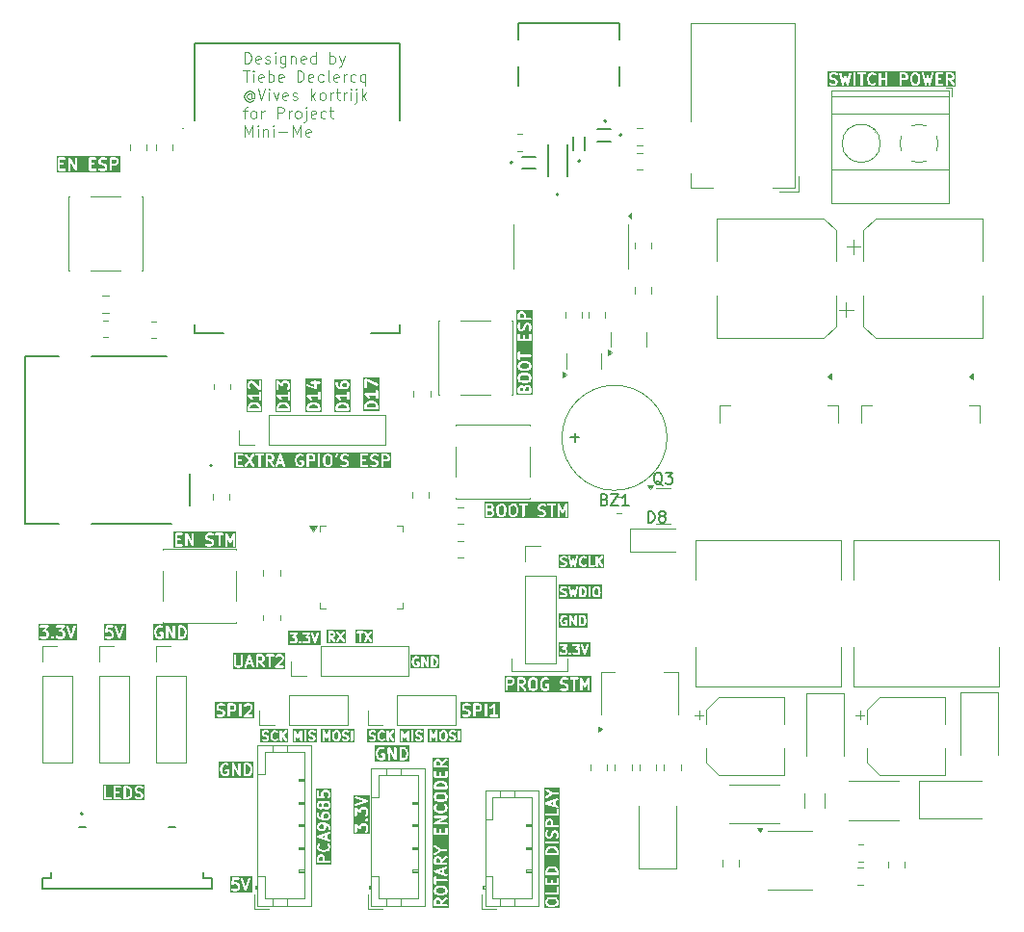
<source format=gbr>
%TF.GenerationSoftware,KiCad,Pcbnew,8.0.2*%
%TF.CreationDate,2025-04-18T13:43:38+02:00*%
%TF.ProjectId,Mini-me-pcb,4d696e69-2d6d-4652-9d70-63622e6b6963,rev?*%
%TF.SameCoordinates,Original*%
%TF.FileFunction,Legend,Top*%
%TF.FilePolarity,Positive*%
%FSLAX46Y46*%
G04 Gerber Fmt 4.6, Leading zero omitted, Abs format (unit mm)*
G04 Created by KiCad (PCBNEW 8.0.2) date 2025-04-18 13:43:38*
%MOMM*%
%LPD*%
G01*
G04 APERTURE LIST*
%ADD10C,0.100000*%
%ADD11C,0.200000*%
%ADD12C,0.150000*%
%ADD13C,0.120000*%
%ADD14C,0.127000*%
G04 APERTURE END LIST*
D10*
X164846000Y-88773000D02*
X164846000Y-89916000D01*
X169799000Y-89916000D02*
X169799000Y-88773000D01*
X164846000Y-89916000D02*
X169799000Y-89916000D01*
D11*
G36*
X149555905Y-95309547D02*
G01*
X149603014Y-95355254D01*
X149631619Y-95464608D01*
X149633242Y-95706315D01*
X149604915Y-95825103D01*
X149561304Y-95870051D01*
X149519469Y-95891936D01*
X149414291Y-95893112D01*
X149373917Y-95873843D01*
X149326809Y-95828135D01*
X149298202Y-95718778D01*
X149296579Y-95477073D01*
X149324907Y-95358286D01*
X149368518Y-95313338D01*
X149410352Y-95291453D01*
X149515531Y-95290277D01*
X149555905Y-95309547D01*
G37*
G36*
X151036340Y-96191695D02*
G01*
X148122054Y-96191695D01*
X148122054Y-95191695D01*
X148222054Y-95191695D01*
X148223975Y-96011204D01*
X148238907Y-96047252D01*
X148266497Y-96074842D01*
X148302545Y-96089774D01*
X148341563Y-96089774D01*
X148377611Y-96074842D01*
X148405201Y-96047252D01*
X148420133Y-96011204D01*
X148422054Y-95991695D01*
X148421223Y-95637555D01*
X148498283Y-95801418D01*
X148503213Y-95814975D01*
X148506184Y-95818219D01*
X148508093Y-95822278D01*
X148519300Y-95832542D01*
X148529565Y-95843750D01*
X148533590Y-95845628D01*
X148536868Y-95848630D01*
X148551147Y-95853822D01*
X148564922Y-95860251D01*
X148569362Y-95860446D01*
X148573537Y-95861964D01*
X148588720Y-95861296D01*
X148603903Y-95861964D01*
X148608077Y-95860446D01*
X148612518Y-95860251D01*
X148626296Y-95853821D01*
X148640572Y-95848630D01*
X148643847Y-95845630D01*
X148647875Y-95843751D01*
X148658144Y-95832536D01*
X148669347Y-95822278D01*
X148672656Y-95816690D01*
X148674227Y-95814976D01*
X148675108Y-95812551D01*
X148679338Y-95805412D01*
X148756435Y-95638922D01*
X148757308Y-96011204D01*
X148772240Y-96047252D01*
X148799830Y-96074842D01*
X148835878Y-96089774D01*
X148874896Y-96089774D01*
X148910944Y-96074842D01*
X148938534Y-96047252D01*
X148953466Y-96011204D01*
X148955387Y-95991695D01*
X148954137Y-95458361D01*
X149098244Y-95458361D01*
X149099993Y-95718928D01*
X149098362Y-95729890D01*
X149100147Y-95741964D01*
X149100165Y-95744537D01*
X149100729Y-95745900D01*
X149101230Y-95749282D01*
X149138261Y-95890842D01*
X149138261Y-95896917D01*
X149142574Y-95907331D01*
X149145921Y-95920124D01*
X149150347Y-95926097D01*
X149153192Y-95932966D01*
X149165629Y-95948119D01*
X149243364Y-96023544D01*
X149251219Y-96032600D01*
X149255429Y-96035250D01*
X149256972Y-96036747D01*
X149259413Y-96037758D01*
X149267809Y-96043043D01*
X149332001Y-96073679D01*
X149333164Y-96074842D01*
X149342805Y-96078835D01*
X149362309Y-96088144D01*
X149365891Y-96088398D01*
X149369212Y-96089774D01*
X149388721Y-96091695D01*
X149526336Y-96090157D01*
X149528595Y-96090910D01*
X149541588Y-96089986D01*
X149560611Y-96089774D01*
X149563931Y-96088398D01*
X149567515Y-96088144D01*
X149585823Y-96081138D01*
X149662416Y-96041068D01*
X149672849Y-96036747D01*
X149676668Y-96033612D01*
X149678604Y-96032600D01*
X149680336Y-96030602D01*
X149688003Y-96024311D01*
X149755889Y-95954342D01*
X149760673Y-95951473D01*
X149767131Y-95942757D01*
X149776630Y-95932967D01*
X149779475Y-95926097D01*
X149783902Y-95920123D01*
X149790497Y-95901662D01*
X149825673Y-95754153D01*
X149829657Y-95744537D01*
X149830845Y-95732464D01*
X149831460Y-95729889D01*
X149831242Y-95728430D01*
X149831578Y-95725028D01*
X149829828Y-95464461D01*
X149831460Y-95453500D01*
X149829674Y-95441425D01*
X149829657Y-95438852D01*
X149829091Y-95437487D01*
X149828592Y-95434108D01*
X149805041Y-95344076D01*
X149936339Y-95344076D01*
X149937589Y-95406363D01*
X149937124Y-95407759D01*
X149937811Y-95417433D01*
X149938260Y-95439775D01*
X149939635Y-95443095D01*
X149939890Y-95446679D01*
X149946897Y-95464988D01*
X149986966Y-95541581D01*
X149991288Y-95552014D01*
X149994422Y-95555833D01*
X149995435Y-95557769D01*
X149997432Y-95559501D01*
X150003724Y-95567168D01*
X150044782Y-95606131D01*
X150051218Y-95613552D01*
X150055328Y-95616139D01*
X150056972Y-95617699D01*
X150059412Y-95618709D01*
X150067809Y-95623995D01*
X150139369Y-95658148D01*
X150146006Y-95663066D01*
X150160585Y-95668274D01*
X150162307Y-95669096D01*
X150163029Y-95669147D01*
X150164467Y-95669661D01*
X150300291Y-95702051D01*
X150356324Y-95728794D01*
X150372458Y-95744105D01*
X150393923Y-95785137D01*
X150394514Y-95814549D01*
X150375429Y-95854536D01*
X150360119Y-95870671D01*
X150319554Y-95891892D01*
X150171008Y-95893251D01*
X150048846Y-95854385D01*
X150009926Y-95857151D01*
X149975027Y-95874601D01*
X149949462Y-95904077D01*
X149937124Y-95941093D01*
X149939890Y-95980013D01*
X149957340Y-96014912D01*
X149986816Y-96040477D01*
X150004716Y-96048468D01*
X150119752Y-96085067D01*
X150131116Y-96089774D01*
X150136085Y-96090263D01*
X150138118Y-96090910D01*
X150140751Y-96090722D01*
X150150625Y-96091695D01*
X150326131Y-96090089D01*
X150328593Y-96090910D01*
X150342208Y-96089942D01*
X150360610Y-96089774D01*
X150363930Y-96088398D01*
X150367513Y-96088144D01*
X150385822Y-96081138D01*
X150462410Y-96041070D01*
X150472850Y-96036747D01*
X150476672Y-96033610D01*
X150478603Y-96032600D01*
X150480332Y-96030606D01*
X150488004Y-96024310D01*
X150526964Y-95983253D01*
X150534387Y-95976816D01*
X150536975Y-95972703D01*
X150538535Y-95971060D01*
X150539545Y-95968621D01*
X150544830Y-95960225D01*
X150575466Y-95896033D01*
X150576629Y-95894871D01*
X150580620Y-95885234D01*
X150589931Y-95865727D01*
X150590185Y-95862143D01*
X150591561Y-95858823D01*
X150593482Y-95839314D01*
X150592231Y-95777025D01*
X150592697Y-95775630D01*
X150592009Y-95765955D01*
X150591561Y-95743614D01*
X150590185Y-95740293D01*
X150589931Y-95736710D01*
X150582925Y-95718402D01*
X150542855Y-95641808D01*
X150538534Y-95631375D01*
X150535398Y-95627555D01*
X150534387Y-95625621D01*
X150532389Y-95623888D01*
X150526097Y-95616222D01*
X150485043Y-95577263D01*
X150478604Y-95569838D01*
X150474490Y-95567248D01*
X150472849Y-95565691D01*
X150470412Y-95564681D01*
X150462014Y-95559395D01*
X150390452Y-95525240D01*
X150383815Y-95520323D01*
X150369233Y-95515113D01*
X150367514Y-95514293D01*
X150366793Y-95514241D01*
X150365355Y-95513728D01*
X150229531Y-95481338D01*
X150173495Y-95454593D01*
X150157364Y-95439285D01*
X150135897Y-95398251D01*
X150135306Y-95368839D01*
X150154391Y-95328852D01*
X150169702Y-95312718D01*
X150210267Y-95291497D01*
X150358813Y-95290138D01*
X150480975Y-95329005D01*
X150519895Y-95326239D01*
X150554794Y-95308789D01*
X150580359Y-95279313D01*
X150592697Y-95242297D01*
X150589931Y-95203377D01*
X150584090Y-95191695D01*
X150736340Y-95191695D01*
X150738261Y-96011204D01*
X150753193Y-96047252D01*
X150780783Y-96074842D01*
X150816831Y-96089774D01*
X150855849Y-96089774D01*
X150891897Y-96074842D01*
X150919487Y-96047252D01*
X150934419Y-96011204D01*
X150936340Y-95991695D01*
X150934419Y-95172186D01*
X150919487Y-95136138D01*
X150891897Y-95108548D01*
X150855849Y-95093616D01*
X150816831Y-95093616D01*
X150780783Y-95108548D01*
X150753193Y-95136138D01*
X150738261Y-95172186D01*
X150736340Y-95191695D01*
X150584090Y-95191695D01*
X150572481Y-95168479D01*
X150543005Y-95142913D01*
X150525105Y-95134922D01*
X150410069Y-95098323D01*
X150398706Y-95093616D01*
X150393736Y-95093126D01*
X150391704Y-95092480D01*
X150389070Y-95092667D01*
X150379197Y-95091695D01*
X150203688Y-95093300D01*
X150201227Y-95092480D01*
X150187611Y-95093447D01*
X150169211Y-95093616D01*
X150165890Y-95094991D01*
X150162307Y-95095246D01*
X150143999Y-95102252D01*
X150067405Y-95142321D01*
X150056972Y-95146643D01*
X150053152Y-95149778D01*
X150051218Y-95150790D01*
X150049485Y-95152787D01*
X150041819Y-95159080D01*
X150002860Y-95200133D01*
X149995435Y-95206573D01*
X149992845Y-95210686D01*
X149991288Y-95212328D01*
X149990278Y-95214764D01*
X149984992Y-95223163D01*
X149954354Y-95287356D01*
X149953192Y-95288519D01*
X149949200Y-95298155D01*
X149939890Y-95317663D01*
X149939635Y-95321246D01*
X149938260Y-95324567D01*
X149936339Y-95344076D01*
X149805041Y-95344076D01*
X149791562Y-95292548D01*
X149791562Y-95286471D01*
X149787247Y-95276054D01*
X149783902Y-95263266D01*
X149779475Y-95257292D01*
X149776630Y-95250422D01*
X149764193Y-95235269D01*
X149686458Y-95159846D01*
X149678604Y-95150790D01*
X149674391Y-95148138D01*
X149672849Y-95146642D01*
X149670407Y-95145630D01*
X149662013Y-95140347D01*
X149597821Y-95109710D01*
X149596659Y-95108548D01*
X149587022Y-95104556D01*
X149567515Y-95095246D01*
X149563931Y-95094991D01*
X149560611Y-95093616D01*
X149541102Y-95091695D01*
X149403487Y-95093232D01*
X149401229Y-95092480D01*
X149388236Y-95093403D01*
X149369212Y-95093616D01*
X149365891Y-95094991D01*
X149362309Y-95095246D01*
X149344000Y-95102252D01*
X149267410Y-95142319D01*
X149256973Y-95146643D01*
X149253151Y-95149778D01*
X149251219Y-95150790D01*
X149249488Y-95152784D01*
X149241819Y-95159079D01*
X149173936Y-95229043D01*
X149169150Y-95231915D01*
X149162685Y-95240638D01*
X149153193Y-95250423D01*
X149150348Y-95257289D01*
X149145921Y-95263265D01*
X149139326Y-95281726D01*
X149104148Y-95429236D01*
X149100165Y-95438852D01*
X149098976Y-95450922D01*
X149098362Y-95453499D01*
X149098579Y-95454957D01*
X149098244Y-95458361D01*
X148954137Y-95458361D01*
X148953514Y-95192754D01*
X148954228Y-95176512D01*
X148953471Y-95174430D01*
X148953466Y-95172186D01*
X148946825Y-95156155D01*
X148940894Y-95139843D01*
X148939387Y-95138197D01*
X148938534Y-95136138D01*
X148926266Y-95123870D01*
X148914542Y-95111068D01*
X148912520Y-95110124D01*
X148910944Y-95108548D01*
X148894919Y-95101910D01*
X148879185Y-95094567D01*
X148876955Y-95094469D01*
X148874896Y-95093616D01*
X148857544Y-95093616D01*
X148840204Y-95092854D01*
X148838108Y-95093616D01*
X148835878Y-95093616D01*
X148819847Y-95100256D01*
X148803535Y-95106188D01*
X148801889Y-95107694D01*
X148799830Y-95108548D01*
X148787562Y-95120815D01*
X148774760Y-95132540D01*
X148773193Y-95135184D01*
X148772240Y-95136138D01*
X148771336Y-95138319D01*
X148764769Y-95149406D01*
X148589055Y-95528854D01*
X148411320Y-95150911D01*
X148405201Y-95136138D01*
X148403638Y-95134575D01*
X148402681Y-95132540D01*
X148389884Y-95120821D01*
X148377611Y-95108548D01*
X148375549Y-95107694D01*
X148373906Y-95106189D01*
X148357604Y-95100260D01*
X148341563Y-95093616D01*
X148339332Y-95093616D01*
X148337237Y-95092854D01*
X148319897Y-95093616D01*
X148302545Y-95093616D01*
X148300485Y-95094469D01*
X148298257Y-95094567D01*
X148282526Y-95101908D01*
X148266497Y-95108548D01*
X148264920Y-95110124D01*
X148262899Y-95111068D01*
X148251180Y-95123864D01*
X148238907Y-95136138D01*
X148238053Y-95138199D01*
X148236548Y-95139843D01*
X148230619Y-95156144D01*
X148223975Y-95172186D01*
X148223673Y-95175244D01*
X148223213Y-95176512D01*
X148223316Y-95178871D01*
X148222054Y-95191695D01*
X148122054Y-95191695D01*
X148122054Y-94991695D01*
X151036340Y-94991695D01*
X151036340Y-96191695D01*
G37*
G36*
X171157610Y-82654359D02*
G01*
X171205648Y-82700968D01*
X171231650Y-82750671D01*
X171265480Y-82879994D01*
X171266776Y-82970281D01*
X171235983Y-83099407D01*
X171209439Y-83155022D01*
X171161158Y-83204783D01*
X171086518Y-83230806D01*
X171008012Y-83231524D01*
X171006602Y-82629795D01*
X171078337Y-82629138D01*
X171157610Y-82654359D01*
G37*
G36*
X172408762Y-82648547D02*
G01*
X172455871Y-82694254D01*
X172484476Y-82803608D01*
X172486099Y-83045315D01*
X172457772Y-83164103D01*
X172414161Y-83209051D01*
X172372326Y-83230936D01*
X172267148Y-83232112D01*
X172226774Y-83212843D01*
X172179666Y-83167135D01*
X172151059Y-83057778D01*
X172149436Y-82816073D01*
X172177764Y-82697286D01*
X172221375Y-82652338D01*
X172263209Y-82630453D01*
X172368388Y-82629277D01*
X172408762Y-82648547D01*
G37*
G36*
X172784435Y-83530695D02*
G01*
X168993958Y-83530695D01*
X168993958Y-82683076D01*
X169093958Y-82683076D01*
X169095208Y-82745363D01*
X169094743Y-82746759D01*
X169095430Y-82756433D01*
X169095879Y-82778775D01*
X169097254Y-82782095D01*
X169097509Y-82785679D01*
X169104516Y-82803988D01*
X169144585Y-82880581D01*
X169148907Y-82891014D01*
X169152041Y-82894833D01*
X169153054Y-82896769D01*
X169155051Y-82898501D01*
X169161343Y-82906168D01*
X169202401Y-82945131D01*
X169208837Y-82952552D01*
X169212947Y-82955139D01*
X169214591Y-82956699D01*
X169217031Y-82957709D01*
X169225428Y-82962995D01*
X169296988Y-82997148D01*
X169303625Y-83002066D01*
X169318204Y-83007274D01*
X169319926Y-83008096D01*
X169320648Y-83008147D01*
X169322086Y-83008661D01*
X169457910Y-83041051D01*
X169513943Y-83067794D01*
X169530077Y-83083105D01*
X169551542Y-83124137D01*
X169552133Y-83153549D01*
X169533048Y-83193536D01*
X169517738Y-83209671D01*
X169477173Y-83230892D01*
X169328627Y-83232251D01*
X169206465Y-83193385D01*
X169167545Y-83196151D01*
X169132646Y-83213601D01*
X169107081Y-83243077D01*
X169094743Y-83280093D01*
X169097509Y-83319013D01*
X169114959Y-83353912D01*
X169144435Y-83379477D01*
X169162335Y-83387468D01*
X169277371Y-83424067D01*
X169288735Y-83428774D01*
X169293704Y-83429263D01*
X169295737Y-83429910D01*
X169298370Y-83429722D01*
X169308244Y-83430695D01*
X169483750Y-83429089D01*
X169486212Y-83429910D01*
X169499827Y-83428942D01*
X169518229Y-83428774D01*
X169521549Y-83427398D01*
X169525132Y-83427144D01*
X169543441Y-83420138D01*
X169620029Y-83380070D01*
X169630469Y-83375747D01*
X169634291Y-83372610D01*
X169636222Y-83371600D01*
X169637951Y-83369606D01*
X169645623Y-83363310D01*
X169684583Y-83322253D01*
X169692006Y-83315816D01*
X169694594Y-83311703D01*
X169696154Y-83310060D01*
X169697164Y-83307621D01*
X169702449Y-83299225D01*
X169733085Y-83235033D01*
X169734248Y-83233871D01*
X169738239Y-83224234D01*
X169747550Y-83204727D01*
X169747804Y-83201143D01*
X169749180Y-83197823D01*
X169751101Y-83178314D01*
X169749850Y-83116025D01*
X169750316Y-83114630D01*
X169749628Y-83104955D01*
X169749180Y-83082614D01*
X169747804Y-83079293D01*
X169747550Y-83075710D01*
X169740544Y-83057402D01*
X169700474Y-82980808D01*
X169696153Y-82970375D01*
X169693017Y-82966555D01*
X169692006Y-82964621D01*
X169690008Y-82962888D01*
X169683716Y-82955222D01*
X169642662Y-82916263D01*
X169636223Y-82908838D01*
X169632109Y-82906248D01*
X169630468Y-82904691D01*
X169628031Y-82903681D01*
X169619633Y-82898395D01*
X169548071Y-82864240D01*
X169541434Y-82859323D01*
X169526852Y-82854113D01*
X169525133Y-82853293D01*
X169524412Y-82853241D01*
X169522974Y-82852728D01*
X169387150Y-82820338D01*
X169331114Y-82793593D01*
X169314983Y-82778285D01*
X169293516Y-82737251D01*
X169292925Y-82707839D01*
X169312010Y-82667852D01*
X169327321Y-82651718D01*
X169367886Y-82630497D01*
X169516432Y-82629138D01*
X169638594Y-82668005D01*
X169677514Y-82665239D01*
X169712413Y-82647789D01*
X169737978Y-82618313D01*
X169750316Y-82581297D01*
X169747550Y-82542377D01*
X169743578Y-82534434D01*
X169817837Y-82534434D01*
X169820487Y-82553857D01*
X170011748Y-83349096D01*
X170013590Y-83362952D01*
X170016140Y-83367358D01*
X170017351Y-83372390D01*
X170025864Y-83384154D01*
X170033139Y-83396720D01*
X170037216Y-83399840D01*
X170040226Y-83404000D01*
X170052588Y-83411607D01*
X170064122Y-83420436D01*
X170069085Y-83421759D01*
X170073456Y-83424449D01*
X170087787Y-83426746D01*
X170101823Y-83430489D01*
X170106914Y-83429812D01*
X170111983Y-83430625D01*
X170126111Y-83427261D01*
X170140501Y-83425349D01*
X170144942Y-83422777D01*
X170149940Y-83421588D01*
X170161706Y-83413072D01*
X170174269Y-83405800D01*
X170177389Y-83401722D01*
X170181549Y-83398713D01*
X170189156Y-83386350D01*
X170197985Y-83374817D01*
X170200683Y-83367618D01*
X170201998Y-83365483D01*
X170202381Y-83363089D01*
X170204867Y-83356461D01*
X170260871Y-83143760D01*
X170317070Y-83351878D01*
X170319252Y-83365483D01*
X170321911Y-83369804D01*
X170323265Y-83374817D01*
X170332092Y-83386348D01*
X170339701Y-83398713D01*
X170343862Y-83401724D01*
X170346982Y-83405800D01*
X170359543Y-83413072D01*
X170371310Y-83421588D01*
X170376305Y-83422777D01*
X170380749Y-83425350D01*
X170395142Y-83427262D01*
X170409267Y-83430626D01*
X170414335Y-83429813D01*
X170419427Y-83430490D01*
X170433465Y-83426746D01*
X170447794Y-83424449D01*
X170452164Y-83421759D01*
X170457128Y-83420436D01*
X170468661Y-83411607D01*
X170481024Y-83404000D01*
X170484033Y-83399840D01*
X170488111Y-83396720D01*
X170495386Y-83384153D01*
X170503899Y-83372391D01*
X170506403Y-83365125D01*
X170507661Y-83362953D01*
X170507980Y-83360549D01*
X170510287Y-83353857D01*
X170703413Y-82534434D01*
X170702814Y-82530695D01*
X170808245Y-82530695D01*
X170810166Y-83350204D01*
X170825098Y-83386252D01*
X170852688Y-83413842D01*
X170888736Y-83428774D01*
X170908245Y-83430695D01*
X171097864Y-83428960D01*
X171111228Y-83429910D01*
X171116139Y-83428793D01*
X171118230Y-83428774D01*
X171120672Y-83427762D01*
X171130344Y-83425563D01*
X171230402Y-83390678D01*
X171232517Y-83390678D01*
X171243761Y-83386020D01*
X171262530Y-83379477D01*
X171265245Y-83377122D01*
X171268565Y-83375747D01*
X171283718Y-83363310D01*
X171359140Y-83285575D01*
X171368197Y-83277721D01*
X171370848Y-83273508D01*
X171372345Y-83271966D01*
X171373356Y-83269524D01*
X171378640Y-83261130D01*
X171412792Y-83189572D01*
X171417711Y-83182934D01*
X171422920Y-83168350D01*
X171423741Y-83166632D01*
X171423792Y-83165911D01*
X171424306Y-83164473D01*
X171459483Y-83016962D01*
X171463467Y-83007347D01*
X171464655Y-82995276D01*
X171465270Y-82992700D01*
X171465052Y-82991241D01*
X171465388Y-82987838D01*
X171463817Y-82878451D01*
X171465270Y-82868690D01*
X171463506Y-82856763D01*
X171463467Y-82854043D01*
X171462902Y-82852679D01*
X171462402Y-82849298D01*
X171424399Y-82704024D01*
X171423741Y-82694759D01*
X171418161Y-82680177D01*
X171417711Y-82678456D01*
X171417280Y-82677874D01*
X171416735Y-82676450D01*
X171376667Y-82599860D01*
X171372344Y-82589423D01*
X171369208Y-82585601D01*
X171368197Y-82583669D01*
X171366202Y-82581938D01*
X171359908Y-82574269D01*
X171314998Y-82530695D01*
X171608245Y-82530695D01*
X171610166Y-83350204D01*
X171625098Y-83386252D01*
X171652688Y-83413842D01*
X171688736Y-83428774D01*
X171727754Y-83428774D01*
X171763802Y-83413842D01*
X171791392Y-83386252D01*
X171806324Y-83350204D01*
X171808245Y-83330695D01*
X171806995Y-82797361D01*
X171951101Y-82797361D01*
X171952850Y-83057928D01*
X171951219Y-83068890D01*
X171953004Y-83080964D01*
X171953022Y-83083537D01*
X171953586Y-83084900D01*
X171954087Y-83088282D01*
X171991118Y-83229842D01*
X171991118Y-83235917D01*
X171995431Y-83246331D01*
X171998778Y-83259124D01*
X172003204Y-83265097D01*
X172006049Y-83271966D01*
X172018486Y-83287119D01*
X172096221Y-83362544D01*
X172104076Y-83371600D01*
X172108286Y-83374250D01*
X172109829Y-83375747D01*
X172112270Y-83376758D01*
X172120666Y-83382043D01*
X172184858Y-83412679D01*
X172186021Y-83413842D01*
X172195662Y-83417835D01*
X172215166Y-83427144D01*
X172218748Y-83427398D01*
X172222069Y-83428774D01*
X172241578Y-83430695D01*
X172379193Y-83429157D01*
X172381452Y-83429910D01*
X172394445Y-83428986D01*
X172413468Y-83428774D01*
X172416788Y-83427398D01*
X172420372Y-83427144D01*
X172438680Y-83420138D01*
X172515273Y-83380068D01*
X172525706Y-83375747D01*
X172529525Y-83372612D01*
X172531461Y-83371600D01*
X172533193Y-83369602D01*
X172540860Y-83363311D01*
X172608746Y-83293342D01*
X172613530Y-83290473D01*
X172619988Y-83281757D01*
X172629487Y-83271967D01*
X172632332Y-83265097D01*
X172636759Y-83259123D01*
X172643354Y-83240662D01*
X172678530Y-83093153D01*
X172682514Y-83083537D01*
X172683702Y-83071464D01*
X172684317Y-83068889D01*
X172684099Y-83067430D01*
X172684435Y-83064028D01*
X172682685Y-82803461D01*
X172684317Y-82792500D01*
X172682531Y-82780425D01*
X172682514Y-82777852D01*
X172681948Y-82776487D01*
X172681449Y-82773108D01*
X172644419Y-82631548D01*
X172644419Y-82625471D01*
X172640104Y-82615054D01*
X172636759Y-82602266D01*
X172632332Y-82596292D01*
X172629487Y-82589422D01*
X172617050Y-82574269D01*
X172539315Y-82498846D01*
X172531461Y-82489790D01*
X172527248Y-82487138D01*
X172525706Y-82485642D01*
X172523264Y-82484630D01*
X172514870Y-82479347D01*
X172450678Y-82448710D01*
X172449516Y-82447548D01*
X172439879Y-82443556D01*
X172420372Y-82434246D01*
X172416788Y-82433991D01*
X172413468Y-82432616D01*
X172393959Y-82430695D01*
X172256344Y-82432232D01*
X172254086Y-82431480D01*
X172241093Y-82432403D01*
X172222069Y-82432616D01*
X172218748Y-82433991D01*
X172215166Y-82434246D01*
X172196857Y-82441252D01*
X172120267Y-82481319D01*
X172109830Y-82485643D01*
X172106008Y-82488778D01*
X172104076Y-82489790D01*
X172102345Y-82491784D01*
X172094676Y-82498079D01*
X172026793Y-82568043D01*
X172022007Y-82570915D01*
X172015542Y-82579638D01*
X172006050Y-82589423D01*
X172003205Y-82596289D01*
X171998778Y-82602265D01*
X171992183Y-82620726D01*
X171957005Y-82768236D01*
X171953022Y-82777852D01*
X171951833Y-82789922D01*
X171951219Y-82792499D01*
X171951436Y-82793957D01*
X171951101Y-82797361D01*
X171806995Y-82797361D01*
X171806324Y-82511186D01*
X171791392Y-82475138D01*
X171763802Y-82447548D01*
X171727754Y-82432616D01*
X171688736Y-82432616D01*
X171652688Y-82447548D01*
X171625098Y-82475138D01*
X171610166Y-82511186D01*
X171608245Y-82530695D01*
X171314998Y-82530695D01*
X171292889Y-82509244D01*
X171292006Y-82507478D01*
X171283170Y-82499814D01*
X171268564Y-82485643D01*
X171265245Y-82484268D01*
X171262530Y-82481913D01*
X171244630Y-82473922D01*
X171129593Y-82437322D01*
X171118230Y-82432616D01*
X171113260Y-82432126D01*
X171111228Y-82431480D01*
X171108594Y-82431667D01*
X171098721Y-82430695D01*
X170888736Y-82432616D01*
X170852688Y-82447548D01*
X170825098Y-82475138D01*
X170810166Y-82511186D01*
X170808245Y-82530695D01*
X170702814Y-82530695D01*
X170697237Y-82495908D01*
X170676788Y-82462678D01*
X170645179Y-82439802D01*
X170607222Y-82430765D01*
X170568695Y-82436941D01*
X170535465Y-82457391D01*
X170512590Y-82489000D01*
X170506202Y-82507533D01*
X170407449Y-82926533D01*
X170356936Y-82739475D01*
X170355280Y-82727008D01*
X170352074Y-82721471D01*
X170350366Y-82715144D01*
X170342341Y-82704661D01*
X170335730Y-82693241D01*
X170330586Y-82689304D01*
X170326650Y-82684161D01*
X170315232Y-82677551D01*
X170304747Y-82669525D01*
X170298482Y-82667854D01*
X170292882Y-82664612D01*
X170279809Y-82662874D01*
X170267046Y-82659471D01*
X170260621Y-82660324D01*
X170254204Y-82659472D01*
X170241452Y-82662872D01*
X170228368Y-82664611D01*
X170222764Y-82667855D01*
X170216503Y-82669525D01*
X170206017Y-82677551D01*
X170194601Y-82684161D01*
X170190665Y-82689302D01*
X170185520Y-82693241D01*
X170178909Y-82704660D01*
X170170884Y-82715144D01*
X170167288Y-82724732D01*
X170165971Y-82727009D01*
X170165716Y-82728927D01*
X170164002Y-82733499D01*
X170113549Y-82925112D01*
X170008661Y-82488999D01*
X169985786Y-82457390D01*
X169952556Y-82436941D01*
X169914029Y-82430764D01*
X169876072Y-82439802D01*
X169844463Y-82462677D01*
X169824014Y-82495907D01*
X169817837Y-82534434D01*
X169743578Y-82534434D01*
X169730100Y-82507479D01*
X169700624Y-82481913D01*
X169682724Y-82473922D01*
X169567688Y-82437323D01*
X169556325Y-82432616D01*
X169551355Y-82432126D01*
X169549323Y-82431480D01*
X169546689Y-82431667D01*
X169536816Y-82430695D01*
X169361307Y-82432300D01*
X169358846Y-82431480D01*
X169345230Y-82432447D01*
X169326830Y-82432616D01*
X169323509Y-82433991D01*
X169319926Y-82434246D01*
X169301618Y-82441252D01*
X169225024Y-82481321D01*
X169214591Y-82485643D01*
X169210771Y-82488778D01*
X169208837Y-82489790D01*
X169207104Y-82491787D01*
X169199438Y-82498080D01*
X169160479Y-82539133D01*
X169153054Y-82545573D01*
X169150464Y-82549686D01*
X169148907Y-82551328D01*
X169147897Y-82553764D01*
X169142611Y-82562163D01*
X169111973Y-82626356D01*
X169110811Y-82627519D01*
X169106819Y-82637155D01*
X169097509Y-82656663D01*
X169097254Y-82660246D01*
X169095879Y-82663567D01*
X169093958Y-82683076D01*
X168993958Y-82683076D01*
X168993958Y-82330695D01*
X172784435Y-82330695D01*
X172784435Y-83530695D01*
G37*
G36*
X154640954Y-96191695D02*
G01*
X152183958Y-96191695D01*
X152183958Y-95344076D01*
X152283958Y-95344076D01*
X152285208Y-95406363D01*
X152284743Y-95407759D01*
X152285430Y-95417433D01*
X152285879Y-95439775D01*
X152287254Y-95443095D01*
X152287509Y-95446679D01*
X152294516Y-95464988D01*
X152334585Y-95541581D01*
X152338907Y-95552014D01*
X152342041Y-95555833D01*
X152343054Y-95557769D01*
X152345051Y-95559501D01*
X152351343Y-95567168D01*
X152392401Y-95606131D01*
X152398837Y-95613552D01*
X152402947Y-95616139D01*
X152404591Y-95617699D01*
X152407031Y-95618709D01*
X152415428Y-95623995D01*
X152486988Y-95658148D01*
X152493625Y-95663066D01*
X152508204Y-95668274D01*
X152509926Y-95669096D01*
X152510648Y-95669147D01*
X152512086Y-95669661D01*
X152647910Y-95702051D01*
X152703943Y-95728794D01*
X152720077Y-95744105D01*
X152741542Y-95785137D01*
X152742133Y-95814549D01*
X152723048Y-95854536D01*
X152707738Y-95870671D01*
X152667173Y-95891892D01*
X152518627Y-95893251D01*
X152396465Y-95854385D01*
X152357545Y-95857151D01*
X152322646Y-95874601D01*
X152297081Y-95904077D01*
X152284743Y-95941093D01*
X152287509Y-95980013D01*
X152304959Y-96014912D01*
X152334435Y-96040477D01*
X152352335Y-96048468D01*
X152467371Y-96085067D01*
X152478735Y-96089774D01*
X152483704Y-96090263D01*
X152485737Y-96090910D01*
X152488370Y-96090722D01*
X152498244Y-96091695D01*
X152673750Y-96090089D01*
X152676212Y-96090910D01*
X152689827Y-96089942D01*
X152708229Y-96089774D01*
X152711549Y-96088398D01*
X152715132Y-96088144D01*
X152733441Y-96081138D01*
X152810029Y-96041070D01*
X152820469Y-96036747D01*
X152824291Y-96033610D01*
X152826222Y-96032600D01*
X152827951Y-96030606D01*
X152835623Y-96024310D01*
X152874583Y-95983253D01*
X152882006Y-95976816D01*
X152884594Y-95972703D01*
X152886154Y-95971060D01*
X152887164Y-95968621D01*
X152892449Y-95960225D01*
X152923085Y-95896033D01*
X152924248Y-95894871D01*
X152928239Y-95885234D01*
X152937550Y-95865727D01*
X152937804Y-95862143D01*
X152939180Y-95858823D01*
X152941101Y-95839314D01*
X152939850Y-95777025D01*
X152940316Y-95775630D01*
X152939628Y-95765955D01*
X152939180Y-95743614D01*
X152937804Y-95740293D01*
X152937550Y-95736710D01*
X152930544Y-95718402D01*
X152890474Y-95641808D01*
X152886153Y-95631375D01*
X152883017Y-95627555D01*
X152882006Y-95625621D01*
X152880008Y-95623888D01*
X152873716Y-95616222D01*
X152832662Y-95577263D01*
X152826223Y-95569838D01*
X152822109Y-95567248D01*
X152820468Y-95565691D01*
X152818031Y-95564681D01*
X152809633Y-95559395D01*
X152757582Y-95534552D01*
X153045863Y-95534552D01*
X153047433Y-95643938D01*
X153045981Y-95653700D01*
X153047744Y-95665626D01*
X153047784Y-95668347D01*
X153048348Y-95669710D01*
X153048849Y-95673092D01*
X153086851Y-95818365D01*
X153087510Y-95827632D01*
X153093089Y-95842213D01*
X153093540Y-95843934D01*
X153093970Y-95844515D01*
X153094516Y-95845940D01*
X153134582Y-95922528D01*
X153138906Y-95932966D01*
X153142042Y-95936787D01*
X153143054Y-95938721D01*
X153145050Y-95940452D01*
X153151343Y-95948119D01*
X153218361Y-96013145D01*
X153219245Y-96014912D01*
X153228076Y-96022571D01*
X153242686Y-96036747D01*
X153246005Y-96038122D01*
X153248721Y-96040477D01*
X153266621Y-96048468D01*
X153381657Y-96085067D01*
X153393021Y-96089774D01*
X153397990Y-96090263D01*
X153400023Y-96090910D01*
X153402656Y-96090722D01*
X153412530Y-96091695D01*
X153490306Y-96090133D01*
X153501228Y-96090910D01*
X153506029Y-96089818D01*
X153508230Y-96089774D01*
X153510672Y-96088762D01*
X153520344Y-96086563D01*
X153620399Y-96051679D01*
X153622515Y-96051679D01*
X153633764Y-96047019D01*
X153652529Y-96040477D01*
X153655244Y-96038121D01*
X153658563Y-96036747D01*
X153673717Y-96024311D01*
X153724249Y-95971061D01*
X153739181Y-95935013D01*
X153739181Y-95895995D01*
X153724249Y-95859947D01*
X153696659Y-95832357D01*
X153660611Y-95817425D01*
X153621593Y-95817425D01*
X153585545Y-95832357D01*
X153570391Y-95844793D01*
X153550132Y-95866140D01*
X153476111Y-95891948D01*
X153431624Y-95892841D01*
X153353639Y-95868030D01*
X153305602Y-95821420D01*
X153279600Y-95771716D01*
X153245770Y-95642395D01*
X153244474Y-95552108D01*
X153275267Y-95422982D01*
X153301810Y-95367368D01*
X153350090Y-95317607D01*
X153425138Y-95291441D01*
X153469626Y-95290548D01*
X153548126Y-95315523D01*
X153585546Y-95351033D01*
X153621594Y-95365964D01*
X153660612Y-95365963D01*
X153696660Y-95351031D01*
X153724250Y-95323441D01*
X153739181Y-95287393D01*
X153739180Y-95248375D01*
X153724248Y-95212326D01*
X153711812Y-95197173D01*
X153706039Y-95191695D01*
X153883959Y-95191695D01*
X153885880Y-96011204D01*
X153900812Y-96047252D01*
X153928402Y-96074842D01*
X153964450Y-96089774D01*
X154003468Y-96089774D01*
X154039516Y-96074842D01*
X154067106Y-96047252D01*
X154082038Y-96011204D01*
X154083959Y-95991695D01*
X154083253Y-95690799D01*
X154087610Y-95686417D01*
X154374344Y-96066150D01*
X154407919Y-96086029D01*
X154446545Y-96091547D01*
X154484342Y-96081863D01*
X154515557Y-96058453D01*
X154535436Y-96024878D01*
X154540954Y-95986252D01*
X154531270Y-95948455D01*
X154521102Y-95931695D01*
X154228724Y-95544487D01*
X154524249Y-95247252D01*
X154539181Y-95211204D01*
X154539181Y-95172186D01*
X154524249Y-95136138D01*
X154496659Y-95108548D01*
X154460611Y-95093616D01*
X154421593Y-95093616D01*
X154385545Y-95108548D01*
X154370391Y-95120984D01*
X154082596Y-95410444D01*
X154082038Y-95172186D01*
X154067106Y-95136138D01*
X154039516Y-95108548D01*
X154003468Y-95093616D01*
X153964450Y-95093616D01*
X153928402Y-95108548D01*
X153900812Y-95136138D01*
X153885880Y-95172186D01*
X153883959Y-95191695D01*
X153706039Y-95191695D01*
X153682394Y-95169257D01*
X153682005Y-95168479D01*
X153676992Y-95164131D01*
X153658562Y-95146642D01*
X153655243Y-95145267D01*
X153652529Y-95142913D01*
X153634629Y-95134922D01*
X153519593Y-95098323D01*
X153508230Y-95093616D01*
X153503260Y-95093126D01*
X153501228Y-95092480D01*
X153498594Y-95092667D01*
X153488721Y-95091695D01*
X153410944Y-95093256D01*
X153400023Y-95092480D01*
X153395221Y-95093571D01*
X153393021Y-95093616D01*
X153390578Y-95094627D01*
X153380908Y-95096827D01*
X153280851Y-95131711D01*
X153278735Y-95131711D01*
X153267484Y-95136371D01*
X153248721Y-95142913D01*
X153246005Y-95145268D01*
X153242687Y-95146643D01*
X153227533Y-95159079D01*
X153152113Y-95236811D01*
X153143054Y-95244669D01*
X153140401Y-95248882D01*
X153138907Y-95250423D01*
X153137896Y-95252862D01*
X153132611Y-95261259D01*
X153098459Y-95332816D01*
X153093540Y-95339456D01*
X153088328Y-95354043D01*
X153087510Y-95355759D01*
X153087458Y-95356478D01*
X153086945Y-95357917D01*
X153051767Y-95505427D01*
X153047784Y-95515043D01*
X153046595Y-95527113D01*
X153045981Y-95529690D01*
X153046198Y-95531148D01*
X153045863Y-95534552D01*
X152757582Y-95534552D01*
X152738071Y-95525240D01*
X152731434Y-95520323D01*
X152716852Y-95515113D01*
X152715133Y-95514293D01*
X152714412Y-95514241D01*
X152712974Y-95513728D01*
X152577150Y-95481338D01*
X152521114Y-95454593D01*
X152504983Y-95439285D01*
X152483516Y-95398251D01*
X152482925Y-95368839D01*
X152502010Y-95328852D01*
X152517321Y-95312718D01*
X152557886Y-95291497D01*
X152706432Y-95290138D01*
X152828594Y-95329005D01*
X152867514Y-95326239D01*
X152902413Y-95308789D01*
X152927978Y-95279313D01*
X152940316Y-95242297D01*
X152937550Y-95203377D01*
X152920100Y-95168479D01*
X152890624Y-95142913D01*
X152872724Y-95134922D01*
X152757688Y-95098323D01*
X152746325Y-95093616D01*
X152741355Y-95093126D01*
X152739323Y-95092480D01*
X152736689Y-95092667D01*
X152726816Y-95091695D01*
X152551307Y-95093300D01*
X152548846Y-95092480D01*
X152535230Y-95093447D01*
X152516830Y-95093616D01*
X152513509Y-95094991D01*
X152509926Y-95095246D01*
X152491618Y-95102252D01*
X152415024Y-95142321D01*
X152404591Y-95146643D01*
X152400771Y-95149778D01*
X152398837Y-95150790D01*
X152397104Y-95152787D01*
X152389438Y-95159080D01*
X152350479Y-95200133D01*
X152343054Y-95206573D01*
X152340464Y-95210686D01*
X152338907Y-95212328D01*
X152337897Y-95214764D01*
X152332611Y-95223163D01*
X152301973Y-95287356D01*
X152300811Y-95288519D01*
X152296819Y-95298155D01*
X152287509Y-95317663D01*
X152287254Y-95321246D01*
X152285879Y-95324567D01*
X152283958Y-95344076D01*
X152183958Y-95344076D01*
X152183958Y-94991695D01*
X154640954Y-94991695D01*
X154640954Y-96191695D01*
G37*
G36*
X155442551Y-96800198D02*
G01*
X155509692Y-96865685D01*
X155545312Y-96934289D01*
X155588791Y-97101856D01*
X155590197Y-97220664D01*
X155549957Y-97387936D01*
X155514035Y-97462606D01*
X155446726Y-97531614D01*
X155343544Y-97567307D01*
X155217105Y-97568250D01*
X155215594Y-96766485D01*
X155334706Y-96765597D01*
X155442551Y-96800198D01*
G37*
G36*
X155899831Y-97878330D02*
G01*
X152810943Y-97878330D01*
X152810943Y-97095790D01*
X152922054Y-97095790D01*
X152923681Y-97233363D01*
X152922172Y-97243508D01*
X152923943Y-97255486D01*
X152923975Y-97258156D01*
X152924539Y-97259519D01*
X152925040Y-97262901D01*
X152972544Y-97445980D01*
X152973224Y-97455536D01*
X152978815Y-97470148D01*
X152979254Y-97471837D01*
X152979684Y-97472417D01*
X152980230Y-97473844D01*
X153029566Y-97568866D01*
X153034144Y-97579918D01*
X153037302Y-97583766D01*
X153038292Y-97585672D01*
X153040286Y-97587401D01*
X153046581Y-97595071D01*
X153132526Y-97678902D01*
X153133531Y-97680912D01*
X153143055Y-97689172D01*
X153156972Y-97702747D01*
X153160291Y-97704122D01*
X153163007Y-97706477D01*
X153180907Y-97714468D01*
X153323991Y-97760374D01*
X153335878Y-97765298D01*
X153340870Y-97765789D01*
X153342879Y-97766434D01*
X153345513Y-97766246D01*
X153355387Y-97767219D01*
X153451529Y-97765609D01*
X153463132Y-97766434D01*
X153467968Y-97765334D01*
X153470134Y-97765298D01*
X153472576Y-97764286D01*
X153482248Y-97762087D01*
X153610625Y-97717678D01*
X153612992Y-97717678D01*
X153624984Y-97712710D01*
X153643005Y-97706477D01*
X153645720Y-97704122D01*
X153649040Y-97702747D01*
X153664193Y-97690310D01*
X153724249Y-97627537D01*
X153739180Y-97591488D01*
X153741101Y-97571980D01*
X153739180Y-97219138D01*
X153724248Y-97183090D01*
X153696658Y-97155500D01*
X153660610Y-97140568D01*
X153641101Y-97138647D01*
X153431116Y-97140568D01*
X153395068Y-97155500D01*
X153367478Y-97183090D01*
X153352546Y-97219138D01*
X153352546Y-97258156D01*
X153367478Y-97294204D01*
X153395068Y-97321794D01*
X153431116Y-97336726D01*
X153450625Y-97338647D01*
X153541640Y-97337814D01*
X153542688Y-97530224D01*
X153541059Y-97531927D01*
X153438448Y-97567422D01*
X153374961Y-97568485D01*
X153268221Y-97534240D01*
X153201082Y-97468752D01*
X153165461Y-97400145D01*
X153121982Y-97232580D01*
X153120576Y-97113773D01*
X153160816Y-96946500D01*
X153196738Y-96871830D01*
X153264045Y-96802824D01*
X153367384Y-96767077D01*
X153472585Y-96765832D01*
X153567069Y-96811287D01*
X153605989Y-96814053D01*
X153643005Y-96801714D01*
X153672482Y-96776149D01*
X153689931Y-96741251D01*
X153692696Y-96702331D01*
X153680993Y-96667219D01*
X153969673Y-96667219D01*
X153971594Y-97686728D01*
X153986526Y-97722776D01*
X154014116Y-97750366D01*
X154050164Y-97765298D01*
X154089182Y-97765298D01*
X154125230Y-97750366D01*
X154152820Y-97722776D01*
X154167752Y-97686728D01*
X154169673Y-97667219D01*
X154168492Y-97040475D01*
X154552990Y-97710793D01*
X154557954Y-97722776D01*
X154562433Y-97727255D01*
X154565624Y-97732818D01*
X154576140Y-97740962D01*
X154585544Y-97750366D01*
X154591431Y-97752804D01*
X154596473Y-97756709D01*
X154609305Y-97760208D01*
X154621592Y-97765298D01*
X154627968Y-97765298D01*
X154634117Y-97766975D01*
X154647310Y-97765298D01*
X154660610Y-97765298D01*
X154666498Y-97762858D01*
X154672823Y-97762055D01*
X154684372Y-97755454D01*
X154696658Y-97750366D01*
X154701165Y-97745858D01*
X154706700Y-97742696D01*
X154714844Y-97732179D01*
X154724248Y-97722776D01*
X154726686Y-97716888D01*
X154730591Y-97711847D01*
X154734090Y-97699014D01*
X154739180Y-97686728D01*
X154740162Y-97676750D01*
X154740857Y-97674204D01*
X154740606Y-97672236D01*
X154741101Y-97667219D01*
X154739217Y-96667219D01*
X155017292Y-96667219D01*
X155019213Y-97686728D01*
X155034145Y-97722776D01*
X155061735Y-97750366D01*
X155097783Y-97765298D01*
X155117292Y-97767219D01*
X155354092Y-97765453D01*
X155367894Y-97766434D01*
X155372821Y-97765313D01*
X155374896Y-97765298D01*
X155377338Y-97764286D01*
X155387010Y-97762087D01*
X155515387Y-97717678D01*
X155517754Y-97717678D01*
X155529746Y-97712710D01*
X155547767Y-97706477D01*
X155550482Y-97704122D01*
X155553802Y-97702747D01*
X155568955Y-97690310D01*
X155662972Y-97593920D01*
X155672482Y-97585673D01*
X155675148Y-97581437D01*
X155676630Y-97579918D01*
X155677641Y-97577476D01*
X155682925Y-97569082D01*
X155726353Y-97478810D01*
X155731520Y-97471837D01*
X155736748Y-97457202D01*
X155737550Y-97455536D01*
X155737601Y-97454815D01*
X155738115Y-97453377D01*
X155782694Y-97268064D01*
X155786799Y-97258156D01*
X155787991Y-97246046D01*
X155788602Y-97243508D01*
X155788384Y-97242049D01*
X155788720Y-97238647D01*
X155787092Y-97101073D01*
X155788602Y-97090929D01*
X155786830Y-97078950D01*
X155786799Y-97076281D01*
X155786234Y-97074917D01*
X155785734Y-97071536D01*
X155738229Y-96888456D01*
X155737550Y-96878901D01*
X155731957Y-96864285D01*
X155731520Y-96862600D01*
X155731090Y-96862020D01*
X155730544Y-96860592D01*
X155681201Y-96765558D01*
X155676629Y-96754519D01*
X155673473Y-96750674D01*
X155672482Y-96748764D01*
X155670484Y-96747031D01*
X155664193Y-96739365D01*
X155578248Y-96655536D01*
X155577243Y-96653526D01*
X155567713Y-96645260D01*
X155553801Y-96631691D01*
X155550482Y-96630316D01*
X155547767Y-96627961D01*
X155529866Y-96619970D01*
X155386786Y-96574065D01*
X155374896Y-96569140D01*
X155369902Y-96568648D01*
X155367894Y-96568004D01*
X155365260Y-96568191D01*
X155355387Y-96567219D01*
X155097783Y-96569140D01*
X155061735Y-96584072D01*
X155034145Y-96611662D01*
X155019213Y-96647710D01*
X155017292Y-96667219D01*
X154739217Y-96667219D01*
X154739180Y-96647710D01*
X154724248Y-96611662D01*
X154696658Y-96584072D01*
X154660610Y-96569140D01*
X154621592Y-96569140D01*
X154585544Y-96584072D01*
X154557954Y-96611662D01*
X154543022Y-96647710D01*
X154541101Y-96667219D01*
X154542281Y-97293962D01*
X154157783Y-96623644D01*
X154152820Y-96611662D01*
X154148340Y-96607182D01*
X154145150Y-96601620D01*
X154134635Y-96593477D01*
X154125230Y-96584072D01*
X154119339Y-96581632D01*
X154114301Y-96577730D01*
X154101472Y-96574231D01*
X154089182Y-96569140D01*
X154082807Y-96569140D01*
X154076658Y-96567463D01*
X154063465Y-96569140D01*
X154050164Y-96569140D01*
X154044275Y-96571579D01*
X154037951Y-96572383D01*
X154026401Y-96578983D01*
X154014116Y-96584072D01*
X154009608Y-96588579D01*
X154004074Y-96591742D01*
X153995931Y-96602256D01*
X153986526Y-96611662D01*
X153984086Y-96617552D01*
X153980184Y-96622591D01*
X153976685Y-96635419D01*
X153971594Y-96647710D01*
X153970611Y-96657687D01*
X153969917Y-96660234D01*
X153970167Y-96662201D01*
X153969673Y-96667219D01*
X153680993Y-96667219D01*
X153680358Y-96665315D01*
X153654793Y-96635838D01*
X153638203Y-96625395D01*
X153555185Y-96585456D01*
X153553801Y-96584072D01*
X153543051Y-96579619D01*
X153524657Y-96570770D01*
X153521073Y-96570515D01*
X153517753Y-96569140D01*
X153498244Y-96567219D01*
X153355583Y-96568906D01*
X153342879Y-96568004D01*
X153337993Y-96569114D01*
X153335878Y-96569140D01*
X153333436Y-96570151D01*
X153323764Y-96572351D01*
X153195390Y-96616759D01*
X153193021Y-96616759D01*
X153181024Y-96621728D01*
X153163007Y-96627961D01*
X153160291Y-96630316D01*
X153156973Y-96631691D01*
X153141819Y-96644127D01*
X153047802Y-96740516D01*
X153038292Y-96748765D01*
X153035625Y-96753001D01*
X153034145Y-96754519D01*
X153033134Y-96756958D01*
X153027849Y-96765355D01*
X152984420Y-96855626D01*
X152979254Y-96862600D01*
X152974026Y-96877232D01*
X152973224Y-96878901D01*
X152973172Y-96879623D01*
X152972659Y-96881061D01*
X152928079Y-97066371D01*
X152923975Y-97076281D01*
X152922782Y-97088390D01*
X152922172Y-97090929D01*
X152922389Y-97092387D01*
X152922054Y-97095790D01*
X152810943Y-97095790D01*
X152810943Y-96456108D01*
X155899831Y-96456108D01*
X155899831Y-97878330D01*
G37*
G36*
X166868108Y-90688284D02*
G01*
X166934498Y-90753040D01*
X166972752Y-90900465D01*
X166974431Y-91208929D01*
X166936696Y-91365790D01*
X166874252Y-91429810D01*
X166813384Y-91461413D01*
X166670055Y-91462724D01*
X166610664Y-91434152D01*
X166544275Y-91369396D01*
X166506021Y-91221971D01*
X166504342Y-90913508D01*
X166542077Y-90756646D01*
X166604520Y-90692627D01*
X166665388Y-90661024D01*
X166808718Y-90659713D01*
X166868108Y-90688284D01*
G37*
G36*
X165868459Y-90688453D02*
G01*
X165894236Y-90713115D01*
X165925353Y-90773046D01*
X165926487Y-90868893D01*
X165897865Y-90928388D01*
X165873207Y-90954161D01*
X165813564Y-90985129D01*
X165693310Y-90985705D01*
X165689600Y-90985051D01*
X165686496Y-90985738D01*
X165552589Y-90986380D01*
X165551976Y-90660747D01*
X165808312Y-90659517D01*
X165868459Y-90688453D01*
G37*
G36*
X164868459Y-90688453D02*
G01*
X164894236Y-90713115D01*
X164925353Y-90773046D01*
X164926487Y-90868893D01*
X164897865Y-90928388D01*
X164873207Y-90954161D01*
X164813564Y-90985129D01*
X164552589Y-90986380D01*
X164551976Y-90660747D01*
X164808312Y-90659517D01*
X164868459Y-90688453D01*
G37*
G36*
X171855260Y-91772330D02*
G01*
X164242562Y-91772330D01*
X164242562Y-90561219D01*
X164353673Y-90561219D01*
X164355594Y-91580728D01*
X164370526Y-91616776D01*
X164398116Y-91644366D01*
X164434164Y-91659298D01*
X164473182Y-91659298D01*
X164509230Y-91644366D01*
X164536820Y-91616776D01*
X164551752Y-91580728D01*
X164553673Y-91561219D01*
X164552963Y-91184551D01*
X164819212Y-91183274D01*
X164822118Y-91184243D01*
X164836942Y-91183189D01*
X164854134Y-91183107D01*
X164857454Y-91181731D01*
X164861038Y-91181477D01*
X164879346Y-91174471D01*
X164974375Y-91125130D01*
X164985420Y-91120556D01*
X164989266Y-91117399D01*
X164991174Y-91116409D01*
X164992903Y-91114414D01*
X165000574Y-91108120D01*
X165048507Y-91058017D01*
X165056482Y-91051102D01*
X165059093Y-91046952D01*
X165060629Y-91045348D01*
X165061639Y-91042907D01*
X165066925Y-91034511D01*
X165106863Y-90951493D01*
X165108248Y-90950109D01*
X165112700Y-90939359D01*
X165121550Y-90920965D01*
X165121804Y-90917381D01*
X165123180Y-90914061D01*
X165125101Y-90894552D01*
X165123584Y-90766395D01*
X165124316Y-90764202D01*
X165123407Y-90751419D01*
X165123180Y-90732186D01*
X165121804Y-90728865D01*
X165121550Y-90725282D01*
X165114544Y-90706973D01*
X165065201Y-90611939D01*
X165060629Y-90600899D01*
X165057473Y-90597053D01*
X165056482Y-90595145D01*
X165054484Y-90593412D01*
X165048192Y-90585746D01*
X165022555Y-90561219D01*
X165353673Y-90561219D01*
X165355594Y-91580728D01*
X165370526Y-91616776D01*
X165398116Y-91644366D01*
X165434164Y-91659298D01*
X165473182Y-91659298D01*
X165509230Y-91644366D01*
X165536820Y-91616776D01*
X165551752Y-91580728D01*
X165553673Y-91561219D01*
X165552963Y-91184551D01*
X165639278Y-91184137D01*
X165955939Y-91633446D01*
X165988844Y-91654415D01*
X166027269Y-91661196D01*
X166065363Y-91652756D01*
X166097328Y-91630381D01*
X166118297Y-91597476D01*
X166125078Y-91559052D01*
X166116638Y-91520957D01*
X166107024Y-91503873D01*
X165875821Y-91175819D01*
X165879346Y-91174471D01*
X165974375Y-91125130D01*
X165985420Y-91120556D01*
X165989266Y-91117399D01*
X165991174Y-91116409D01*
X165992903Y-91114414D01*
X166000574Y-91108120D01*
X166048507Y-91058017D01*
X166056482Y-91051102D01*
X166059093Y-91046952D01*
X166060629Y-91045348D01*
X166061639Y-91042907D01*
X166066925Y-91034511D01*
X166106863Y-90951493D01*
X166108248Y-90950109D01*
X166112700Y-90939359D01*
X166121550Y-90920965D01*
X166121804Y-90917381D01*
X166123180Y-90914061D01*
X166125101Y-90894552D01*
X166306054Y-90894552D01*
X166307834Y-91221574D01*
X166306172Y-91232746D01*
X166307961Y-91244843D01*
X166307975Y-91247394D01*
X166308539Y-91248757D01*
X166309040Y-91252139D01*
X166355594Y-91431554D01*
X166355594Y-91437870D01*
X166359981Y-91448462D01*
X166363254Y-91461075D01*
X166367679Y-91467047D01*
X166370525Y-91473918D01*
X166382962Y-91489071D01*
X166479350Y-91583088D01*
X166487599Y-91592600D01*
X166491834Y-91595266D01*
X166493353Y-91596747D01*
X166495793Y-91597757D01*
X166504190Y-91603043D01*
X166587207Y-91642981D01*
X166588592Y-91644366D01*
X166599341Y-91648818D01*
X166617736Y-91657668D01*
X166621319Y-91657922D01*
X166624640Y-91659298D01*
X166644149Y-91661219D01*
X166819656Y-91659613D01*
X166822118Y-91660434D01*
X166835733Y-91659466D01*
X166854134Y-91659298D01*
X166857454Y-91657922D01*
X166861038Y-91657668D01*
X166879346Y-91650662D01*
X166974374Y-91601322D01*
X166985421Y-91596747D01*
X166989267Y-91593589D01*
X166991174Y-91592600D01*
X166992904Y-91590605D01*
X167000574Y-91584310D01*
X167087243Y-91495453D01*
X167092291Y-91492425D01*
X167098907Y-91483494D01*
X167108249Y-91473918D01*
X167111094Y-91467047D01*
X167115520Y-91461075D01*
X167122115Y-91442615D01*
X167166694Y-91257302D01*
X167170799Y-91247394D01*
X167171991Y-91235284D01*
X167172602Y-91232746D01*
X167172384Y-91231287D01*
X167172720Y-91227885D01*
X167171423Y-90989790D01*
X167353673Y-90989790D01*
X167355300Y-91127363D01*
X167353791Y-91137508D01*
X167355562Y-91149486D01*
X167355594Y-91152156D01*
X167356158Y-91153519D01*
X167356659Y-91156901D01*
X167404163Y-91339980D01*
X167404843Y-91349536D01*
X167410434Y-91364148D01*
X167410873Y-91365837D01*
X167411303Y-91366417D01*
X167411849Y-91367844D01*
X167461185Y-91462866D01*
X167465763Y-91473918D01*
X167468921Y-91477766D01*
X167469911Y-91479672D01*
X167471905Y-91481401D01*
X167478200Y-91489071D01*
X167564145Y-91572902D01*
X167565150Y-91574912D01*
X167574674Y-91583172D01*
X167588591Y-91596747D01*
X167591910Y-91598122D01*
X167594626Y-91600477D01*
X167612526Y-91608468D01*
X167755610Y-91654374D01*
X167767497Y-91659298D01*
X167772489Y-91659789D01*
X167774498Y-91660434D01*
X167777132Y-91660246D01*
X167787006Y-91661219D01*
X167883148Y-91659609D01*
X167894751Y-91660434D01*
X167899587Y-91659334D01*
X167901753Y-91659298D01*
X167904195Y-91658286D01*
X167913867Y-91656087D01*
X168042244Y-91611678D01*
X168044611Y-91611678D01*
X168056603Y-91606710D01*
X168074624Y-91600477D01*
X168077339Y-91598122D01*
X168080659Y-91596747D01*
X168095812Y-91584310D01*
X168155868Y-91521537D01*
X168169315Y-91489071D01*
X168170799Y-91485489D01*
X168172720Y-91465980D01*
X168170799Y-91113138D01*
X168155867Y-91077090D01*
X168128277Y-91049500D01*
X168092229Y-91034568D01*
X168072720Y-91032647D01*
X167862735Y-91034568D01*
X167826687Y-91049500D01*
X167799097Y-91077090D01*
X167784165Y-91113138D01*
X167784165Y-91152156D01*
X167799097Y-91188204D01*
X167826687Y-91215794D01*
X167862735Y-91230726D01*
X167882244Y-91232647D01*
X167973259Y-91231814D01*
X167974307Y-91424224D01*
X167972678Y-91425927D01*
X167870067Y-91461422D01*
X167806580Y-91462485D01*
X167699840Y-91428240D01*
X167632701Y-91362752D01*
X167597080Y-91294145D01*
X167553601Y-91126580D01*
X167552195Y-91007773D01*
X167592435Y-90840500D01*
X167628357Y-90765830D01*
X167642144Y-90751695D01*
X169115578Y-90751695D01*
X169116934Y-90832712D01*
X169116363Y-90834426D01*
X169117147Y-90845470D01*
X169117499Y-90866442D01*
X169118874Y-90869762D01*
X169119129Y-90873346D01*
X169126135Y-90891654D01*
X169175475Y-90986683D01*
X169180050Y-90997728D01*
X169183206Y-91001574D01*
X169184197Y-91003482D01*
X169186191Y-91005211D01*
X169192486Y-91012882D01*
X169242588Y-91060815D01*
X169249504Y-91068790D01*
X169253653Y-91071401D01*
X169255258Y-91072937D01*
X169257698Y-91073947D01*
X169266095Y-91079233D01*
X169356366Y-91122661D01*
X169363340Y-91127828D01*
X169377974Y-91133056D01*
X169379641Y-91133858D01*
X169380361Y-91133909D01*
X169381800Y-91134423D01*
X169555343Y-91176171D01*
X169630364Y-91212262D01*
X169656141Y-91236924D01*
X169687366Y-91297063D01*
X169688178Y-91345528D01*
X169659771Y-91404576D01*
X169635109Y-91430354D01*
X169575360Y-91461376D01*
X169379114Y-91462840D01*
X169228085Y-91414385D01*
X169189165Y-91417151D01*
X169154266Y-91434601D01*
X169128701Y-91464077D01*
X169116363Y-91501093D01*
X169119129Y-91540013D01*
X169136579Y-91574912D01*
X169166055Y-91600477D01*
X169183955Y-91608468D01*
X169327039Y-91654374D01*
X169338926Y-91659298D01*
X169343918Y-91659789D01*
X169345927Y-91660434D01*
X169348561Y-91660246D01*
X169358435Y-91661219D01*
X169581390Y-91659556D01*
X169584023Y-91660434D01*
X169598128Y-91659431D01*
X169616039Y-91659298D01*
X169619359Y-91657922D01*
X169622943Y-91657668D01*
X169641251Y-91650662D01*
X169736279Y-91601322D01*
X169747326Y-91596747D01*
X169751172Y-91593589D01*
X169753079Y-91592600D01*
X169754809Y-91590605D01*
X169762479Y-91584310D01*
X169810412Y-91534207D01*
X169818387Y-91527292D01*
X169820998Y-91523142D01*
X169822535Y-91521537D01*
X169823546Y-91519095D01*
X169828830Y-91510701D01*
X169868768Y-91427683D01*
X169870153Y-91426299D01*
X169874605Y-91415549D01*
X169883455Y-91397155D01*
X169883709Y-91393571D01*
X169885085Y-91390251D01*
X169887006Y-91370742D01*
X169885649Y-91289724D01*
X169886221Y-91288011D01*
X169885436Y-91276966D01*
X169885085Y-91255995D01*
X169883709Y-91252674D01*
X169883455Y-91249091D01*
X169876449Y-91230782D01*
X169827106Y-91135748D01*
X169822534Y-91124708D01*
X169819378Y-91120862D01*
X169818387Y-91118954D01*
X169816389Y-91117221D01*
X169810097Y-91109555D01*
X169759996Y-91061623D01*
X169753079Y-91053647D01*
X169748929Y-91051034D01*
X169747325Y-91049500D01*
X169744885Y-91048489D01*
X169736489Y-91043204D01*
X169646217Y-90999775D01*
X169639244Y-90994609D01*
X169624611Y-90989381D01*
X169622943Y-90988579D01*
X169622220Y-90988527D01*
X169620783Y-90988014D01*
X169447240Y-90946265D01*
X169372217Y-90910173D01*
X169346444Y-90885515D01*
X169315217Y-90825372D01*
X169314405Y-90776908D01*
X169342812Y-90717860D01*
X169367474Y-90692083D01*
X169427222Y-90661061D01*
X169623468Y-90659597D01*
X169774498Y-90708053D01*
X169813418Y-90705287D01*
X169848317Y-90687837D01*
X169873882Y-90658361D01*
X169886221Y-90621345D01*
X169883454Y-90582425D01*
X169866005Y-90547526D01*
X169859299Y-90541710D01*
X169974642Y-90541710D01*
X169974642Y-90580728D01*
X169989574Y-90616776D01*
X170017164Y-90644366D01*
X170053212Y-90659298D01*
X170072721Y-90661219D01*
X170258622Y-90660614D01*
X170260356Y-91580728D01*
X170275288Y-91616776D01*
X170302878Y-91644366D01*
X170338926Y-91659298D01*
X170377944Y-91659298D01*
X170413992Y-91644366D01*
X170441582Y-91616776D01*
X170456514Y-91580728D01*
X170458435Y-91561219D01*
X170456736Y-90659970D01*
X170663658Y-90659298D01*
X170699706Y-90644366D01*
X170727296Y-90616776D01*
X170742228Y-90580728D01*
X170742228Y-90561219D01*
X170877483Y-90561219D01*
X170879404Y-91580728D01*
X170894336Y-91616776D01*
X170921926Y-91644366D01*
X170957974Y-91659298D01*
X170996992Y-91659298D01*
X171033040Y-91644366D01*
X171060630Y-91616776D01*
X171075562Y-91580728D01*
X171077483Y-91561219D01*
X171076439Y-91007229D01*
X171220331Y-91313667D01*
X171225310Y-91327356D01*
X171228285Y-91330605D01*
X171230189Y-91334659D01*
X171241399Y-91344925D01*
X171251661Y-91356131D01*
X171255686Y-91358009D01*
X171258964Y-91361011D01*
X171273246Y-91366204D01*
X171287019Y-91372632D01*
X171291458Y-91372827D01*
X171295633Y-91374345D01*
X171310816Y-91373677D01*
X171325999Y-91374345D01*
X171330172Y-91372827D01*
X171334614Y-91372632D01*
X171348398Y-91366199D01*
X171362668Y-91361010D01*
X171365941Y-91358012D01*
X171369971Y-91356132D01*
X171380240Y-91344917D01*
X171391443Y-91334659D01*
X171394754Y-91329068D01*
X171396323Y-91327356D01*
X171397203Y-91324934D01*
X171401434Y-91317793D01*
X171544991Y-91008251D01*
X171546070Y-91580728D01*
X171561002Y-91616776D01*
X171588592Y-91644366D01*
X171624640Y-91659298D01*
X171663658Y-91659298D01*
X171699706Y-91644366D01*
X171727296Y-91616776D01*
X171742228Y-91580728D01*
X171744149Y-91561219D01*
X171742267Y-90562484D01*
X171742990Y-90546036D01*
X171742232Y-90543952D01*
X171742228Y-90541710D01*
X171735587Y-90525679D01*
X171729656Y-90509367D01*
X171728149Y-90507721D01*
X171727296Y-90505662D01*
X171715034Y-90493400D01*
X171703304Y-90480591D01*
X171701280Y-90479646D01*
X171699706Y-90478072D01*
X171683690Y-90471437D01*
X171667947Y-90464091D01*
X171665717Y-90463993D01*
X171663658Y-90463140D01*
X171646306Y-90463140D01*
X171628966Y-90462378D01*
X171626870Y-90463140D01*
X171624640Y-90463140D01*
X171608609Y-90469780D01*
X171592297Y-90475712D01*
X171590651Y-90477218D01*
X171588592Y-90478072D01*
X171576324Y-90490339D01*
X171563522Y-90502064D01*
X171561955Y-90504708D01*
X171561002Y-90505662D01*
X171560098Y-90507843D01*
X171553531Y-90518930D01*
X171311292Y-91041249D01*
X171066846Y-90520669D01*
X171060630Y-90505662D01*
X171059064Y-90504096D01*
X171058110Y-90502064D01*
X171045313Y-90490345D01*
X171033040Y-90478072D01*
X171030978Y-90477218D01*
X171029335Y-90475713D01*
X171013033Y-90469784D01*
X170996992Y-90463140D01*
X170994761Y-90463140D01*
X170992666Y-90462378D01*
X170975326Y-90463140D01*
X170957974Y-90463140D01*
X170955914Y-90463993D01*
X170953686Y-90464091D01*
X170937955Y-90471432D01*
X170921926Y-90478072D01*
X170920349Y-90479648D01*
X170918328Y-90480592D01*
X170906609Y-90493388D01*
X170894336Y-90505662D01*
X170893482Y-90507723D01*
X170891977Y-90509367D01*
X170886048Y-90525668D01*
X170879404Y-90541710D01*
X170879102Y-90544768D01*
X170878642Y-90546036D01*
X170878745Y-90548395D01*
X170877483Y-90561219D01*
X170742228Y-90561219D01*
X170742228Y-90541710D01*
X170727296Y-90505662D01*
X170699706Y-90478072D01*
X170663658Y-90463140D01*
X170644149Y-90461219D01*
X170053212Y-90463140D01*
X170017164Y-90478072D01*
X169989574Y-90505662D01*
X169974642Y-90541710D01*
X169859299Y-90541710D01*
X169836529Y-90521961D01*
X169818628Y-90513970D01*
X169675548Y-90468065D01*
X169663658Y-90463140D01*
X169658664Y-90462648D01*
X169656656Y-90462004D01*
X169654022Y-90462191D01*
X169644149Y-90461219D01*
X169421193Y-90462881D01*
X169418561Y-90462004D01*
X169404455Y-90463006D01*
X169386545Y-90463140D01*
X169383224Y-90464515D01*
X169379641Y-90464770D01*
X169361332Y-90471776D01*
X169266298Y-90521118D01*
X169255258Y-90525691D01*
X169251412Y-90528846D01*
X169249504Y-90529838D01*
X169247771Y-90531835D01*
X169240105Y-90538128D01*
X169192173Y-90588228D01*
X169184197Y-90595146D01*
X169181584Y-90599295D01*
X169180050Y-90600900D01*
X169179039Y-90603339D01*
X169173754Y-90611736D01*
X169133815Y-90694753D01*
X169132431Y-90696138D01*
X169127978Y-90706887D01*
X169119129Y-90725282D01*
X169118874Y-90728865D01*
X169117499Y-90732186D01*
X169115578Y-90751695D01*
X167642144Y-90751695D01*
X167695664Y-90696824D01*
X167799003Y-90661077D01*
X167904204Y-90659832D01*
X167998688Y-90705287D01*
X168037608Y-90708053D01*
X168074624Y-90695714D01*
X168104101Y-90670149D01*
X168121550Y-90635251D01*
X168124315Y-90596331D01*
X168111977Y-90559315D01*
X168086412Y-90529838D01*
X168069822Y-90519395D01*
X167986804Y-90479456D01*
X167985420Y-90478072D01*
X167974670Y-90473619D01*
X167956276Y-90464770D01*
X167952692Y-90464515D01*
X167949372Y-90463140D01*
X167929863Y-90461219D01*
X167787202Y-90462906D01*
X167774498Y-90462004D01*
X167769612Y-90463114D01*
X167767497Y-90463140D01*
X167765055Y-90464151D01*
X167755383Y-90466351D01*
X167627009Y-90510759D01*
X167624640Y-90510759D01*
X167612643Y-90515728D01*
X167594626Y-90521961D01*
X167591910Y-90524316D01*
X167588592Y-90525691D01*
X167573438Y-90538127D01*
X167479421Y-90634516D01*
X167469911Y-90642765D01*
X167467244Y-90647001D01*
X167465764Y-90648519D01*
X167464753Y-90650958D01*
X167459468Y-90659355D01*
X167416039Y-90749626D01*
X167410873Y-90756600D01*
X167405645Y-90771232D01*
X167404843Y-90772901D01*
X167404791Y-90773623D01*
X167404278Y-90775061D01*
X167359698Y-90960371D01*
X167355594Y-90970281D01*
X167354401Y-90982390D01*
X167353791Y-90984929D01*
X167354008Y-90986387D01*
X167353673Y-90989790D01*
X167171423Y-90989790D01*
X167170939Y-90900862D01*
X167172602Y-90889691D01*
X167170812Y-90877593D01*
X167170799Y-90875043D01*
X167170234Y-90873679D01*
X167169734Y-90870298D01*
X167123180Y-90690882D01*
X167123180Y-90684567D01*
X167118793Y-90673976D01*
X167115520Y-90661362D01*
X167111093Y-90655387D01*
X167108248Y-90648519D01*
X167095812Y-90633365D01*
X166999422Y-90539348D01*
X166991174Y-90529838D01*
X166986937Y-90527171D01*
X166985420Y-90525691D01*
X166982980Y-90524680D01*
X166974584Y-90519395D01*
X166891566Y-90479456D01*
X166890182Y-90478072D01*
X166879432Y-90473619D01*
X166861038Y-90464770D01*
X166857454Y-90464515D01*
X166854134Y-90463140D01*
X166834625Y-90461219D01*
X166659117Y-90462824D01*
X166656656Y-90462004D01*
X166643040Y-90462971D01*
X166624640Y-90463140D01*
X166621319Y-90464515D01*
X166617736Y-90464770D01*
X166599427Y-90471776D01*
X166504393Y-90521118D01*
X166493354Y-90525691D01*
X166489509Y-90528846D01*
X166487599Y-90529838D01*
X166485866Y-90531835D01*
X166478200Y-90538127D01*
X166391532Y-90626982D01*
X166386483Y-90630012D01*
X166379863Y-90638946D01*
X166370526Y-90648519D01*
X166367680Y-90655387D01*
X166363254Y-90661362D01*
X166356659Y-90679823D01*
X166312079Y-90865133D01*
X166307975Y-90875043D01*
X166306782Y-90887152D01*
X166306172Y-90889691D01*
X166306389Y-90891149D01*
X166306054Y-90894552D01*
X166125101Y-90894552D01*
X166123584Y-90766395D01*
X166124316Y-90764202D01*
X166123407Y-90751419D01*
X166123180Y-90732186D01*
X166121804Y-90728865D01*
X166121550Y-90725282D01*
X166114544Y-90706973D01*
X166065201Y-90611939D01*
X166060629Y-90600899D01*
X166057473Y-90597053D01*
X166056482Y-90595145D01*
X166054484Y-90593412D01*
X166048192Y-90585746D01*
X165998091Y-90537814D01*
X165991174Y-90529838D01*
X165987024Y-90527225D01*
X165985420Y-90525691D01*
X165982980Y-90524680D01*
X165974584Y-90519395D01*
X165891566Y-90479456D01*
X165890182Y-90478072D01*
X165879432Y-90473619D01*
X165861038Y-90464770D01*
X165857454Y-90464515D01*
X165854134Y-90463140D01*
X165834625Y-90461219D01*
X165434164Y-90463140D01*
X165398116Y-90478072D01*
X165370526Y-90505662D01*
X165355594Y-90541710D01*
X165353673Y-90561219D01*
X165022555Y-90561219D01*
X164998091Y-90537814D01*
X164991174Y-90529838D01*
X164987024Y-90527225D01*
X164985420Y-90525691D01*
X164982980Y-90524680D01*
X164974584Y-90519395D01*
X164891566Y-90479456D01*
X164890182Y-90478072D01*
X164879432Y-90473619D01*
X164861038Y-90464770D01*
X164857454Y-90464515D01*
X164854134Y-90463140D01*
X164834625Y-90461219D01*
X164434164Y-90463140D01*
X164398116Y-90478072D01*
X164370526Y-90505662D01*
X164355594Y-90541710D01*
X164353673Y-90561219D01*
X164242562Y-90561219D01*
X164242562Y-90350108D01*
X171855260Y-90350108D01*
X171855260Y-91772330D01*
G37*
G36*
X171755078Y-88610695D02*
G01*
X168957784Y-88610695D01*
X168957784Y-87591186D01*
X169057784Y-87591186D01*
X169057784Y-87630204D01*
X169072716Y-87666252D01*
X169100306Y-87693842D01*
X169136354Y-87708774D01*
X169155863Y-87710695D01*
X169432941Y-87709660D01*
X169311743Y-87849444D01*
X169301288Y-87859900D01*
X169300016Y-87862970D01*
X169297776Y-87865554D01*
X169292571Y-87880942D01*
X169286356Y-87895948D01*
X169286356Y-87899321D01*
X169285276Y-87902515D01*
X169286356Y-87918717D01*
X169286356Y-87934966D01*
X169287646Y-87938081D01*
X169287871Y-87941447D01*
X169295071Y-87956007D01*
X169301288Y-87971014D01*
X169303672Y-87973398D01*
X169305168Y-87976422D01*
X169317393Y-87987119D01*
X169328878Y-87998604D01*
X169331992Y-87999894D01*
X169334532Y-88002116D01*
X169349920Y-88007320D01*
X169364926Y-88013536D01*
X169369685Y-88014004D01*
X169371493Y-88014616D01*
X169374117Y-88014441D01*
X169384435Y-88015457D01*
X169473441Y-88014179D01*
X169513942Y-88033508D01*
X169530077Y-88048819D01*
X169551298Y-88089384D01*
X169552607Y-88232555D01*
X169533048Y-88273536D01*
X169517738Y-88289671D01*
X169477232Y-88310861D01*
X169296038Y-88312264D01*
X169254924Y-88292642D01*
X169211421Y-88251357D01*
X169175373Y-88236426D01*
X169136355Y-88236425D01*
X169100307Y-88251356D01*
X169072716Y-88278946D01*
X169057785Y-88314994D01*
X169057784Y-88354012D01*
X169072715Y-88390060D01*
X169085151Y-88405214D01*
X169126212Y-88444180D01*
X169132647Y-88451600D01*
X169136755Y-88454185D01*
X169138399Y-88455746D01*
X169140839Y-88456756D01*
X169149237Y-88462043D01*
X169213429Y-88492679D01*
X169214592Y-88493842D01*
X169224233Y-88497835D01*
X169243737Y-88507144D01*
X169247319Y-88507398D01*
X169250640Y-88508774D01*
X169270149Y-88510695D01*
X169483608Y-88509042D01*
X169486212Y-88509910D01*
X169500236Y-88508913D01*
X169518229Y-88508774D01*
X169521549Y-88507398D01*
X169525132Y-88507144D01*
X169543441Y-88500138D01*
X169620029Y-88460070D01*
X169630469Y-88455747D01*
X169634291Y-88452610D01*
X169636222Y-88451600D01*
X169637951Y-88449606D01*
X169645623Y-88443310D01*
X169684583Y-88402253D01*
X169692006Y-88395816D01*
X169694594Y-88391703D01*
X169696154Y-88390060D01*
X169697164Y-88387621D01*
X169702449Y-88379225D01*
X169714922Y-88353091D01*
X169857784Y-88353091D01*
X169857784Y-88392109D01*
X169865483Y-88410695D01*
X169872716Y-88428158D01*
X169885153Y-88443312D01*
X169938403Y-88493843D01*
X169953601Y-88500138D01*
X169974450Y-88508774D01*
X169974451Y-88508774D01*
X170013468Y-88508774D01*
X170049516Y-88493842D01*
X170049517Y-88493841D01*
X170064670Y-88481406D01*
X170115201Y-88428158D01*
X170130132Y-88392109D01*
X170130132Y-88379072D01*
X170130133Y-88353092D01*
X170115202Y-88317044D01*
X170102765Y-88301890D01*
X170049517Y-88251357D01*
X170034585Y-88245172D01*
X170013468Y-88236425D01*
X169974450Y-88236425D01*
X169959519Y-88242609D01*
X169938403Y-88251356D01*
X169938402Y-88251357D01*
X169923248Y-88263793D01*
X169872716Y-88317042D01*
X169872715Y-88317044D01*
X169866647Y-88331695D01*
X169857784Y-88353091D01*
X169714922Y-88353091D01*
X169733085Y-88315033D01*
X169734248Y-88313871D01*
X169738239Y-88304234D01*
X169747550Y-88284727D01*
X169747804Y-88281143D01*
X169749180Y-88277823D01*
X169751101Y-88258314D01*
X169749495Y-88082807D01*
X169750316Y-88080346D01*
X169749348Y-88066730D01*
X169749180Y-88048329D01*
X169747804Y-88045008D01*
X169747550Y-88041426D01*
X169740544Y-88023117D01*
X169700476Y-87946527D01*
X169696153Y-87936089D01*
X169693016Y-87932267D01*
X169692006Y-87930336D01*
X169690010Y-87928605D01*
X169683716Y-87920936D01*
X169642659Y-87881974D01*
X169636222Y-87874552D01*
X169632111Y-87871964D01*
X169630468Y-87870405D01*
X169628028Y-87869394D01*
X169619632Y-87864109D01*
X169578378Y-87844420D01*
X169723792Y-87676707D01*
X169734248Y-87666252D01*
X169735519Y-87663181D01*
X169737760Y-87660598D01*
X169742963Y-87645211D01*
X169749180Y-87630204D01*
X169749180Y-87626829D01*
X169750260Y-87623636D01*
X169749180Y-87607433D01*
X169749180Y-87591186D01*
X170200641Y-87591186D01*
X170200641Y-87630204D01*
X170215573Y-87666252D01*
X170243163Y-87693842D01*
X170279211Y-87708774D01*
X170298720Y-87710695D01*
X170575798Y-87709660D01*
X170454600Y-87849444D01*
X170444145Y-87859900D01*
X170442873Y-87862970D01*
X170440633Y-87865554D01*
X170435428Y-87880942D01*
X170429213Y-87895948D01*
X170429213Y-87899321D01*
X170428133Y-87902515D01*
X170429213Y-87918717D01*
X170429213Y-87934966D01*
X170430503Y-87938081D01*
X170430728Y-87941447D01*
X170437928Y-87956007D01*
X170444145Y-87971014D01*
X170446529Y-87973398D01*
X170448025Y-87976422D01*
X170460250Y-87987119D01*
X170471735Y-87998604D01*
X170474849Y-87999894D01*
X170477389Y-88002116D01*
X170492777Y-88007320D01*
X170507783Y-88013536D01*
X170512542Y-88014004D01*
X170514350Y-88014616D01*
X170516974Y-88014441D01*
X170527292Y-88015457D01*
X170616298Y-88014179D01*
X170656799Y-88033508D01*
X170672934Y-88048819D01*
X170694155Y-88089384D01*
X170695464Y-88232555D01*
X170675905Y-88273536D01*
X170660595Y-88289671D01*
X170620089Y-88310861D01*
X170438895Y-88312264D01*
X170397781Y-88292642D01*
X170354278Y-88251357D01*
X170318230Y-88236426D01*
X170279212Y-88236425D01*
X170243164Y-88251356D01*
X170215573Y-88278946D01*
X170200642Y-88314994D01*
X170200641Y-88354012D01*
X170215572Y-88390060D01*
X170228008Y-88405214D01*
X170269069Y-88444180D01*
X170275504Y-88451600D01*
X170279612Y-88454185D01*
X170281256Y-88455746D01*
X170283696Y-88456756D01*
X170292094Y-88462043D01*
X170356286Y-88492679D01*
X170357449Y-88493842D01*
X170367090Y-88497835D01*
X170386594Y-88507144D01*
X170390176Y-88507398D01*
X170393497Y-88508774D01*
X170413006Y-88510695D01*
X170626465Y-88509042D01*
X170629069Y-88509910D01*
X170643093Y-88508913D01*
X170661086Y-88508774D01*
X170664406Y-88507398D01*
X170667989Y-88507144D01*
X170686298Y-88500138D01*
X170762886Y-88460070D01*
X170773326Y-88455747D01*
X170777148Y-88452610D01*
X170779079Y-88451600D01*
X170780808Y-88449606D01*
X170788480Y-88443310D01*
X170827440Y-88402253D01*
X170834863Y-88395816D01*
X170837451Y-88391703D01*
X170839011Y-88390060D01*
X170840021Y-88387621D01*
X170845306Y-88379225D01*
X170875942Y-88315033D01*
X170877105Y-88313871D01*
X170881096Y-88304234D01*
X170890407Y-88284727D01*
X170890661Y-88281143D01*
X170892037Y-88277823D01*
X170893958Y-88258314D01*
X170892352Y-88082807D01*
X170893173Y-88080346D01*
X170892205Y-88066730D01*
X170892037Y-88048329D01*
X170890661Y-88045008D01*
X170890407Y-88041426D01*
X170883401Y-88023117D01*
X170843333Y-87946527D01*
X170839010Y-87936089D01*
X170835873Y-87932267D01*
X170834863Y-87930336D01*
X170832867Y-87928605D01*
X170826573Y-87920936D01*
X170785516Y-87881974D01*
X170779079Y-87874552D01*
X170774968Y-87871964D01*
X170773325Y-87870405D01*
X170770885Y-87869394D01*
X170762489Y-87864109D01*
X170721235Y-87844420D01*
X170866649Y-87676707D01*
X170877105Y-87666252D01*
X170878376Y-87663181D01*
X170880617Y-87660598D01*
X170885820Y-87645211D01*
X170892037Y-87630204D01*
X170892037Y-87626829D01*
X170893117Y-87623636D01*
X170893088Y-87623202D01*
X170923315Y-87623202D01*
X170927662Y-87642318D01*
X171192261Y-88430265D01*
X171192748Y-88437108D01*
X171198263Y-88448139D01*
X171202320Y-88460218D01*
X171207003Y-88465617D01*
X171210198Y-88472007D01*
X171219669Y-88480222D01*
X171227885Y-88489694D01*
X171234274Y-88492888D01*
X171239674Y-88497572D01*
X171251571Y-88501537D01*
X171262784Y-88507144D01*
X171269911Y-88507650D01*
X171276690Y-88509910D01*
X171289197Y-88509021D01*
X171301704Y-88509910D01*
X171308482Y-88507650D01*
X171315610Y-88507144D01*
X171326826Y-88501535D01*
X171338720Y-88497571D01*
X171344117Y-88492890D01*
X171350509Y-88489694D01*
X171358727Y-88480218D01*
X171368196Y-88472006D01*
X171371389Y-88465619D01*
X171376074Y-88460218D01*
X171384065Y-88442318D01*
X171655078Y-87623202D01*
X171652312Y-87584282D01*
X171634862Y-87549383D01*
X171605386Y-87523818D01*
X171568370Y-87511480D01*
X171529450Y-87514246D01*
X171494551Y-87531695D01*
X171468986Y-87561172D01*
X171460995Y-87579072D01*
X171289489Y-88097435D01*
X171109407Y-87561172D01*
X171083841Y-87531696D01*
X171048943Y-87514246D01*
X171010023Y-87511480D01*
X170973007Y-87523818D01*
X170943531Y-87549384D01*
X170926081Y-87584282D01*
X170923315Y-87623202D01*
X170893088Y-87623202D01*
X170892037Y-87607433D01*
X170892037Y-87591186D01*
X170890746Y-87588070D01*
X170890522Y-87584705D01*
X170883317Y-87570136D01*
X170877105Y-87555138D01*
X170874722Y-87552755D01*
X170873226Y-87549729D01*
X170860987Y-87539020D01*
X170849515Y-87527548D01*
X170846402Y-87526258D01*
X170843862Y-87524036D01*
X170828470Y-87518830D01*
X170813467Y-87512616D01*
X170808707Y-87512147D01*
X170806900Y-87511536D01*
X170804275Y-87511710D01*
X170793958Y-87510695D01*
X170279211Y-87512616D01*
X170243163Y-87527548D01*
X170215573Y-87555138D01*
X170200641Y-87591186D01*
X169749180Y-87591186D01*
X169747889Y-87588070D01*
X169747665Y-87584705D01*
X169740460Y-87570136D01*
X169734248Y-87555138D01*
X169731865Y-87552755D01*
X169730369Y-87549729D01*
X169718130Y-87539020D01*
X169706658Y-87527548D01*
X169703545Y-87526258D01*
X169701005Y-87524036D01*
X169685613Y-87518830D01*
X169670610Y-87512616D01*
X169665850Y-87512147D01*
X169664043Y-87511536D01*
X169661418Y-87511710D01*
X169651101Y-87510695D01*
X169136354Y-87512616D01*
X169100306Y-87527548D01*
X169072716Y-87555138D01*
X169057784Y-87591186D01*
X168957784Y-87591186D01*
X168957784Y-87410695D01*
X171755078Y-87410695D01*
X171755078Y-88610695D01*
G37*
G36*
X147669936Y-66507660D02*
G01*
X147744607Y-66543583D01*
X147813613Y-66610891D01*
X147849307Y-66714073D01*
X147850250Y-66840512D01*
X147048485Y-66842023D01*
X147047597Y-66722911D01*
X147082198Y-66615066D01*
X147147685Y-66547925D01*
X147216289Y-66512305D01*
X147383856Y-66468826D01*
X147502663Y-66467420D01*
X147669936Y-66507660D01*
G37*
G36*
X148160330Y-67151437D02*
G01*
X146691274Y-67151437D01*
X146691274Y-66702231D01*
X146849219Y-66702231D01*
X146851140Y-66959835D01*
X146866072Y-66995883D01*
X146893662Y-67023473D01*
X146929710Y-67038405D01*
X146949219Y-67040326D01*
X147968728Y-67038405D01*
X148004776Y-67023473D01*
X148032366Y-66995883D01*
X148047298Y-66959835D01*
X148049219Y-66940326D01*
X148047453Y-66703524D01*
X148048434Y-66689723D01*
X148047313Y-66684795D01*
X148047298Y-66682722D01*
X148046286Y-66680280D01*
X148044087Y-66670608D01*
X147999679Y-66542233D01*
X147999679Y-66539865D01*
X147994708Y-66527866D01*
X147988477Y-66509851D01*
X147986122Y-66507135D01*
X147984747Y-66503816D01*
X147972311Y-66488663D01*
X147875915Y-66394640D01*
X147867672Y-66385136D01*
X147863438Y-66382471D01*
X147861918Y-66380988D01*
X147859474Y-66379975D01*
X147851082Y-66374693D01*
X147760810Y-66331264D01*
X147753837Y-66326098D01*
X147739204Y-66320870D01*
X147737536Y-66320068D01*
X147736813Y-66320016D01*
X147735376Y-66319503D01*
X147550065Y-66274923D01*
X147540156Y-66270819D01*
X147528046Y-66269626D01*
X147525508Y-66269016D01*
X147524049Y-66269233D01*
X147520647Y-66268898D01*
X147383073Y-66270525D01*
X147372929Y-66269016D01*
X147360950Y-66270787D01*
X147358281Y-66270819D01*
X147356917Y-66271383D01*
X147353536Y-66271884D01*
X147170456Y-66319388D01*
X147160901Y-66320068D01*
X147146285Y-66325660D01*
X147144600Y-66326098D01*
X147144020Y-66326527D01*
X147142592Y-66327074D01*
X147047558Y-66376416D01*
X147036519Y-66380989D01*
X147032674Y-66384144D01*
X147030764Y-66385136D01*
X147029031Y-66387133D01*
X147021365Y-66393425D01*
X146937536Y-66479369D01*
X146935526Y-66480375D01*
X146927260Y-66489904D01*
X146913691Y-66503817D01*
X146912316Y-66507135D01*
X146909961Y-66509851D01*
X146901970Y-66527752D01*
X146856065Y-66670831D01*
X146851140Y-66682722D01*
X146850648Y-66687715D01*
X146850004Y-66689724D01*
X146850191Y-66692357D01*
X146849219Y-66702231D01*
X146691274Y-66702231D01*
X146691274Y-65702336D01*
X146849219Y-65702336D01*
X146851140Y-65711941D01*
X146851140Y-65721740D01*
X146854929Y-65730888D01*
X146856871Y-65740596D01*
X146862322Y-65748736D01*
X146866072Y-65757788D01*
X146873071Y-65764787D01*
X146878582Y-65773016D01*
X146893588Y-65785304D01*
X146893662Y-65785378D01*
X146893694Y-65785391D01*
X146893749Y-65785436D01*
X147022892Y-65869669D01*
X147103524Y-65948316D01*
X147155933Y-66049256D01*
X147185410Y-66074821D01*
X147222426Y-66087159D01*
X147261346Y-66084394D01*
X147296244Y-66066945D01*
X147321809Y-66037468D01*
X147334148Y-66000452D01*
X147331382Y-65961532D01*
X147324376Y-65943223D01*
X147275033Y-65848189D01*
X147270461Y-65837150D01*
X147267305Y-65833305D01*
X147266314Y-65831395D01*
X147264316Y-65829662D01*
X147258025Y-65821996D01*
X147237204Y-65801688D01*
X147850467Y-65800532D01*
X147851140Y-66007454D01*
X147866072Y-66043502D01*
X147893662Y-66071092D01*
X147929710Y-66086024D01*
X147968728Y-66086024D01*
X148004776Y-66071092D01*
X148032366Y-66043502D01*
X148047298Y-66007454D01*
X148049219Y-65987945D01*
X148047298Y-65397008D01*
X148032366Y-65360960D01*
X148004776Y-65333370D01*
X147968728Y-65318438D01*
X147929710Y-65318438D01*
X147893662Y-65333370D01*
X147866072Y-65360960D01*
X147851140Y-65397008D01*
X147849219Y-65416517D01*
X147849823Y-65602418D01*
X146958550Y-65604097D01*
X146949114Y-65602231D01*
X146939602Y-65604133D01*
X146929710Y-65604152D01*
X146920561Y-65607941D01*
X146910854Y-65609883D01*
X146902713Y-65615334D01*
X146893662Y-65619084D01*
X146886662Y-65626083D01*
X146878434Y-65631594D01*
X146872998Y-65639747D01*
X146866072Y-65646674D01*
X146862283Y-65655820D01*
X146856791Y-65664059D01*
X146854889Y-65673669D01*
X146851140Y-65682722D01*
X146851140Y-65692625D01*
X146849219Y-65702336D01*
X146691274Y-65702336D01*
X146691274Y-64784962D01*
X146802385Y-64784962D01*
X146805151Y-64823882D01*
X146822601Y-64858781D01*
X146852077Y-64884346D01*
X146869977Y-64892337D01*
X147582289Y-65127808D01*
X147596376Y-65133643D01*
X147599941Y-65133643D01*
X147603377Y-65134779D01*
X147619361Y-65133643D01*
X147635394Y-65133643D01*
X147638714Y-65132267D01*
X147642297Y-65132013D01*
X147656627Y-65124847D01*
X147671442Y-65118711D01*
X147673983Y-65116169D01*
X147677196Y-65114563D01*
X147687693Y-65102459D01*
X147699032Y-65091121D01*
X147700407Y-65087800D01*
X147702761Y-65085087D01*
X147707828Y-65069885D01*
X147713964Y-65055073D01*
X147714466Y-65049972D01*
X147715100Y-65048071D01*
X147714912Y-65045437D01*
X147715885Y-65035564D01*
X147714749Y-64658164D01*
X147968728Y-64657453D01*
X148004776Y-64642521D01*
X148032366Y-64614931D01*
X148047298Y-64578883D01*
X148047298Y-64539865D01*
X148032366Y-64503817D01*
X148004776Y-64476227D01*
X147968728Y-64461295D01*
X147949219Y-64459374D01*
X147714153Y-64460032D01*
X147713964Y-64397008D01*
X147699032Y-64360960D01*
X147671442Y-64333370D01*
X147635394Y-64318438D01*
X147596376Y-64318438D01*
X147560328Y-64333370D01*
X147532738Y-64360960D01*
X147517806Y-64397008D01*
X147515885Y-64416517D01*
X147516017Y-64460586D01*
X147263043Y-64461295D01*
X147226995Y-64476227D01*
X147199405Y-64503817D01*
X147184473Y-64539865D01*
X147184473Y-64578883D01*
X147199405Y-64614931D01*
X147226995Y-64642521D01*
X147263043Y-64657453D01*
X147282552Y-64659374D01*
X147516613Y-64658718D01*
X147517332Y-64897663D01*
X146914107Y-64698254D01*
X146875187Y-64701020D01*
X146840288Y-64718470D01*
X146814723Y-64747946D01*
X146802385Y-64784962D01*
X146691274Y-64784962D01*
X146691274Y-64207327D01*
X148160330Y-64207327D01*
X148160330Y-67151437D01*
G37*
G36*
X162010840Y-92974453D02*
G01*
X162036617Y-92999115D01*
X162067734Y-93059046D01*
X162068868Y-93154893D01*
X162040246Y-93214388D01*
X162015588Y-93240161D01*
X161955945Y-93271129D01*
X161694970Y-93272380D01*
X161694357Y-92946747D01*
X161950693Y-92945517D01*
X162010840Y-92974453D01*
G37*
G36*
X163805243Y-94058330D02*
G01*
X160384943Y-94058330D01*
X160384943Y-93037695D01*
X160496054Y-93037695D01*
X160497410Y-93118712D01*
X160496839Y-93120426D01*
X160497623Y-93131470D01*
X160497975Y-93152442D01*
X160499350Y-93155762D01*
X160499605Y-93159346D01*
X160506611Y-93177654D01*
X160555951Y-93272683D01*
X160560526Y-93283728D01*
X160563682Y-93287574D01*
X160564673Y-93289482D01*
X160566667Y-93291211D01*
X160572962Y-93298882D01*
X160623064Y-93346815D01*
X160629980Y-93354790D01*
X160634129Y-93357401D01*
X160635734Y-93358937D01*
X160638174Y-93359947D01*
X160646571Y-93365233D01*
X160736842Y-93408661D01*
X160743816Y-93413828D01*
X160758450Y-93419056D01*
X160760117Y-93419858D01*
X160760837Y-93419909D01*
X160762276Y-93420423D01*
X160935819Y-93462171D01*
X161010840Y-93498262D01*
X161036617Y-93522924D01*
X161067842Y-93583063D01*
X161068654Y-93631528D01*
X161040247Y-93690576D01*
X161015585Y-93716354D01*
X160955836Y-93747376D01*
X160759590Y-93748840D01*
X160608561Y-93700385D01*
X160569641Y-93703151D01*
X160534742Y-93720601D01*
X160509177Y-93750077D01*
X160496839Y-93787093D01*
X160499605Y-93826013D01*
X160517055Y-93860912D01*
X160546531Y-93886477D01*
X160564431Y-93894468D01*
X160707515Y-93940374D01*
X160719402Y-93945298D01*
X160724394Y-93945789D01*
X160726403Y-93946434D01*
X160729037Y-93946246D01*
X160738911Y-93947219D01*
X160961866Y-93945556D01*
X160964499Y-93946434D01*
X160978604Y-93945431D01*
X160996515Y-93945298D01*
X160999835Y-93943922D01*
X161003419Y-93943668D01*
X161021727Y-93936662D01*
X161116755Y-93887322D01*
X161127802Y-93882747D01*
X161131648Y-93879589D01*
X161133555Y-93878600D01*
X161135285Y-93876605D01*
X161142955Y-93870310D01*
X161190888Y-93820207D01*
X161198863Y-93813292D01*
X161201474Y-93809142D01*
X161203011Y-93807537D01*
X161204022Y-93805095D01*
X161209306Y-93796701D01*
X161249244Y-93713683D01*
X161250629Y-93712299D01*
X161255081Y-93701549D01*
X161263931Y-93683155D01*
X161264185Y-93679571D01*
X161265561Y-93676251D01*
X161267482Y-93656742D01*
X161266125Y-93575724D01*
X161266697Y-93574011D01*
X161265912Y-93562966D01*
X161265561Y-93541995D01*
X161264185Y-93538674D01*
X161263931Y-93535091D01*
X161256925Y-93516782D01*
X161207582Y-93421748D01*
X161203010Y-93410708D01*
X161199854Y-93406862D01*
X161198863Y-93404954D01*
X161196865Y-93403221D01*
X161190573Y-93395555D01*
X161140472Y-93347623D01*
X161133555Y-93339647D01*
X161129405Y-93337034D01*
X161127801Y-93335500D01*
X161125361Y-93334489D01*
X161116965Y-93329204D01*
X161026693Y-93285775D01*
X161019720Y-93280609D01*
X161005087Y-93275381D01*
X161003419Y-93274579D01*
X161002696Y-93274527D01*
X161001259Y-93274014D01*
X160827716Y-93232265D01*
X160752693Y-93196173D01*
X160726920Y-93171515D01*
X160695693Y-93111372D01*
X160694881Y-93062908D01*
X160723288Y-93003860D01*
X160747950Y-92978083D01*
X160807698Y-92947061D01*
X161003944Y-92945597D01*
X161154974Y-92994053D01*
X161193894Y-92991287D01*
X161228793Y-92973837D01*
X161254358Y-92944361D01*
X161266697Y-92907345D01*
X161263930Y-92868425D01*
X161253327Y-92847219D01*
X161496054Y-92847219D01*
X161497975Y-93866728D01*
X161512907Y-93902776D01*
X161540497Y-93930366D01*
X161576545Y-93945298D01*
X161615563Y-93945298D01*
X161651611Y-93930366D01*
X161679201Y-93902776D01*
X161694133Y-93866728D01*
X161696054Y-93847219D01*
X161695344Y-93470551D01*
X161961593Y-93469274D01*
X161964499Y-93470243D01*
X161979323Y-93469189D01*
X161996515Y-93469107D01*
X161999835Y-93467731D01*
X162003419Y-93467477D01*
X162021727Y-93460471D01*
X162116756Y-93411130D01*
X162127801Y-93406556D01*
X162131647Y-93403399D01*
X162133555Y-93402409D01*
X162135284Y-93400414D01*
X162142955Y-93394120D01*
X162190888Y-93344017D01*
X162198863Y-93337102D01*
X162201474Y-93332952D01*
X162203010Y-93331348D01*
X162204020Y-93328907D01*
X162209306Y-93320511D01*
X162249244Y-93237493D01*
X162250629Y-93236109D01*
X162255081Y-93225359D01*
X162263931Y-93206965D01*
X162264185Y-93203381D01*
X162265561Y-93200061D01*
X162267482Y-93180552D01*
X162265965Y-93052395D01*
X162266697Y-93050202D01*
X162265788Y-93037419D01*
X162265561Y-93018186D01*
X162264185Y-93014865D01*
X162263931Y-93011282D01*
X162256925Y-92992973D01*
X162207582Y-92897939D01*
X162203010Y-92886899D01*
X162199854Y-92883053D01*
X162198863Y-92881145D01*
X162196865Y-92879412D01*
X162190573Y-92871746D01*
X162164936Y-92847219D01*
X162496054Y-92847219D01*
X162497975Y-93866728D01*
X162512907Y-93902776D01*
X162540497Y-93930366D01*
X162576545Y-93945298D01*
X162615563Y-93945298D01*
X162651611Y-93930366D01*
X162679201Y-93902776D01*
X162694133Y-93866728D01*
X162696054Y-93847219D01*
X162694685Y-93120426D01*
X162925410Y-93120426D01*
X162928176Y-93159346D01*
X162945625Y-93194245D01*
X162975102Y-93219809D01*
X163012118Y-93232148D01*
X163051038Y-93229382D01*
X163069346Y-93222376D01*
X163164375Y-93173035D01*
X163175420Y-93168461D01*
X163179266Y-93165304D01*
X163181174Y-93164314D01*
X163182903Y-93162319D01*
X163190574Y-93156025D01*
X163210881Y-93135204D01*
X163212037Y-93748467D01*
X163005116Y-93749140D01*
X162969068Y-93764072D01*
X162941478Y-93791662D01*
X162926546Y-93827710D01*
X162926546Y-93866728D01*
X162941478Y-93902776D01*
X162969068Y-93930366D01*
X163005116Y-93945298D01*
X163024625Y-93947219D01*
X163615562Y-93945298D01*
X163651610Y-93930366D01*
X163679200Y-93902776D01*
X163694132Y-93866728D01*
X163694132Y-93827710D01*
X163679200Y-93791662D01*
X163651610Y-93764072D01*
X163615562Y-93749140D01*
X163596053Y-93747219D01*
X163410151Y-93747823D01*
X163408472Y-92856550D01*
X163410339Y-92847114D01*
X163408436Y-92837602D01*
X163408418Y-92827710D01*
X163404628Y-92818561D01*
X163402687Y-92808854D01*
X163397235Y-92800713D01*
X163393486Y-92791662D01*
X163386486Y-92784662D01*
X163380976Y-92776434D01*
X163372821Y-92770997D01*
X163365896Y-92764072D01*
X163356752Y-92760284D01*
X163348511Y-92754790D01*
X163338897Y-92752888D01*
X163329848Y-92749140D01*
X163319947Y-92749140D01*
X163310235Y-92747219D01*
X163300630Y-92749140D01*
X163290830Y-92749140D01*
X163281681Y-92752929D01*
X163271974Y-92754871D01*
X163263833Y-92760322D01*
X163254782Y-92764072D01*
X163247782Y-92771071D01*
X163239554Y-92776582D01*
X163227265Y-92791588D01*
X163227192Y-92791662D01*
X163227178Y-92791694D01*
X163227134Y-92791749D01*
X163142900Y-92920892D01*
X163064254Y-93001523D01*
X162963313Y-93053933D01*
X162937749Y-93083410D01*
X162925410Y-93120426D01*
X162694685Y-93120426D01*
X162694133Y-92827710D01*
X162679201Y-92791662D01*
X162651611Y-92764072D01*
X162615563Y-92749140D01*
X162576545Y-92749140D01*
X162540497Y-92764072D01*
X162512907Y-92791662D01*
X162497975Y-92827710D01*
X162496054Y-92847219D01*
X162164936Y-92847219D01*
X162140472Y-92823814D01*
X162133555Y-92815838D01*
X162129405Y-92813225D01*
X162127801Y-92811691D01*
X162125361Y-92810680D01*
X162116965Y-92805395D01*
X162033947Y-92765456D01*
X162032563Y-92764072D01*
X162021813Y-92759619D01*
X162003419Y-92750770D01*
X161999835Y-92750515D01*
X161996515Y-92749140D01*
X161977006Y-92747219D01*
X161576545Y-92749140D01*
X161540497Y-92764072D01*
X161512907Y-92791662D01*
X161497975Y-92827710D01*
X161496054Y-92847219D01*
X161253327Y-92847219D01*
X161246481Y-92833526D01*
X161217005Y-92807961D01*
X161199104Y-92799970D01*
X161056024Y-92754065D01*
X161044134Y-92749140D01*
X161039140Y-92748648D01*
X161037132Y-92748004D01*
X161034498Y-92748191D01*
X161024625Y-92747219D01*
X160801669Y-92748881D01*
X160799037Y-92748004D01*
X160784931Y-92749006D01*
X160767021Y-92749140D01*
X160763700Y-92750515D01*
X160760117Y-92750770D01*
X160741808Y-92757776D01*
X160646774Y-92807118D01*
X160635734Y-92811691D01*
X160631888Y-92814846D01*
X160629980Y-92815838D01*
X160628247Y-92817835D01*
X160620581Y-92824128D01*
X160572649Y-92874228D01*
X160564673Y-92881146D01*
X160562060Y-92885295D01*
X160560526Y-92886900D01*
X160559515Y-92889339D01*
X160554230Y-92897736D01*
X160514291Y-92980753D01*
X160512907Y-92982138D01*
X160508454Y-92992887D01*
X160499605Y-93011282D01*
X160499350Y-93014865D01*
X160497975Y-93018186D01*
X160496054Y-93037695D01*
X160384943Y-93037695D01*
X160384943Y-92636108D01*
X163805243Y-92636108D01*
X163805243Y-94058330D01*
G37*
G36*
X149142038Y-86609747D02*
G01*
X149158172Y-86625058D01*
X149179509Y-86665843D01*
X149180474Y-86733080D01*
X149161143Y-86773586D01*
X149145835Y-86789717D01*
X149105403Y-86810868D01*
X149014018Y-86811410D01*
X149010362Y-86810765D01*
X149007269Y-86811450D01*
X148920929Y-86811961D01*
X148920411Y-86591112D01*
X149100755Y-86590043D01*
X149142038Y-86609747D01*
G37*
G36*
X150279197Y-87491695D02*
G01*
X148622054Y-87491695D01*
X148622054Y-86491695D01*
X148722054Y-86491695D01*
X148723975Y-87311204D01*
X148738907Y-87347252D01*
X148766497Y-87374842D01*
X148802545Y-87389774D01*
X148841563Y-87389774D01*
X148877611Y-87374842D01*
X148905201Y-87347252D01*
X148920133Y-87311204D01*
X148922054Y-87291695D01*
X148921394Y-87010153D01*
X148960139Y-87009923D01*
X149210035Y-87363922D01*
X149242940Y-87384890D01*
X149281364Y-87391671D01*
X149319459Y-87383232D01*
X149351424Y-87360857D01*
X149372393Y-87327952D01*
X149379173Y-87289527D01*
X149370734Y-87251433D01*
X149361120Y-87234349D01*
X149189269Y-86990908D01*
X149248130Y-86960115D01*
X149258563Y-86955794D01*
X149262382Y-86952659D01*
X149264318Y-86951647D01*
X149266050Y-86949649D01*
X149273717Y-86943358D01*
X149312680Y-86902299D01*
X149320101Y-86895864D01*
X149322687Y-86891753D01*
X149324248Y-86890110D01*
X149325258Y-86887669D01*
X149330543Y-86879274D01*
X149361181Y-86815080D01*
X149362344Y-86813918D01*
X149366334Y-86804283D01*
X149375646Y-86784775D01*
X149375900Y-86781189D01*
X149377276Y-86777870D01*
X149379197Y-86758361D01*
X149377763Y-86658527D01*
X149378412Y-86656582D01*
X149377564Y-86644656D01*
X149377276Y-86624567D01*
X149375900Y-86621247D01*
X149375646Y-86617662D01*
X149368639Y-86599354D01*
X149328569Y-86522760D01*
X149324248Y-86512327D01*
X149321112Y-86508507D01*
X149320101Y-86506573D01*
X149318103Y-86504840D01*
X149311811Y-86497174D01*
X149305927Y-86491590D01*
X149445863Y-86491590D01*
X149453435Y-86529867D01*
X149462658Y-86547165D01*
X149693476Y-86891928D01*
X149453435Y-87253523D01*
X149445863Y-87291800D01*
X149453515Y-87330060D01*
X149475226Y-87362480D01*
X149507691Y-87384123D01*
X149545968Y-87391695D01*
X149584228Y-87384043D01*
X149616648Y-87362332D01*
X149629068Y-87347165D01*
X149812879Y-87070274D01*
X150008412Y-87362332D01*
X150040832Y-87384043D01*
X150079093Y-87391695D01*
X150117369Y-87384124D01*
X150149834Y-87362480D01*
X150171545Y-87330060D01*
X150179197Y-87291800D01*
X150171625Y-87253523D01*
X150162402Y-87236225D01*
X149931583Y-86891461D01*
X150171625Y-86529867D01*
X150179197Y-86491590D01*
X150171545Y-86453330D01*
X150149834Y-86420910D01*
X150117369Y-86399266D01*
X150079093Y-86391695D01*
X150040832Y-86399347D01*
X150008412Y-86421058D01*
X149995992Y-86436225D01*
X149812180Y-86713115D01*
X149616648Y-86421058D01*
X149584228Y-86399347D01*
X149545968Y-86391695D01*
X149507691Y-86399267D01*
X149475226Y-86420910D01*
X149453515Y-86453330D01*
X149445863Y-86491590D01*
X149305927Y-86491590D01*
X149270757Y-86458215D01*
X149264318Y-86450790D01*
X149260204Y-86448200D01*
X149258563Y-86446643D01*
X149256125Y-86445633D01*
X149247727Y-86440347D01*
X149183535Y-86409710D01*
X149182373Y-86408548D01*
X149172736Y-86404556D01*
X149153229Y-86395246D01*
X149149645Y-86394991D01*
X149146325Y-86393616D01*
X149126816Y-86391695D01*
X148802545Y-86393616D01*
X148766497Y-86408548D01*
X148738907Y-86436138D01*
X148723975Y-86472186D01*
X148722054Y-86491695D01*
X148622054Y-86491695D01*
X148622054Y-86291695D01*
X150279197Y-86291695D01*
X150279197Y-87491695D01*
G37*
D10*
X141400884Y-36485643D02*
X141400884Y-35485643D01*
X141400884Y-35485643D02*
X141638979Y-35485643D01*
X141638979Y-35485643D02*
X141781836Y-35533262D01*
X141781836Y-35533262D02*
X141877074Y-35628500D01*
X141877074Y-35628500D02*
X141924693Y-35723738D01*
X141924693Y-35723738D02*
X141972312Y-35914214D01*
X141972312Y-35914214D02*
X141972312Y-36057071D01*
X141972312Y-36057071D02*
X141924693Y-36247547D01*
X141924693Y-36247547D02*
X141877074Y-36342785D01*
X141877074Y-36342785D02*
X141781836Y-36438024D01*
X141781836Y-36438024D02*
X141638979Y-36485643D01*
X141638979Y-36485643D02*
X141400884Y-36485643D01*
X142781836Y-36438024D02*
X142686598Y-36485643D01*
X142686598Y-36485643D02*
X142496122Y-36485643D01*
X142496122Y-36485643D02*
X142400884Y-36438024D01*
X142400884Y-36438024D02*
X142353265Y-36342785D01*
X142353265Y-36342785D02*
X142353265Y-35961833D01*
X142353265Y-35961833D02*
X142400884Y-35866595D01*
X142400884Y-35866595D02*
X142496122Y-35818976D01*
X142496122Y-35818976D02*
X142686598Y-35818976D01*
X142686598Y-35818976D02*
X142781836Y-35866595D01*
X142781836Y-35866595D02*
X142829455Y-35961833D01*
X142829455Y-35961833D02*
X142829455Y-36057071D01*
X142829455Y-36057071D02*
X142353265Y-36152309D01*
X143210408Y-36438024D02*
X143305646Y-36485643D01*
X143305646Y-36485643D02*
X143496122Y-36485643D01*
X143496122Y-36485643D02*
X143591360Y-36438024D01*
X143591360Y-36438024D02*
X143638979Y-36342785D01*
X143638979Y-36342785D02*
X143638979Y-36295166D01*
X143638979Y-36295166D02*
X143591360Y-36199928D01*
X143591360Y-36199928D02*
X143496122Y-36152309D01*
X143496122Y-36152309D02*
X143353265Y-36152309D01*
X143353265Y-36152309D02*
X143258027Y-36104690D01*
X143258027Y-36104690D02*
X143210408Y-36009452D01*
X143210408Y-36009452D02*
X143210408Y-35961833D01*
X143210408Y-35961833D02*
X143258027Y-35866595D01*
X143258027Y-35866595D02*
X143353265Y-35818976D01*
X143353265Y-35818976D02*
X143496122Y-35818976D01*
X143496122Y-35818976D02*
X143591360Y-35866595D01*
X144067551Y-36485643D02*
X144067551Y-35818976D01*
X144067551Y-35485643D02*
X144019932Y-35533262D01*
X144019932Y-35533262D02*
X144067551Y-35580881D01*
X144067551Y-35580881D02*
X144115170Y-35533262D01*
X144115170Y-35533262D02*
X144067551Y-35485643D01*
X144067551Y-35485643D02*
X144067551Y-35580881D01*
X144972312Y-35818976D02*
X144972312Y-36628500D01*
X144972312Y-36628500D02*
X144924693Y-36723738D01*
X144924693Y-36723738D02*
X144877074Y-36771357D01*
X144877074Y-36771357D02*
X144781836Y-36818976D01*
X144781836Y-36818976D02*
X144638979Y-36818976D01*
X144638979Y-36818976D02*
X144543741Y-36771357D01*
X144972312Y-36438024D02*
X144877074Y-36485643D01*
X144877074Y-36485643D02*
X144686598Y-36485643D01*
X144686598Y-36485643D02*
X144591360Y-36438024D01*
X144591360Y-36438024D02*
X144543741Y-36390404D01*
X144543741Y-36390404D02*
X144496122Y-36295166D01*
X144496122Y-36295166D02*
X144496122Y-36009452D01*
X144496122Y-36009452D02*
X144543741Y-35914214D01*
X144543741Y-35914214D02*
X144591360Y-35866595D01*
X144591360Y-35866595D02*
X144686598Y-35818976D01*
X144686598Y-35818976D02*
X144877074Y-35818976D01*
X144877074Y-35818976D02*
X144972312Y-35866595D01*
X145448503Y-35818976D02*
X145448503Y-36485643D01*
X145448503Y-35914214D02*
X145496122Y-35866595D01*
X145496122Y-35866595D02*
X145591360Y-35818976D01*
X145591360Y-35818976D02*
X145734217Y-35818976D01*
X145734217Y-35818976D02*
X145829455Y-35866595D01*
X145829455Y-35866595D02*
X145877074Y-35961833D01*
X145877074Y-35961833D02*
X145877074Y-36485643D01*
X146734217Y-36438024D02*
X146638979Y-36485643D01*
X146638979Y-36485643D02*
X146448503Y-36485643D01*
X146448503Y-36485643D02*
X146353265Y-36438024D01*
X146353265Y-36438024D02*
X146305646Y-36342785D01*
X146305646Y-36342785D02*
X146305646Y-35961833D01*
X146305646Y-35961833D02*
X146353265Y-35866595D01*
X146353265Y-35866595D02*
X146448503Y-35818976D01*
X146448503Y-35818976D02*
X146638979Y-35818976D01*
X146638979Y-35818976D02*
X146734217Y-35866595D01*
X146734217Y-35866595D02*
X146781836Y-35961833D01*
X146781836Y-35961833D02*
X146781836Y-36057071D01*
X146781836Y-36057071D02*
X146305646Y-36152309D01*
X147638979Y-36485643D02*
X147638979Y-35485643D01*
X147638979Y-36438024D02*
X147543741Y-36485643D01*
X147543741Y-36485643D02*
X147353265Y-36485643D01*
X147353265Y-36485643D02*
X147258027Y-36438024D01*
X147258027Y-36438024D02*
X147210408Y-36390404D01*
X147210408Y-36390404D02*
X147162789Y-36295166D01*
X147162789Y-36295166D02*
X147162789Y-36009452D01*
X147162789Y-36009452D02*
X147210408Y-35914214D01*
X147210408Y-35914214D02*
X147258027Y-35866595D01*
X147258027Y-35866595D02*
X147353265Y-35818976D01*
X147353265Y-35818976D02*
X147543741Y-35818976D01*
X147543741Y-35818976D02*
X147638979Y-35866595D01*
X148877075Y-36485643D02*
X148877075Y-35485643D01*
X148877075Y-35866595D02*
X148972313Y-35818976D01*
X148972313Y-35818976D02*
X149162789Y-35818976D01*
X149162789Y-35818976D02*
X149258027Y-35866595D01*
X149258027Y-35866595D02*
X149305646Y-35914214D01*
X149305646Y-35914214D02*
X149353265Y-36009452D01*
X149353265Y-36009452D02*
X149353265Y-36295166D01*
X149353265Y-36295166D02*
X149305646Y-36390404D01*
X149305646Y-36390404D02*
X149258027Y-36438024D01*
X149258027Y-36438024D02*
X149162789Y-36485643D01*
X149162789Y-36485643D02*
X148972313Y-36485643D01*
X148972313Y-36485643D02*
X148877075Y-36438024D01*
X149686599Y-35818976D02*
X149924694Y-36485643D01*
X150162789Y-35818976D02*
X149924694Y-36485643D01*
X149924694Y-36485643D02*
X149829456Y-36723738D01*
X149829456Y-36723738D02*
X149781837Y-36771357D01*
X149781837Y-36771357D02*
X149686599Y-36818976D01*
X141258027Y-37095587D02*
X141829455Y-37095587D01*
X141543741Y-38095587D02*
X141543741Y-37095587D01*
X142162789Y-38095587D02*
X142162789Y-37428920D01*
X142162789Y-37095587D02*
X142115170Y-37143206D01*
X142115170Y-37143206D02*
X142162789Y-37190825D01*
X142162789Y-37190825D02*
X142210408Y-37143206D01*
X142210408Y-37143206D02*
X142162789Y-37095587D01*
X142162789Y-37095587D02*
X142162789Y-37190825D01*
X143019931Y-38047968D02*
X142924693Y-38095587D01*
X142924693Y-38095587D02*
X142734217Y-38095587D01*
X142734217Y-38095587D02*
X142638979Y-38047968D01*
X142638979Y-38047968D02*
X142591360Y-37952729D01*
X142591360Y-37952729D02*
X142591360Y-37571777D01*
X142591360Y-37571777D02*
X142638979Y-37476539D01*
X142638979Y-37476539D02*
X142734217Y-37428920D01*
X142734217Y-37428920D02*
X142924693Y-37428920D01*
X142924693Y-37428920D02*
X143019931Y-37476539D01*
X143019931Y-37476539D02*
X143067550Y-37571777D01*
X143067550Y-37571777D02*
X143067550Y-37667015D01*
X143067550Y-37667015D02*
X142591360Y-37762253D01*
X143496122Y-38095587D02*
X143496122Y-37095587D01*
X143496122Y-37476539D02*
X143591360Y-37428920D01*
X143591360Y-37428920D02*
X143781836Y-37428920D01*
X143781836Y-37428920D02*
X143877074Y-37476539D01*
X143877074Y-37476539D02*
X143924693Y-37524158D01*
X143924693Y-37524158D02*
X143972312Y-37619396D01*
X143972312Y-37619396D02*
X143972312Y-37905110D01*
X143972312Y-37905110D02*
X143924693Y-38000348D01*
X143924693Y-38000348D02*
X143877074Y-38047968D01*
X143877074Y-38047968D02*
X143781836Y-38095587D01*
X143781836Y-38095587D02*
X143591360Y-38095587D01*
X143591360Y-38095587D02*
X143496122Y-38047968D01*
X144781836Y-38047968D02*
X144686598Y-38095587D01*
X144686598Y-38095587D02*
X144496122Y-38095587D01*
X144496122Y-38095587D02*
X144400884Y-38047968D01*
X144400884Y-38047968D02*
X144353265Y-37952729D01*
X144353265Y-37952729D02*
X144353265Y-37571777D01*
X144353265Y-37571777D02*
X144400884Y-37476539D01*
X144400884Y-37476539D02*
X144496122Y-37428920D01*
X144496122Y-37428920D02*
X144686598Y-37428920D01*
X144686598Y-37428920D02*
X144781836Y-37476539D01*
X144781836Y-37476539D02*
X144829455Y-37571777D01*
X144829455Y-37571777D02*
X144829455Y-37667015D01*
X144829455Y-37667015D02*
X144353265Y-37762253D01*
X146019932Y-38095587D02*
X146019932Y-37095587D01*
X146019932Y-37095587D02*
X146258027Y-37095587D01*
X146258027Y-37095587D02*
X146400884Y-37143206D01*
X146400884Y-37143206D02*
X146496122Y-37238444D01*
X146496122Y-37238444D02*
X146543741Y-37333682D01*
X146543741Y-37333682D02*
X146591360Y-37524158D01*
X146591360Y-37524158D02*
X146591360Y-37667015D01*
X146591360Y-37667015D02*
X146543741Y-37857491D01*
X146543741Y-37857491D02*
X146496122Y-37952729D01*
X146496122Y-37952729D02*
X146400884Y-38047968D01*
X146400884Y-38047968D02*
X146258027Y-38095587D01*
X146258027Y-38095587D02*
X146019932Y-38095587D01*
X147400884Y-38047968D02*
X147305646Y-38095587D01*
X147305646Y-38095587D02*
X147115170Y-38095587D01*
X147115170Y-38095587D02*
X147019932Y-38047968D01*
X147019932Y-38047968D02*
X146972313Y-37952729D01*
X146972313Y-37952729D02*
X146972313Y-37571777D01*
X146972313Y-37571777D02*
X147019932Y-37476539D01*
X147019932Y-37476539D02*
X147115170Y-37428920D01*
X147115170Y-37428920D02*
X147305646Y-37428920D01*
X147305646Y-37428920D02*
X147400884Y-37476539D01*
X147400884Y-37476539D02*
X147448503Y-37571777D01*
X147448503Y-37571777D02*
X147448503Y-37667015D01*
X147448503Y-37667015D02*
X146972313Y-37762253D01*
X148305646Y-38047968D02*
X148210408Y-38095587D01*
X148210408Y-38095587D02*
X148019932Y-38095587D01*
X148019932Y-38095587D02*
X147924694Y-38047968D01*
X147924694Y-38047968D02*
X147877075Y-38000348D01*
X147877075Y-38000348D02*
X147829456Y-37905110D01*
X147829456Y-37905110D02*
X147829456Y-37619396D01*
X147829456Y-37619396D02*
X147877075Y-37524158D01*
X147877075Y-37524158D02*
X147924694Y-37476539D01*
X147924694Y-37476539D02*
X148019932Y-37428920D01*
X148019932Y-37428920D02*
X148210408Y-37428920D01*
X148210408Y-37428920D02*
X148305646Y-37476539D01*
X148877075Y-38095587D02*
X148781837Y-38047968D01*
X148781837Y-38047968D02*
X148734218Y-37952729D01*
X148734218Y-37952729D02*
X148734218Y-37095587D01*
X149638980Y-38047968D02*
X149543742Y-38095587D01*
X149543742Y-38095587D02*
X149353266Y-38095587D01*
X149353266Y-38095587D02*
X149258028Y-38047968D01*
X149258028Y-38047968D02*
X149210409Y-37952729D01*
X149210409Y-37952729D02*
X149210409Y-37571777D01*
X149210409Y-37571777D02*
X149258028Y-37476539D01*
X149258028Y-37476539D02*
X149353266Y-37428920D01*
X149353266Y-37428920D02*
X149543742Y-37428920D01*
X149543742Y-37428920D02*
X149638980Y-37476539D01*
X149638980Y-37476539D02*
X149686599Y-37571777D01*
X149686599Y-37571777D02*
X149686599Y-37667015D01*
X149686599Y-37667015D02*
X149210409Y-37762253D01*
X150115171Y-38095587D02*
X150115171Y-37428920D01*
X150115171Y-37619396D02*
X150162790Y-37524158D01*
X150162790Y-37524158D02*
X150210409Y-37476539D01*
X150210409Y-37476539D02*
X150305647Y-37428920D01*
X150305647Y-37428920D02*
X150400885Y-37428920D01*
X151162790Y-38047968D02*
X151067552Y-38095587D01*
X151067552Y-38095587D02*
X150877076Y-38095587D01*
X150877076Y-38095587D02*
X150781838Y-38047968D01*
X150781838Y-38047968D02*
X150734219Y-38000348D01*
X150734219Y-38000348D02*
X150686600Y-37905110D01*
X150686600Y-37905110D02*
X150686600Y-37619396D01*
X150686600Y-37619396D02*
X150734219Y-37524158D01*
X150734219Y-37524158D02*
X150781838Y-37476539D01*
X150781838Y-37476539D02*
X150877076Y-37428920D01*
X150877076Y-37428920D02*
X151067552Y-37428920D01*
X151067552Y-37428920D02*
X151162790Y-37476539D01*
X152019933Y-37428920D02*
X152019933Y-38428920D01*
X152019933Y-38047968D02*
X151924695Y-38095587D01*
X151924695Y-38095587D02*
X151734219Y-38095587D01*
X151734219Y-38095587D02*
X151638981Y-38047968D01*
X151638981Y-38047968D02*
X151591362Y-38000348D01*
X151591362Y-38000348D02*
X151543743Y-37905110D01*
X151543743Y-37905110D02*
X151543743Y-37619396D01*
X151543743Y-37619396D02*
X151591362Y-37524158D01*
X151591362Y-37524158D02*
X151638981Y-37476539D01*
X151638981Y-37476539D02*
X151734219Y-37428920D01*
X151734219Y-37428920D02*
X151924695Y-37428920D01*
X151924695Y-37428920D02*
X152019933Y-37476539D01*
X142019931Y-39229340D02*
X141972312Y-39181721D01*
X141972312Y-39181721D02*
X141877074Y-39134102D01*
X141877074Y-39134102D02*
X141781836Y-39134102D01*
X141781836Y-39134102D02*
X141686598Y-39181721D01*
X141686598Y-39181721D02*
X141638979Y-39229340D01*
X141638979Y-39229340D02*
X141591360Y-39324578D01*
X141591360Y-39324578D02*
X141591360Y-39419816D01*
X141591360Y-39419816D02*
X141638979Y-39515054D01*
X141638979Y-39515054D02*
X141686598Y-39562673D01*
X141686598Y-39562673D02*
X141781836Y-39610292D01*
X141781836Y-39610292D02*
X141877074Y-39610292D01*
X141877074Y-39610292D02*
X141972312Y-39562673D01*
X141972312Y-39562673D02*
X142019931Y-39515054D01*
X142019931Y-39134102D02*
X142019931Y-39515054D01*
X142019931Y-39515054D02*
X142067550Y-39562673D01*
X142067550Y-39562673D02*
X142115169Y-39562673D01*
X142115169Y-39562673D02*
X142210408Y-39515054D01*
X142210408Y-39515054D02*
X142258027Y-39419816D01*
X142258027Y-39419816D02*
X142258027Y-39181721D01*
X142258027Y-39181721D02*
X142162789Y-39038864D01*
X142162789Y-39038864D02*
X142019931Y-38943626D01*
X142019931Y-38943626D02*
X141829455Y-38896007D01*
X141829455Y-38896007D02*
X141638979Y-38943626D01*
X141638979Y-38943626D02*
X141496122Y-39038864D01*
X141496122Y-39038864D02*
X141400884Y-39181721D01*
X141400884Y-39181721D02*
X141353265Y-39372197D01*
X141353265Y-39372197D02*
X141400884Y-39562673D01*
X141400884Y-39562673D02*
X141496122Y-39705531D01*
X141496122Y-39705531D02*
X141638979Y-39800769D01*
X141638979Y-39800769D02*
X141829455Y-39848388D01*
X141829455Y-39848388D02*
X142019931Y-39800769D01*
X142019931Y-39800769D02*
X142162789Y-39705531D01*
X142543741Y-38705531D02*
X142877074Y-39705531D01*
X142877074Y-39705531D02*
X143210407Y-38705531D01*
X143543741Y-39705531D02*
X143543741Y-39038864D01*
X143543741Y-38705531D02*
X143496122Y-38753150D01*
X143496122Y-38753150D02*
X143543741Y-38800769D01*
X143543741Y-38800769D02*
X143591360Y-38753150D01*
X143591360Y-38753150D02*
X143543741Y-38705531D01*
X143543741Y-38705531D02*
X143543741Y-38800769D01*
X143924693Y-39038864D02*
X144162788Y-39705531D01*
X144162788Y-39705531D02*
X144400883Y-39038864D01*
X145162788Y-39657912D02*
X145067550Y-39705531D01*
X145067550Y-39705531D02*
X144877074Y-39705531D01*
X144877074Y-39705531D02*
X144781836Y-39657912D01*
X144781836Y-39657912D02*
X144734217Y-39562673D01*
X144734217Y-39562673D02*
X144734217Y-39181721D01*
X144734217Y-39181721D02*
X144781836Y-39086483D01*
X144781836Y-39086483D02*
X144877074Y-39038864D01*
X144877074Y-39038864D02*
X145067550Y-39038864D01*
X145067550Y-39038864D02*
X145162788Y-39086483D01*
X145162788Y-39086483D02*
X145210407Y-39181721D01*
X145210407Y-39181721D02*
X145210407Y-39276959D01*
X145210407Y-39276959D02*
X144734217Y-39372197D01*
X145591360Y-39657912D02*
X145686598Y-39705531D01*
X145686598Y-39705531D02*
X145877074Y-39705531D01*
X145877074Y-39705531D02*
X145972312Y-39657912D01*
X145972312Y-39657912D02*
X146019931Y-39562673D01*
X146019931Y-39562673D02*
X146019931Y-39515054D01*
X146019931Y-39515054D02*
X145972312Y-39419816D01*
X145972312Y-39419816D02*
X145877074Y-39372197D01*
X145877074Y-39372197D02*
X145734217Y-39372197D01*
X145734217Y-39372197D02*
X145638979Y-39324578D01*
X145638979Y-39324578D02*
X145591360Y-39229340D01*
X145591360Y-39229340D02*
X145591360Y-39181721D01*
X145591360Y-39181721D02*
X145638979Y-39086483D01*
X145638979Y-39086483D02*
X145734217Y-39038864D01*
X145734217Y-39038864D02*
X145877074Y-39038864D01*
X145877074Y-39038864D02*
X145972312Y-39086483D01*
X147210408Y-39705531D02*
X147210408Y-38705531D01*
X147305646Y-39324578D02*
X147591360Y-39705531D01*
X147591360Y-39038864D02*
X147210408Y-39419816D01*
X148162789Y-39705531D02*
X148067551Y-39657912D01*
X148067551Y-39657912D02*
X148019932Y-39610292D01*
X148019932Y-39610292D02*
X147972313Y-39515054D01*
X147972313Y-39515054D02*
X147972313Y-39229340D01*
X147972313Y-39229340D02*
X148019932Y-39134102D01*
X148019932Y-39134102D02*
X148067551Y-39086483D01*
X148067551Y-39086483D02*
X148162789Y-39038864D01*
X148162789Y-39038864D02*
X148305646Y-39038864D01*
X148305646Y-39038864D02*
X148400884Y-39086483D01*
X148400884Y-39086483D02*
X148448503Y-39134102D01*
X148448503Y-39134102D02*
X148496122Y-39229340D01*
X148496122Y-39229340D02*
X148496122Y-39515054D01*
X148496122Y-39515054D02*
X148448503Y-39610292D01*
X148448503Y-39610292D02*
X148400884Y-39657912D01*
X148400884Y-39657912D02*
X148305646Y-39705531D01*
X148305646Y-39705531D02*
X148162789Y-39705531D01*
X148924694Y-39705531D02*
X148924694Y-39038864D01*
X148924694Y-39229340D02*
X148972313Y-39134102D01*
X148972313Y-39134102D02*
X149019932Y-39086483D01*
X149019932Y-39086483D02*
X149115170Y-39038864D01*
X149115170Y-39038864D02*
X149210408Y-39038864D01*
X149400885Y-39038864D02*
X149781837Y-39038864D01*
X149543742Y-38705531D02*
X149543742Y-39562673D01*
X149543742Y-39562673D02*
X149591361Y-39657912D01*
X149591361Y-39657912D02*
X149686599Y-39705531D01*
X149686599Y-39705531D02*
X149781837Y-39705531D01*
X150115171Y-39705531D02*
X150115171Y-39038864D01*
X150115171Y-39229340D02*
X150162790Y-39134102D01*
X150162790Y-39134102D02*
X150210409Y-39086483D01*
X150210409Y-39086483D02*
X150305647Y-39038864D01*
X150305647Y-39038864D02*
X150400885Y-39038864D01*
X150734219Y-39705531D02*
X150734219Y-39038864D01*
X150734219Y-38705531D02*
X150686600Y-38753150D01*
X150686600Y-38753150D02*
X150734219Y-38800769D01*
X150734219Y-38800769D02*
X150781838Y-38753150D01*
X150781838Y-38753150D02*
X150734219Y-38705531D01*
X150734219Y-38705531D02*
X150734219Y-38800769D01*
X151210409Y-39038864D02*
X151210409Y-39896007D01*
X151210409Y-39896007D02*
X151162790Y-39991245D01*
X151162790Y-39991245D02*
X151067552Y-40038864D01*
X151067552Y-40038864D02*
X151019933Y-40038864D01*
X151210409Y-38705531D02*
X151162790Y-38753150D01*
X151162790Y-38753150D02*
X151210409Y-38800769D01*
X151210409Y-38800769D02*
X151258028Y-38753150D01*
X151258028Y-38753150D02*
X151210409Y-38705531D01*
X151210409Y-38705531D02*
X151210409Y-38800769D01*
X151686599Y-39705531D02*
X151686599Y-38705531D01*
X151781837Y-39324578D02*
X152067551Y-39705531D01*
X152067551Y-39038864D02*
X151686599Y-39419816D01*
X141258027Y-40648808D02*
X141638979Y-40648808D01*
X141400884Y-41315475D02*
X141400884Y-40458332D01*
X141400884Y-40458332D02*
X141448503Y-40363094D01*
X141448503Y-40363094D02*
X141543741Y-40315475D01*
X141543741Y-40315475D02*
X141638979Y-40315475D01*
X142115170Y-41315475D02*
X142019932Y-41267856D01*
X142019932Y-41267856D02*
X141972313Y-41220236D01*
X141972313Y-41220236D02*
X141924694Y-41124998D01*
X141924694Y-41124998D02*
X141924694Y-40839284D01*
X141924694Y-40839284D02*
X141972313Y-40744046D01*
X141972313Y-40744046D02*
X142019932Y-40696427D01*
X142019932Y-40696427D02*
X142115170Y-40648808D01*
X142115170Y-40648808D02*
X142258027Y-40648808D01*
X142258027Y-40648808D02*
X142353265Y-40696427D01*
X142353265Y-40696427D02*
X142400884Y-40744046D01*
X142400884Y-40744046D02*
X142448503Y-40839284D01*
X142448503Y-40839284D02*
X142448503Y-41124998D01*
X142448503Y-41124998D02*
X142400884Y-41220236D01*
X142400884Y-41220236D02*
X142353265Y-41267856D01*
X142353265Y-41267856D02*
X142258027Y-41315475D01*
X142258027Y-41315475D02*
X142115170Y-41315475D01*
X142877075Y-41315475D02*
X142877075Y-40648808D01*
X142877075Y-40839284D02*
X142924694Y-40744046D01*
X142924694Y-40744046D02*
X142972313Y-40696427D01*
X142972313Y-40696427D02*
X143067551Y-40648808D01*
X143067551Y-40648808D02*
X143162789Y-40648808D01*
X144258028Y-41315475D02*
X144258028Y-40315475D01*
X144258028Y-40315475D02*
X144638980Y-40315475D01*
X144638980Y-40315475D02*
X144734218Y-40363094D01*
X144734218Y-40363094D02*
X144781837Y-40410713D01*
X144781837Y-40410713D02*
X144829456Y-40505951D01*
X144829456Y-40505951D02*
X144829456Y-40648808D01*
X144829456Y-40648808D02*
X144781837Y-40744046D01*
X144781837Y-40744046D02*
X144734218Y-40791665D01*
X144734218Y-40791665D02*
X144638980Y-40839284D01*
X144638980Y-40839284D02*
X144258028Y-40839284D01*
X145258028Y-41315475D02*
X145258028Y-40648808D01*
X145258028Y-40839284D02*
X145305647Y-40744046D01*
X145305647Y-40744046D02*
X145353266Y-40696427D01*
X145353266Y-40696427D02*
X145448504Y-40648808D01*
X145448504Y-40648808D02*
X145543742Y-40648808D01*
X146019933Y-41315475D02*
X145924695Y-41267856D01*
X145924695Y-41267856D02*
X145877076Y-41220236D01*
X145877076Y-41220236D02*
X145829457Y-41124998D01*
X145829457Y-41124998D02*
X145829457Y-40839284D01*
X145829457Y-40839284D02*
X145877076Y-40744046D01*
X145877076Y-40744046D02*
X145924695Y-40696427D01*
X145924695Y-40696427D02*
X146019933Y-40648808D01*
X146019933Y-40648808D02*
X146162790Y-40648808D01*
X146162790Y-40648808D02*
X146258028Y-40696427D01*
X146258028Y-40696427D02*
X146305647Y-40744046D01*
X146305647Y-40744046D02*
X146353266Y-40839284D01*
X146353266Y-40839284D02*
X146353266Y-41124998D01*
X146353266Y-41124998D02*
X146305647Y-41220236D01*
X146305647Y-41220236D02*
X146258028Y-41267856D01*
X146258028Y-41267856D02*
X146162790Y-41315475D01*
X146162790Y-41315475D02*
X146019933Y-41315475D01*
X146781838Y-40648808D02*
X146781838Y-41505951D01*
X146781838Y-41505951D02*
X146734219Y-41601189D01*
X146734219Y-41601189D02*
X146638981Y-41648808D01*
X146638981Y-41648808D02*
X146591362Y-41648808D01*
X146781838Y-40315475D02*
X146734219Y-40363094D01*
X146734219Y-40363094D02*
X146781838Y-40410713D01*
X146781838Y-40410713D02*
X146829457Y-40363094D01*
X146829457Y-40363094D02*
X146781838Y-40315475D01*
X146781838Y-40315475D02*
X146781838Y-40410713D01*
X147638980Y-41267856D02*
X147543742Y-41315475D01*
X147543742Y-41315475D02*
X147353266Y-41315475D01*
X147353266Y-41315475D02*
X147258028Y-41267856D01*
X147258028Y-41267856D02*
X147210409Y-41172617D01*
X147210409Y-41172617D02*
X147210409Y-40791665D01*
X147210409Y-40791665D02*
X147258028Y-40696427D01*
X147258028Y-40696427D02*
X147353266Y-40648808D01*
X147353266Y-40648808D02*
X147543742Y-40648808D01*
X147543742Y-40648808D02*
X147638980Y-40696427D01*
X147638980Y-40696427D02*
X147686599Y-40791665D01*
X147686599Y-40791665D02*
X147686599Y-40886903D01*
X147686599Y-40886903D02*
X147210409Y-40982141D01*
X148543742Y-41267856D02*
X148448504Y-41315475D01*
X148448504Y-41315475D02*
X148258028Y-41315475D01*
X148258028Y-41315475D02*
X148162790Y-41267856D01*
X148162790Y-41267856D02*
X148115171Y-41220236D01*
X148115171Y-41220236D02*
X148067552Y-41124998D01*
X148067552Y-41124998D02*
X148067552Y-40839284D01*
X148067552Y-40839284D02*
X148115171Y-40744046D01*
X148115171Y-40744046D02*
X148162790Y-40696427D01*
X148162790Y-40696427D02*
X148258028Y-40648808D01*
X148258028Y-40648808D02*
X148448504Y-40648808D01*
X148448504Y-40648808D02*
X148543742Y-40696427D01*
X148829457Y-40648808D02*
X149210409Y-40648808D01*
X148972314Y-40315475D02*
X148972314Y-41172617D01*
X148972314Y-41172617D02*
X149019933Y-41267856D01*
X149019933Y-41267856D02*
X149115171Y-41315475D01*
X149115171Y-41315475D02*
X149210409Y-41315475D01*
X141400884Y-42925419D02*
X141400884Y-41925419D01*
X141400884Y-41925419D02*
X141734217Y-42639704D01*
X141734217Y-42639704D02*
X142067550Y-41925419D01*
X142067550Y-41925419D02*
X142067550Y-42925419D01*
X142543741Y-42925419D02*
X142543741Y-42258752D01*
X142543741Y-41925419D02*
X142496122Y-41973038D01*
X142496122Y-41973038D02*
X142543741Y-42020657D01*
X142543741Y-42020657D02*
X142591360Y-41973038D01*
X142591360Y-41973038D02*
X142543741Y-41925419D01*
X142543741Y-41925419D02*
X142543741Y-42020657D01*
X143019931Y-42258752D02*
X143019931Y-42925419D01*
X143019931Y-42353990D02*
X143067550Y-42306371D01*
X143067550Y-42306371D02*
X143162788Y-42258752D01*
X143162788Y-42258752D02*
X143305645Y-42258752D01*
X143305645Y-42258752D02*
X143400883Y-42306371D01*
X143400883Y-42306371D02*
X143448502Y-42401609D01*
X143448502Y-42401609D02*
X143448502Y-42925419D01*
X143924693Y-42925419D02*
X143924693Y-42258752D01*
X143924693Y-41925419D02*
X143877074Y-41973038D01*
X143877074Y-41973038D02*
X143924693Y-42020657D01*
X143924693Y-42020657D02*
X143972312Y-41973038D01*
X143972312Y-41973038D02*
X143924693Y-41925419D01*
X143924693Y-41925419D02*
X143924693Y-42020657D01*
X144400883Y-42544466D02*
X145162788Y-42544466D01*
X145638978Y-42925419D02*
X145638978Y-41925419D01*
X145638978Y-41925419D02*
X145972311Y-42639704D01*
X145972311Y-42639704D02*
X146305644Y-41925419D01*
X146305644Y-41925419D02*
X146305644Y-42925419D01*
X147162787Y-42877800D02*
X147067549Y-42925419D01*
X147067549Y-42925419D02*
X146877073Y-42925419D01*
X146877073Y-42925419D02*
X146781835Y-42877800D01*
X146781835Y-42877800D02*
X146734216Y-42782561D01*
X146734216Y-42782561D02*
X146734216Y-42401609D01*
X146734216Y-42401609D02*
X146781835Y-42306371D01*
X146781835Y-42306371D02*
X146877073Y-42258752D01*
X146877073Y-42258752D02*
X147067549Y-42258752D01*
X147067549Y-42258752D02*
X147162787Y-42306371D01*
X147162787Y-42306371D02*
X147210406Y-42401609D01*
X147210406Y-42401609D02*
X147210406Y-42496847D01*
X147210406Y-42496847D02*
X146734216Y-42592085D01*
D11*
G36*
X152378330Y-104234754D02*
G01*
X150956108Y-104234754D01*
X150956108Y-103406517D01*
X151067219Y-103406517D01*
X151069140Y-104045073D01*
X151084072Y-104081121D01*
X151111662Y-104108711D01*
X151147710Y-104123643D01*
X151186728Y-104123643D01*
X151222776Y-104108711D01*
X151250366Y-104081121D01*
X151265298Y-104045073D01*
X151267219Y-104025564D01*
X151266013Y-103624779D01*
X151481970Y-103812353D01*
X151492614Y-103822997D01*
X151495692Y-103824272D01*
X151498268Y-103826509D01*
X151513656Y-103831713D01*
X151528662Y-103837929D01*
X151532036Y-103837929D01*
X151535229Y-103839009D01*
X151551432Y-103837929D01*
X151567680Y-103837929D01*
X151570795Y-103836638D01*
X151574161Y-103836414D01*
X151588726Y-103829211D01*
X151603728Y-103822997D01*
X151606111Y-103820613D01*
X151609136Y-103819118D01*
X151619840Y-103806884D01*
X151631318Y-103795407D01*
X151632607Y-103792293D01*
X151634830Y-103789754D01*
X151640035Y-103774362D01*
X151646250Y-103759359D01*
X151646718Y-103754599D01*
X151647330Y-103752792D01*
X151647155Y-103750167D01*
X151648171Y-103739850D01*
X151646784Y-103622651D01*
X151675405Y-103563158D01*
X151700067Y-103537381D01*
X151759815Y-103506359D01*
X151950678Y-103504935D01*
X152010578Y-103533752D01*
X152036355Y-103558413D01*
X152067351Y-103618113D01*
X152068852Y-103856534D01*
X152039983Y-103916543D01*
X151988833Y-103970006D01*
X151973902Y-104006054D01*
X151973901Y-104045072D01*
X151988832Y-104081121D01*
X152016422Y-104108711D01*
X152052470Y-104123642D01*
X152091488Y-104123643D01*
X152127537Y-104108712D01*
X152142690Y-104096275D01*
X152190623Y-104046174D01*
X152198600Y-104039257D01*
X152201211Y-104035107D01*
X152202747Y-104033503D01*
X152203757Y-104031062D01*
X152209043Y-104022666D01*
X152248981Y-103939648D01*
X152250366Y-103938264D01*
X152254818Y-103927514D01*
X152263668Y-103909120D01*
X152263922Y-103905536D01*
X152265298Y-103902216D01*
X152267219Y-103882707D01*
X152265516Y-103612251D01*
X152266434Y-103609500D01*
X152265408Y-103595073D01*
X152265298Y-103577484D01*
X152263922Y-103574163D01*
X152263668Y-103570580D01*
X152256662Y-103552271D01*
X152207320Y-103457238D01*
X152202747Y-103446197D01*
X152199590Y-103442351D01*
X152198600Y-103440443D01*
X152196603Y-103438711D01*
X152190310Y-103431043D01*
X152140202Y-103383105D01*
X152133291Y-103375136D01*
X152129144Y-103372525D01*
X152127537Y-103370988D01*
X152125093Y-103369976D01*
X152116701Y-103364693D01*
X152033683Y-103324754D01*
X152032299Y-103323370D01*
X152021549Y-103318917D01*
X152003155Y-103310068D01*
X151999571Y-103309813D01*
X151996251Y-103308438D01*
X151976742Y-103306517D01*
X151753786Y-103308179D01*
X151751154Y-103307302D01*
X151737048Y-103308304D01*
X151719138Y-103308438D01*
X151715817Y-103309813D01*
X151712234Y-103310068D01*
X151693925Y-103317074D01*
X151598891Y-103366416D01*
X151587851Y-103370989D01*
X151584005Y-103374144D01*
X151582097Y-103375136D01*
X151580364Y-103377133D01*
X151572698Y-103383426D01*
X151524766Y-103433526D01*
X151516790Y-103440444D01*
X151514177Y-103444593D01*
X151512643Y-103446198D01*
X151511632Y-103448637D01*
X151506347Y-103457034D01*
X151467654Y-103537462D01*
X151233419Y-103334013D01*
X151222776Y-103323370D01*
X151219697Y-103322094D01*
X151217122Y-103319858D01*
X151201733Y-103314653D01*
X151186728Y-103308438D01*
X151183354Y-103308438D01*
X151180161Y-103307358D01*
X151163958Y-103308438D01*
X151147710Y-103308438D01*
X151144594Y-103309728D01*
X151141229Y-103309953D01*
X151126668Y-103317153D01*
X151111662Y-103323370D01*
X151109277Y-103325754D01*
X151106254Y-103327250D01*
X151095556Y-103339475D01*
X151084072Y-103350960D01*
X151082781Y-103354074D01*
X151080560Y-103356614D01*
X151075355Y-103372002D01*
X151069140Y-103387008D01*
X151068671Y-103391767D01*
X151068060Y-103393575D01*
X151068234Y-103396199D01*
X151067219Y-103406517D01*
X150956108Y-103406517D01*
X150956108Y-102958436D01*
X151973901Y-102958436D01*
X151973901Y-102997454D01*
X151975385Y-103001037D01*
X151988832Y-103033502D01*
X151988833Y-103033503D01*
X152001270Y-103048656D01*
X152064043Y-103108712D01*
X152089533Y-103119269D01*
X152100091Y-103123643D01*
X152100092Y-103123643D01*
X152139109Y-103123643D01*
X152160226Y-103114895D01*
X152175158Y-103108711D01*
X152175162Y-103108706D01*
X152190311Y-103096275D01*
X152250366Y-103033503D01*
X152261735Y-103006055D01*
X152265298Y-102997454D01*
X152265298Y-102958436D01*
X152250366Y-102922388D01*
X152250366Y-102922387D01*
X152237929Y-102907234D01*
X152175180Y-102847201D01*
X152175158Y-102847179D01*
X152160226Y-102840994D01*
X152139109Y-102832247D01*
X152100091Y-102832247D01*
X152089533Y-102836620D01*
X152064043Y-102847178D01*
X152048890Y-102859615D01*
X151988833Y-102922387D01*
X151988832Y-102922388D01*
X151978274Y-102947878D01*
X151973901Y-102958436D01*
X150956108Y-102958436D01*
X150956108Y-101977946D01*
X151067219Y-101977946D01*
X151069140Y-102616502D01*
X151084072Y-102652550D01*
X151111662Y-102680140D01*
X151147710Y-102695072D01*
X151186728Y-102695072D01*
X151222776Y-102680140D01*
X151250366Y-102652550D01*
X151265298Y-102616502D01*
X151267219Y-102596993D01*
X151266013Y-102196208D01*
X151481970Y-102383782D01*
X151492614Y-102394426D01*
X151495692Y-102395701D01*
X151498268Y-102397938D01*
X151513656Y-102403142D01*
X151528662Y-102409358D01*
X151532036Y-102409358D01*
X151535229Y-102410438D01*
X151551432Y-102409358D01*
X151567680Y-102409358D01*
X151570795Y-102408067D01*
X151574161Y-102407843D01*
X151588726Y-102400640D01*
X151603728Y-102394426D01*
X151606111Y-102392042D01*
X151609136Y-102390547D01*
X151619840Y-102378313D01*
X151631318Y-102366836D01*
X151632607Y-102363722D01*
X151634830Y-102361183D01*
X151640035Y-102345791D01*
X151646250Y-102330788D01*
X151646718Y-102326028D01*
X151647330Y-102324221D01*
X151647155Y-102321596D01*
X151648171Y-102311279D01*
X151646784Y-102194080D01*
X151675405Y-102134587D01*
X151700067Y-102108810D01*
X151759815Y-102077788D01*
X151950678Y-102076364D01*
X152010578Y-102105181D01*
X152036355Y-102129842D01*
X152067351Y-102189542D01*
X152068852Y-102427963D01*
X152039983Y-102487972D01*
X151988833Y-102541435D01*
X151973902Y-102577483D01*
X151973901Y-102616501D01*
X151988832Y-102652550D01*
X152016422Y-102680140D01*
X152052470Y-102695071D01*
X152091488Y-102695072D01*
X152127537Y-102680141D01*
X152142690Y-102667704D01*
X152190623Y-102617603D01*
X152198600Y-102610686D01*
X152201211Y-102606536D01*
X152202747Y-102604932D01*
X152203757Y-102602491D01*
X152209043Y-102594095D01*
X152248981Y-102511077D01*
X152250366Y-102509693D01*
X152254818Y-102498943D01*
X152263668Y-102480549D01*
X152263922Y-102476965D01*
X152265298Y-102473645D01*
X152267219Y-102454136D01*
X152265516Y-102183680D01*
X152266434Y-102180929D01*
X152265408Y-102166502D01*
X152265298Y-102148913D01*
X152263922Y-102145592D01*
X152263668Y-102142009D01*
X152256662Y-102123700D01*
X152207320Y-102028667D01*
X152202747Y-102017626D01*
X152199590Y-102013780D01*
X152198600Y-102011872D01*
X152196603Y-102010140D01*
X152190310Y-102002472D01*
X152140202Y-101954534D01*
X152133291Y-101946565D01*
X152129144Y-101943954D01*
X152127537Y-101942417D01*
X152125093Y-101941405D01*
X152116701Y-101936122D01*
X152033683Y-101896183D01*
X152032299Y-101894799D01*
X152021549Y-101890346D01*
X152003155Y-101881497D01*
X151999571Y-101881242D01*
X151996251Y-101879867D01*
X151976742Y-101877946D01*
X151753786Y-101879608D01*
X151751154Y-101878731D01*
X151737048Y-101879733D01*
X151719138Y-101879867D01*
X151715817Y-101881242D01*
X151712234Y-101881497D01*
X151693925Y-101888503D01*
X151598891Y-101937845D01*
X151587851Y-101942418D01*
X151584005Y-101945573D01*
X151582097Y-101946565D01*
X151580364Y-101948562D01*
X151572698Y-101954855D01*
X151524766Y-102004955D01*
X151516790Y-102011873D01*
X151514177Y-102016022D01*
X151512643Y-102017627D01*
X151511632Y-102020066D01*
X151506347Y-102028463D01*
X151467654Y-102108891D01*
X151233419Y-101905442D01*
X151222776Y-101894799D01*
X151219697Y-101893523D01*
X151217122Y-101891287D01*
X151201733Y-101886082D01*
X151186728Y-101879867D01*
X151183354Y-101879867D01*
X151180161Y-101878787D01*
X151163958Y-101879867D01*
X151147710Y-101879867D01*
X151144594Y-101881157D01*
X151141229Y-101881382D01*
X151126668Y-101888582D01*
X151111662Y-101894799D01*
X151109277Y-101897183D01*
X151106254Y-101898679D01*
X151095556Y-101910904D01*
X151084072Y-101922389D01*
X151082781Y-101925503D01*
X151080560Y-101928043D01*
X151075355Y-101943431D01*
X151069140Y-101958437D01*
X151068671Y-101963196D01*
X151068060Y-101965004D01*
X151068234Y-101967628D01*
X151067219Y-101977946D01*
X150956108Y-101977946D01*
X150956108Y-101013058D01*
X151068004Y-101013058D01*
X151070770Y-101051978D01*
X151088220Y-101086877D01*
X151117696Y-101112442D01*
X151135596Y-101120433D01*
X151853972Y-101358464D01*
X151117696Y-101605354D01*
X151088220Y-101630919D01*
X151070770Y-101665818D01*
X151068004Y-101704738D01*
X151080342Y-101741754D01*
X151105907Y-101771230D01*
X151140806Y-101788680D01*
X151179726Y-101791446D01*
X151198842Y-101787099D01*
X152186734Y-101455837D01*
X152193631Y-101455347D01*
X152204696Y-101449814D01*
X152216742Y-101445775D01*
X152222143Y-101441090D01*
X152228530Y-101437897D01*
X152236742Y-101428428D01*
X152246218Y-101420210D01*
X152249413Y-101413818D01*
X152254095Y-101408421D01*
X152258061Y-101396523D01*
X152263667Y-101385311D01*
X152264173Y-101378186D01*
X152266434Y-101371405D01*
X152265544Y-101358898D01*
X152266434Y-101346391D01*
X152264173Y-101339609D01*
X152263667Y-101332485D01*
X152258061Y-101321272D01*
X152254095Y-101309375D01*
X152249413Y-101303977D01*
X152246218Y-101297586D01*
X152236742Y-101289367D01*
X152228530Y-101279899D01*
X152222143Y-101276705D01*
X152216742Y-101272021D01*
X152198841Y-101264030D01*
X151179726Y-100926350D01*
X151140806Y-100929116D01*
X151105907Y-100946566D01*
X151080342Y-100976042D01*
X151068004Y-101013058D01*
X150956108Y-101013058D01*
X150956108Y-100815239D01*
X152378330Y-100815239D01*
X152378330Y-104234754D01*
G37*
G36*
X152688721Y-87491695D02*
G01*
X151109689Y-87491695D01*
X151109689Y-86472186D01*
X151209689Y-86472186D01*
X151209689Y-86511204D01*
X151224621Y-86547252D01*
X151252211Y-86574842D01*
X151288259Y-86589774D01*
X151307768Y-86591695D01*
X151436572Y-86591175D01*
X151438260Y-87311204D01*
X151453192Y-87347252D01*
X151480782Y-87374842D01*
X151516830Y-87389774D01*
X151555848Y-87389774D01*
X151591896Y-87374842D01*
X151619486Y-87347252D01*
X151634418Y-87311204D01*
X151636339Y-87291695D01*
X151634695Y-86590377D01*
X151784420Y-86589774D01*
X151820468Y-86574842D01*
X151848058Y-86547252D01*
X151860470Y-86517286D01*
X151862959Y-86529867D01*
X151872182Y-86547165D01*
X152103000Y-86891928D01*
X151862959Y-87253523D01*
X151855387Y-87291800D01*
X151863039Y-87330060D01*
X151884750Y-87362480D01*
X151917215Y-87384123D01*
X151955492Y-87391695D01*
X151993752Y-87384043D01*
X152026172Y-87362332D01*
X152038592Y-87347165D01*
X152222403Y-87070274D01*
X152417936Y-87362332D01*
X152450356Y-87384043D01*
X152488617Y-87391695D01*
X152526893Y-87384124D01*
X152559358Y-87362480D01*
X152581069Y-87330060D01*
X152588721Y-87291800D01*
X152581149Y-87253523D01*
X152571926Y-87236225D01*
X152341107Y-86891461D01*
X152581149Y-86529867D01*
X152588721Y-86491590D01*
X152581069Y-86453330D01*
X152559358Y-86420910D01*
X152526893Y-86399266D01*
X152488617Y-86391695D01*
X152450356Y-86399347D01*
X152417936Y-86421058D01*
X152405516Y-86436225D01*
X152221704Y-86713115D01*
X152026172Y-86421058D01*
X151993752Y-86399347D01*
X151955492Y-86391695D01*
X151917215Y-86399267D01*
X151884750Y-86420910D01*
X151863039Y-86453330D01*
X151860479Y-86466126D01*
X151848058Y-86436138D01*
X151820468Y-86408548D01*
X151784420Y-86393616D01*
X151764911Y-86391695D01*
X151288259Y-86393616D01*
X151252211Y-86408548D01*
X151224621Y-86436138D01*
X151209689Y-86472186D01*
X151109689Y-86472186D01*
X151109689Y-86291695D01*
X152688721Y-86291695D01*
X152688721Y-87491695D01*
G37*
G36*
X140677022Y-79072330D02*
G01*
X135159562Y-79072330D01*
X135159562Y-77861219D01*
X135270673Y-77861219D01*
X135272594Y-78880728D01*
X135287526Y-78916776D01*
X135315116Y-78944366D01*
X135351164Y-78959298D01*
X135370673Y-78961219D01*
X135866372Y-78959298D01*
X135902420Y-78944366D01*
X135930010Y-78916776D01*
X135944942Y-78880728D01*
X135944942Y-78841710D01*
X135930010Y-78805662D01*
X135902420Y-78778072D01*
X135866372Y-78763140D01*
X135846863Y-78761219D01*
X135470487Y-78762677D01*
X135469873Y-78436868D01*
X135723515Y-78435488D01*
X135759563Y-78420556D01*
X135787153Y-78392966D01*
X135802085Y-78356918D01*
X135802085Y-78317900D01*
X135787153Y-78281852D01*
X135759563Y-78254262D01*
X135723515Y-78239330D01*
X135704006Y-78237409D01*
X135469499Y-78238685D01*
X135468976Y-77960838D01*
X135866372Y-77959298D01*
X135902420Y-77944366D01*
X135930010Y-77916776D01*
X135944942Y-77880728D01*
X135944942Y-77861219D01*
X136175435Y-77861219D01*
X136177356Y-78880728D01*
X136192288Y-78916776D01*
X136219878Y-78944366D01*
X136255926Y-78959298D01*
X136294944Y-78959298D01*
X136330992Y-78944366D01*
X136358582Y-78916776D01*
X136373514Y-78880728D01*
X136375435Y-78861219D01*
X136374254Y-78234475D01*
X136758752Y-78904793D01*
X136763716Y-78916776D01*
X136768195Y-78921255D01*
X136771386Y-78926818D01*
X136781902Y-78934962D01*
X136791306Y-78944366D01*
X136797193Y-78946804D01*
X136802235Y-78950709D01*
X136815067Y-78954208D01*
X136827354Y-78959298D01*
X136833730Y-78959298D01*
X136839879Y-78960975D01*
X136853072Y-78959298D01*
X136866372Y-78959298D01*
X136872260Y-78956858D01*
X136878585Y-78956055D01*
X136890134Y-78949454D01*
X136902420Y-78944366D01*
X136906927Y-78939858D01*
X136912462Y-78936696D01*
X136920606Y-78926179D01*
X136930010Y-78916776D01*
X136932448Y-78910888D01*
X136936353Y-78905847D01*
X136939852Y-78893014D01*
X136944942Y-78880728D01*
X136945924Y-78870750D01*
X136946619Y-78868204D01*
X136946368Y-78866236D01*
X136946863Y-78861219D01*
X136945338Y-78051695D01*
X137937340Y-78051695D01*
X137938696Y-78132712D01*
X137938125Y-78134426D01*
X137938909Y-78145470D01*
X137939261Y-78166442D01*
X137940636Y-78169762D01*
X137940891Y-78173346D01*
X137947897Y-78191654D01*
X137997237Y-78286683D01*
X138001812Y-78297728D01*
X138004968Y-78301574D01*
X138005959Y-78303482D01*
X138007953Y-78305211D01*
X138014248Y-78312882D01*
X138064350Y-78360815D01*
X138071266Y-78368790D01*
X138075415Y-78371401D01*
X138077020Y-78372937D01*
X138079460Y-78373947D01*
X138087857Y-78379233D01*
X138178128Y-78422661D01*
X138185102Y-78427828D01*
X138199736Y-78433056D01*
X138201403Y-78433858D01*
X138202123Y-78433909D01*
X138203562Y-78434423D01*
X138377105Y-78476171D01*
X138452126Y-78512262D01*
X138477903Y-78536924D01*
X138509128Y-78597063D01*
X138509940Y-78645528D01*
X138481533Y-78704576D01*
X138456871Y-78730354D01*
X138397122Y-78761376D01*
X138200876Y-78762840D01*
X138049847Y-78714385D01*
X138010927Y-78717151D01*
X137976028Y-78734601D01*
X137950463Y-78764077D01*
X137938125Y-78801093D01*
X137940891Y-78840013D01*
X137958341Y-78874912D01*
X137987817Y-78900477D01*
X138005717Y-78908468D01*
X138148801Y-78954374D01*
X138160688Y-78959298D01*
X138165680Y-78959789D01*
X138167689Y-78960434D01*
X138170323Y-78960246D01*
X138180197Y-78961219D01*
X138403152Y-78959556D01*
X138405785Y-78960434D01*
X138419890Y-78959431D01*
X138437801Y-78959298D01*
X138441121Y-78957922D01*
X138444705Y-78957668D01*
X138463013Y-78950662D01*
X138558041Y-78901322D01*
X138569088Y-78896747D01*
X138572934Y-78893589D01*
X138574841Y-78892600D01*
X138576571Y-78890605D01*
X138584241Y-78884310D01*
X138632174Y-78834207D01*
X138640149Y-78827292D01*
X138642760Y-78823142D01*
X138644297Y-78821537D01*
X138645308Y-78819095D01*
X138650592Y-78810701D01*
X138690530Y-78727683D01*
X138691915Y-78726299D01*
X138696367Y-78715549D01*
X138705217Y-78697155D01*
X138705471Y-78693571D01*
X138706847Y-78690251D01*
X138708768Y-78670742D01*
X138707411Y-78589724D01*
X138707983Y-78588011D01*
X138707198Y-78576966D01*
X138706847Y-78555995D01*
X138705471Y-78552674D01*
X138705217Y-78549091D01*
X138698211Y-78530782D01*
X138648868Y-78435748D01*
X138644296Y-78424708D01*
X138641140Y-78420862D01*
X138640149Y-78418954D01*
X138638151Y-78417221D01*
X138631859Y-78409555D01*
X138581758Y-78361623D01*
X138574841Y-78353647D01*
X138570691Y-78351034D01*
X138569087Y-78349500D01*
X138566647Y-78348489D01*
X138558251Y-78343204D01*
X138467979Y-78299775D01*
X138461006Y-78294609D01*
X138446373Y-78289381D01*
X138444705Y-78288579D01*
X138443982Y-78288527D01*
X138442545Y-78288014D01*
X138269002Y-78246265D01*
X138193979Y-78210173D01*
X138168206Y-78185515D01*
X138136979Y-78125372D01*
X138136167Y-78076908D01*
X138164574Y-78017860D01*
X138189236Y-77992083D01*
X138248984Y-77961061D01*
X138445230Y-77959597D01*
X138596260Y-78008053D01*
X138635180Y-78005287D01*
X138670079Y-77987837D01*
X138695644Y-77958361D01*
X138707983Y-77921345D01*
X138705216Y-77882425D01*
X138687767Y-77847526D01*
X138681061Y-77841710D01*
X138796404Y-77841710D01*
X138796404Y-77880728D01*
X138811336Y-77916776D01*
X138838926Y-77944366D01*
X138874974Y-77959298D01*
X138894483Y-77961219D01*
X139080384Y-77960614D01*
X139082118Y-78880728D01*
X139097050Y-78916776D01*
X139124640Y-78944366D01*
X139160688Y-78959298D01*
X139199706Y-78959298D01*
X139235754Y-78944366D01*
X139263344Y-78916776D01*
X139278276Y-78880728D01*
X139280197Y-78861219D01*
X139278498Y-77959970D01*
X139485420Y-77959298D01*
X139521468Y-77944366D01*
X139549058Y-77916776D01*
X139563990Y-77880728D01*
X139563990Y-77861219D01*
X139699245Y-77861219D01*
X139701166Y-78880728D01*
X139716098Y-78916776D01*
X139743688Y-78944366D01*
X139779736Y-78959298D01*
X139818754Y-78959298D01*
X139854802Y-78944366D01*
X139882392Y-78916776D01*
X139897324Y-78880728D01*
X139899245Y-78861219D01*
X139898201Y-78307229D01*
X140042093Y-78613667D01*
X140047072Y-78627356D01*
X140050047Y-78630605D01*
X140051951Y-78634659D01*
X140063161Y-78644925D01*
X140073423Y-78656131D01*
X140077448Y-78658009D01*
X140080726Y-78661011D01*
X140095008Y-78666204D01*
X140108781Y-78672632D01*
X140113220Y-78672827D01*
X140117395Y-78674345D01*
X140132578Y-78673677D01*
X140147761Y-78674345D01*
X140151934Y-78672827D01*
X140156376Y-78672632D01*
X140170160Y-78666199D01*
X140184430Y-78661010D01*
X140187703Y-78658012D01*
X140191733Y-78656132D01*
X140202002Y-78644917D01*
X140213205Y-78634659D01*
X140216516Y-78629068D01*
X140218085Y-78627356D01*
X140218965Y-78624934D01*
X140223196Y-78617793D01*
X140366753Y-78308251D01*
X140367832Y-78880728D01*
X140382764Y-78916776D01*
X140410354Y-78944366D01*
X140446402Y-78959298D01*
X140485420Y-78959298D01*
X140521468Y-78944366D01*
X140549058Y-78916776D01*
X140563990Y-78880728D01*
X140565911Y-78861219D01*
X140564029Y-77862484D01*
X140564752Y-77846036D01*
X140563994Y-77843952D01*
X140563990Y-77841710D01*
X140557349Y-77825679D01*
X140551418Y-77809367D01*
X140549911Y-77807721D01*
X140549058Y-77805662D01*
X140536796Y-77793400D01*
X140525066Y-77780591D01*
X140523042Y-77779646D01*
X140521468Y-77778072D01*
X140505452Y-77771437D01*
X140489709Y-77764091D01*
X140487479Y-77763993D01*
X140485420Y-77763140D01*
X140468068Y-77763140D01*
X140450728Y-77762378D01*
X140448632Y-77763140D01*
X140446402Y-77763140D01*
X140430371Y-77769780D01*
X140414059Y-77775712D01*
X140412413Y-77777218D01*
X140410354Y-77778072D01*
X140398086Y-77790339D01*
X140385284Y-77802064D01*
X140383717Y-77804708D01*
X140382764Y-77805662D01*
X140381860Y-77807843D01*
X140375293Y-77818930D01*
X140133054Y-78341249D01*
X139888608Y-77820669D01*
X139882392Y-77805662D01*
X139880826Y-77804096D01*
X139879872Y-77802064D01*
X139867075Y-77790345D01*
X139854802Y-77778072D01*
X139852740Y-77777218D01*
X139851097Y-77775713D01*
X139834795Y-77769784D01*
X139818754Y-77763140D01*
X139816523Y-77763140D01*
X139814428Y-77762378D01*
X139797088Y-77763140D01*
X139779736Y-77763140D01*
X139777676Y-77763993D01*
X139775448Y-77764091D01*
X139759717Y-77771432D01*
X139743688Y-77778072D01*
X139742111Y-77779648D01*
X139740090Y-77780592D01*
X139728371Y-77793388D01*
X139716098Y-77805662D01*
X139715244Y-77807723D01*
X139713739Y-77809367D01*
X139707810Y-77825668D01*
X139701166Y-77841710D01*
X139700864Y-77844768D01*
X139700404Y-77846036D01*
X139700507Y-77848395D01*
X139699245Y-77861219D01*
X139563990Y-77861219D01*
X139563990Y-77841710D01*
X139549058Y-77805662D01*
X139521468Y-77778072D01*
X139485420Y-77763140D01*
X139465911Y-77761219D01*
X138874974Y-77763140D01*
X138838926Y-77778072D01*
X138811336Y-77805662D01*
X138796404Y-77841710D01*
X138681061Y-77841710D01*
X138658291Y-77821961D01*
X138640390Y-77813970D01*
X138497310Y-77768065D01*
X138485420Y-77763140D01*
X138480426Y-77762648D01*
X138478418Y-77762004D01*
X138475784Y-77762191D01*
X138465911Y-77761219D01*
X138242955Y-77762881D01*
X138240323Y-77762004D01*
X138226217Y-77763006D01*
X138208307Y-77763140D01*
X138204986Y-77764515D01*
X138201403Y-77764770D01*
X138183094Y-77771776D01*
X138088060Y-77821118D01*
X138077020Y-77825691D01*
X138073174Y-77828846D01*
X138071266Y-77829838D01*
X138069533Y-77831835D01*
X138061867Y-77838128D01*
X138013935Y-77888228D01*
X138005959Y-77895146D01*
X138003346Y-77899295D01*
X138001812Y-77900900D01*
X138000801Y-77903339D01*
X137995516Y-77911736D01*
X137955577Y-77994753D01*
X137954193Y-77996138D01*
X137949740Y-78006887D01*
X137940891Y-78025282D01*
X137940636Y-78028865D01*
X137939261Y-78032186D01*
X137937340Y-78051695D01*
X136945338Y-78051695D01*
X136944942Y-77841710D01*
X136930010Y-77805662D01*
X136902420Y-77778072D01*
X136866372Y-77763140D01*
X136827354Y-77763140D01*
X136791306Y-77778072D01*
X136763716Y-77805662D01*
X136748784Y-77841710D01*
X136746863Y-77861219D01*
X136748043Y-78487962D01*
X136363545Y-77817644D01*
X136358582Y-77805662D01*
X136354102Y-77801182D01*
X136350912Y-77795620D01*
X136340397Y-77787477D01*
X136330992Y-77778072D01*
X136325101Y-77775632D01*
X136320063Y-77771730D01*
X136307234Y-77768231D01*
X136294944Y-77763140D01*
X136288569Y-77763140D01*
X136282420Y-77761463D01*
X136269227Y-77763140D01*
X136255926Y-77763140D01*
X136250037Y-77765579D01*
X136243713Y-77766383D01*
X136232163Y-77772983D01*
X136219878Y-77778072D01*
X136215370Y-77782579D01*
X136209836Y-77785742D01*
X136201693Y-77796256D01*
X136192288Y-77805662D01*
X136189848Y-77811552D01*
X136185946Y-77816591D01*
X136182447Y-77829419D01*
X136177356Y-77841710D01*
X136176373Y-77851687D01*
X136175679Y-77854234D01*
X136175929Y-77856201D01*
X136175435Y-77861219D01*
X135944942Y-77861219D01*
X135944942Y-77841710D01*
X135930010Y-77805662D01*
X135902420Y-77778072D01*
X135866372Y-77763140D01*
X135846863Y-77761219D01*
X135351164Y-77763140D01*
X135315116Y-77778072D01*
X135287526Y-77805662D01*
X135272594Y-77841710D01*
X135270673Y-77861219D01*
X135159562Y-77861219D01*
X135159562Y-77650108D01*
X140677022Y-77650108D01*
X140677022Y-79072330D01*
G37*
G36*
X171119514Y-85194359D02*
G01*
X171167552Y-85240968D01*
X171193554Y-85290671D01*
X171227384Y-85419994D01*
X171228680Y-85510281D01*
X171197887Y-85639407D01*
X171171343Y-85695022D01*
X171123062Y-85744783D01*
X171048422Y-85770806D01*
X170969916Y-85771524D01*
X170968506Y-85169795D01*
X171040241Y-85169138D01*
X171119514Y-85194359D01*
G37*
G36*
X171527292Y-86070695D02*
G01*
X168993958Y-86070695D01*
X168993958Y-85413552D01*
X169093958Y-85413552D01*
X169095528Y-85522938D01*
X169094076Y-85532700D01*
X169095839Y-85544626D01*
X169095879Y-85547347D01*
X169096443Y-85548710D01*
X169096944Y-85552092D01*
X169134946Y-85697365D01*
X169135605Y-85706632D01*
X169141184Y-85721213D01*
X169141635Y-85722934D01*
X169142065Y-85723515D01*
X169142611Y-85724940D01*
X169182677Y-85801528D01*
X169187001Y-85811966D01*
X169190137Y-85815787D01*
X169191149Y-85817721D01*
X169193145Y-85819452D01*
X169199438Y-85827119D01*
X169266456Y-85892145D01*
X169267340Y-85893912D01*
X169276171Y-85901571D01*
X169290781Y-85915747D01*
X169294100Y-85917122D01*
X169296816Y-85919477D01*
X169314716Y-85927468D01*
X169429752Y-85964067D01*
X169441116Y-85968774D01*
X169446085Y-85969263D01*
X169448118Y-85969910D01*
X169450751Y-85969722D01*
X169460625Y-85970695D01*
X169538401Y-85969133D01*
X169549323Y-85969910D01*
X169554124Y-85968818D01*
X169556325Y-85968774D01*
X169558767Y-85967762D01*
X169568439Y-85965563D01*
X169668494Y-85930679D01*
X169670610Y-85930679D01*
X169681859Y-85926019D01*
X169700624Y-85919477D01*
X169703339Y-85917121D01*
X169706658Y-85915747D01*
X169721812Y-85903311D01*
X169772344Y-85850061D01*
X169787276Y-85814013D01*
X169789197Y-85794504D01*
X169787276Y-85508329D01*
X169772344Y-85472281D01*
X169744754Y-85444691D01*
X169708706Y-85429759D01*
X169689197Y-85427838D01*
X169517307Y-85429759D01*
X169481259Y-85444691D01*
X169453669Y-85472281D01*
X169438737Y-85508329D01*
X169438737Y-85547347D01*
X169453669Y-85583395D01*
X169481259Y-85610985D01*
X169517307Y-85625917D01*
X169536816Y-85627838D01*
X169589864Y-85627245D01*
X169590673Y-85747774D01*
X169524206Y-85770948D01*
X169479719Y-85771841D01*
X169401734Y-85747030D01*
X169353697Y-85700420D01*
X169327695Y-85650716D01*
X169293865Y-85521395D01*
X169292569Y-85431108D01*
X169323362Y-85301982D01*
X169349905Y-85246368D01*
X169398185Y-85196607D01*
X169473018Y-85170517D01*
X169549631Y-85169417D01*
X169624688Y-85205239D01*
X169663608Y-85208005D01*
X169700624Y-85195666D01*
X169730101Y-85170102D01*
X169747550Y-85135203D01*
X169750316Y-85096283D01*
X169741786Y-85070695D01*
X169932054Y-85070695D01*
X169933975Y-85890204D01*
X169948907Y-85926252D01*
X169976497Y-85953842D01*
X170012545Y-85968774D01*
X170051563Y-85968774D01*
X170087611Y-85953842D01*
X170115201Y-85926252D01*
X170130133Y-85890204D01*
X170132054Y-85870695D01*
X170131053Y-85443964D01*
X170401116Y-85914342D01*
X170406050Y-85926252D01*
X170410522Y-85930724D01*
X170413720Y-85936294D01*
X170424234Y-85944436D01*
X170433640Y-85953842D01*
X170439530Y-85956281D01*
X170444569Y-85960184D01*
X170457396Y-85963682D01*
X170469688Y-85968774D01*
X170476064Y-85968774D01*
X170482213Y-85970451D01*
X170495406Y-85968774D01*
X170508706Y-85968774D01*
X170514594Y-85966334D01*
X170520919Y-85965531D01*
X170532468Y-85958930D01*
X170544754Y-85953842D01*
X170549261Y-85949334D01*
X170554796Y-85946172D01*
X170562938Y-85935657D01*
X170572344Y-85926252D01*
X170574783Y-85920361D01*
X170578686Y-85915323D01*
X170582184Y-85902494D01*
X170587276Y-85890204D01*
X170588258Y-85880226D01*
X170588953Y-85877680D01*
X170588702Y-85875712D01*
X170589197Y-85870695D01*
X170587322Y-85070695D01*
X170770149Y-85070695D01*
X170772070Y-85890204D01*
X170787002Y-85926252D01*
X170814592Y-85953842D01*
X170850640Y-85968774D01*
X170870149Y-85970695D01*
X171059768Y-85968960D01*
X171073132Y-85969910D01*
X171078043Y-85968793D01*
X171080134Y-85968774D01*
X171082576Y-85967762D01*
X171092248Y-85965563D01*
X171192306Y-85930678D01*
X171194421Y-85930678D01*
X171205665Y-85926020D01*
X171224434Y-85919477D01*
X171227149Y-85917122D01*
X171230469Y-85915747D01*
X171245622Y-85903310D01*
X171321044Y-85825575D01*
X171330101Y-85817721D01*
X171332752Y-85813508D01*
X171334249Y-85811966D01*
X171335260Y-85809524D01*
X171340544Y-85801130D01*
X171374696Y-85729572D01*
X171379615Y-85722934D01*
X171384824Y-85708350D01*
X171385645Y-85706632D01*
X171385696Y-85705911D01*
X171386210Y-85704473D01*
X171421387Y-85556962D01*
X171425371Y-85547347D01*
X171426559Y-85535276D01*
X171427174Y-85532700D01*
X171426956Y-85531241D01*
X171427292Y-85527838D01*
X171425721Y-85418451D01*
X171427174Y-85408690D01*
X171425410Y-85396763D01*
X171425371Y-85394043D01*
X171424806Y-85392679D01*
X171424306Y-85389298D01*
X171386303Y-85244024D01*
X171385645Y-85234759D01*
X171380065Y-85220177D01*
X171379615Y-85218456D01*
X171379184Y-85217874D01*
X171378639Y-85216450D01*
X171338571Y-85139860D01*
X171334248Y-85129423D01*
X171331112Y-85125601D01*
X171330101Y-85123669D01*
X171328106Y-85121938D01*
X171321812Y-85114269D01*
X171254793Y-85049244D01*
X171253910Y-85047478D01*
X171245074Y-85039814D01*
X171230468Y-85025643D01*
X171227149Y-85024268D01*
X171224434Y-85021913D01*
X171206534Y-85013922D01*
X171091497Y-84977322D01*
X171080134Y-84972616D01*
X171075164Y-84972126D01*
X171073132Y-84971480D01*
X171070498Y-84971667D01*
X171060625Y-84970695D01*
X170850640Y-84972616D01*
X170814592Y-84987548D01*
X170787002Y-85015138D01*
X170772070Y-85051186D01*
X170770149Y-85070695D01*
X170587322Y-85070695D01*
X170587276Y-85051186D01*
X170572344Y-85015138D01*
X170544754Y-84987548D01*
X170508706Y-84972616D01*
X170469688Y-84972616D01*
X170433640Y-84987548D01*
X170406050Y-85015138D01*
X170391118Y-85051186D01*
X170389197Y-85070695D01*
X170390197Y-85497425D01*
X170120134Y-85027047D01*
X170115201Y-85015138D01*
X170110728Y-85010665D01*
X170107531Y-85005096D01*
X170097016Y-84996953D01*
X170087611Y-84987548D01*
X170081720Y-84985108D01*
X170076682Y-84981206D01*
X170063853Y-84977707D01*
X170051563Y-84972616D01*
X170045188Y-84972616D01*
X170039039Y-84970939D01*
X170025846Y-84972616D01*
X170012545Y-84972616D01*
X170006656Y-84975055D01*
X170000332Y-84975859D01*
X169988782Y-84982459D01*
X169976497Y-84987548D01*
X169971989Y-84992055D01*
X169966455Y-84995218D01*
X169958312Y-85005732D01*
X169948907Y-85015138D01*
X169946467Y-85021028D01*
X169942565Y-85026067D01*
X169939066Y-85038895D01*
X169933975Y-85051186D01*
X169932992Y-85061163D01*
X169932298Y-85063710D01*
X169932548Y-85065677D01*
X169932054Y-85070695D01*
X169741786Y-85070695D01*
X169737977Y-85059267D01*
X169712413Y-85029790D01*
X169695822Y-85019347D01*
X169631630Y-84988710D01*
X169630468Y-84987548D01*
X169620831Y-84983556D01*
X169601324Y-84974246D01*
X169597740Y-84973991D01*
X169594420Y-84972616D01*
X169574911Y-84970695D01*
X169460239Y-84972341D01*
X169448118Y-84971480D01*
X169443257Y-84972585D01*
X169441116Y-84972616D01*
X169438673Y-84973627D01*
X169429003Y-84975827D01*
X169328946Y-85010711D01*
X169326830Y-85010711D01*
X169315579Y-85015371D01*
X169296816Y-85021913D01*
X169294100Y-85024268D01*
X169290782Y-85025643D01*
X169275628Y-85038079D01*
X169200208Y-85115811D01*
X169191149Y-85123669D01*
X169188496Y-85127882D01*
X169187002Y-85129423D01*
X169185991Y-85131862D01*
X169180706Y-85140259D01*
X169146554Y-85211816D01*
X169141635Y-85218456D01*
X169136423Y-85233043D01*
X169135605Y-85234759D01*
X169135553Y-85235478D01*
X169135040Y-85236917D01*
X169099862Y-85384427D01*
X169095879Y-85394043D01*
X169094690Y-85406113D01*
X169094076Y-85408690D01*
X169094293Y-85410148D01*
X169093958Y-85413552D01*
X168993958Y-85413552D01*
X168993958Y-84870695D01*
X171527292Y-84870695D01*
X171527292Y-86070695D01*
G37*
G36*
X130069888Y-44968453D02*
G01*
X130095665Y-44993115D01*
X130126782Y-45053046D01*
X130127916Y-45148893D01*
X130099294Y-45208388D01*
X130074636Y-45234161D01*
X130014993Y-45265129D01*
X129754018Y-45266380D01*
X129753405Y-44940747D01*
X130009741Y-44939517D01*
X130069888Y-44968453D01*
G37*
G36*
X130437641Y-46052330D02*
G01*
X124872562Y-46052330D01*
X124872562Y-44841219D01*
X124983673Y-44841219D01*
X124985594Y-45860728D01*
X125000526Y-45896776D01*
X125028116Y-45924366D01*
X125064164Y-45939298D01*
X125083673Y-45941219D01*
X125579372Y-45939298D01*
X125615420Y-45924366D01*
X125643010Y-45896776D01*
X125657942Y-45860728D01*
X125657942Y-45821710D01*
X125643010Y-45785662D01*
X125615420Y-45758072D01*
X125579372Y-45743140D01*
X125559863Y-45741219D01*
X125183487Y-45742677D01*
X125182873Y-45416868D01*
X125436515Y-45415488D01*
X125472563Y-45400556D01*
X125500153Y-45372966D01*
X125515085Y-45336918D01*
X125515085Y-45297900D01*
X125500153Y-45261852D01*
X125472563Y-45234262D01*
X125436515Y-45219330D01*
X125417006Y-45217409D01*
X125182499Y-45218685D01*
X125181976Y-44940838D01*
X125579372Y-44939298D01*
X125615420Y-44924366D01*
X125643010Y-44896776D01*
X125657942Y-44860728D01*
X125657942Y-44841219D01*
X125888435Y-44841219D01*
X125890356Y-45860728D01*
X125905288Y-45896776D01*
X125932878Y-45924366D01*
X125968926Y-45939298D01*
X126007944Y-45939298D01*
X126043992Y-45924366D01*
X126071582Y-45896776D01*
X126086514Y-45860728D01*
X126088435Y-45841219D01*
X126087254Y-45214475D01*
X126471752Y-45884793D01*
X126476716Y-45896776D01*
X126481195Y-45901255D01*
X126484386Y-45906818D01*
X126494902Y-45914962D01*
X126504306Y-45924366D01*
X126510193Y-45926804D01*
X126515235Y-45930709D01*
X126528067Y-45934208D01*
X126540354Y-45939298D01*
X126546730Y-45939298D01*
X126552879Y-45940975D01*
X126566072Y-45939298D01*
X126579372Y-45939298D01*
X126585260Y-45936858D01*
X126591585Y-45936055D01*
X126603134Y-45929454D01*
X126615420Y-45924366D01*
X126619927Y-45919858D01*
X126625462Y-45916696D01*
X126633606Y-45906179D01*
X126643010Y-45896776D01*
X126645448Y-45890888D01*
X126649353Y-45885847D01*
X126652852Y-45873014D01*
X126657942Y-45860728D01*
X126658924Y-45850750D01*
X126659619Y-45848204D01*
X126659368Y-45846236D01*
X126659863Y-45841219D01*
X126657979Y-44841219D01*
X127697959Y-44841219D01*
X127699880Y-45860728D01*
X127714812Y-45896776D01*
X127742402Y-45924366D01*
X127778450Y-45939298D01*
X127797959Y-45941219D01*
X128293658Y-45939298D01*
X128329706Y-45924366D01*
X128357296Y-45896776D01*
X128372228Y-45860728D01*
X128372228Y-45821710D01*
X128357296Y-45785662D01*
X128329706Y-45758072D01*
X128293658Y-45743140D01*
X128274149Y-45741219D01*
X127897773Y-45742677D01*
X127897159Y-45416868D01*
X128150801Y-45415488D01*
X128186849Y-45400556D01*
X128214439Y-45372966D01*
X128229371Y-45336918D01*
X128229371Y-45297900D01*
X128214439Y-45261852D01*
X128186849Y-45234262D01*
X128150801Y-45219330D01*
X128131292Y-45217409D01*
X127896785Y-45218685D01*
X127896433Y-45031695D01*
X128555102Y-45031695D01*
X128556458Y-45112712D01*
X128555887Y-45114426D01*
X128556671Y-45125470D01*
X128557023Y-45146442D01*
X128558398Y-45149762D01*
X128558653Y-45153346D01*
X128565659Y-45171654D01*
X128614999Y-45266683D01*
X128619574Y-45277728D01*
X128622730Y-45281574D01*
X128623721Y-45283482D01*
X128625715Y-45285211D01*
X128632010Y-45292882D01*
X128682112Y-45340815D01*
X128689028Y-45348790D01*
X128693177Y-45351401D01*
X128694782Y-45352937D01*
X128697222Y-45353947D01*
X128705619Y-45359233D01*
X128795890Y-45402661D01*
X128802864Y-45407828D01*
X128817498Y-45413056D01*
X128819165Y-45413858D01*
X128819885Y-45413909D01*
X128821324Y-45414423D01*
X128994867Y-45456171D01*
X129069888Y-45492262D01*
X129095665Y-45516924D01*
X129126890Y-45577063D01*
X129127702Y-45625528D01*
X129099295Y-45684576D01*
X129074633Y-45710354D01*
X129014884Y-45741376D01*
X128818638Y-45742840D01*
X128667609Y-45694385D01*
X128628689Y-45697151D01*
X128593790Y-45714601D01*
X128568225Y-45744077D01*
X128555887Y-45781093D01*
X128558653Y-45820013D01*
X128576103Y-45854912D01*
X128605579Y-45880477D01*
X128623479Y-45888468D01*
X128766563Y-45934374D01*
X128778450Y-45939298D01*
X128783442Y-45939789D01*
X128785451Y-45940434D01*
X128788085Y-45940246D01*
X128797959Y-45941219D01*
X129020914Y-45939556D01*
X129023547Y-45940434D01*
X129037652Y-45939431D01*
X129055563Y-45939298D01*
X129058883Y-45937922D01*
X129062467Y-45937668D01*
X129080775Y-45930662D01*
X129175803Y-45881322D01*
X129186850Y-45876747D01*
X129190696Y-45873589D01*
X129192603Y-45872600D01*
X129194333Y-45870605D01*
X129202003Y-45864310D01*
X129249936Y-45814207D01*
X129257911Y-45807292D01*
X129260522Y-45803142D01*
X129262059Y-45801537D01*
X129263070Y-45799095D01*
X129268354Y-45790701D01*
X129308292Y-45707683D01*
X129309677Y-45706299D01*
X129314129Y-45695549D01*
X129322979Y-45677155D01*
X129323233Y-45673571D01*
X129324609Y-45670251D01*
X129326530Y-45650742D01*
X129325173Y-45569724D01*
X129325745Y-45568011D01*
X129324960Y-45556966D01*
X129324609Y-45535995D01*
X129323233Y-45532674D01*
X129322979Y-45529091D01*
X129315973Y-45510782D01*
X129266630Y-45415748D01*
X129262058Y-45404708D01*
X129258902Y-45400862D01*
X129257911Y-45398954D01*
X129255913Y-45397221D01*
X129249621Y-45389555D01*
X129199520Y-45341623D01*
X129192603Y-45333647D01*
X129188453Y-45331034D01*
X129186849Y-45329500D01*
X129184409Y-45328489D01*
X129176013Y-45323204D01*
X129085741Y-45279775D01*
X129078768Y-45274609D01*
X129064135Y-45269381D01*
X129062467Y-45268579D01*
X129061744Y-45268527D01*
X129060307Y-45268014D01*
X128886764Y-45226265D01*
X128811741Y-45190173D01*
X128785968Y-45165515D01*
X128754741Y-45105372D01*
X128753929Y-45056908D01*
X128782336Y-44997860D01*
X128806998Y-44972083D01*
X128866746Y-44941061D01*
X129062992Y-44939597D01*
X129214022Y-44988053D01*
X129252942Y-44985287D01*
X129287841Y-44967837D01*
X129313406Y-44938361D01*
X129325745Y-44901345D01*
X129322978Y-44862425D01*
X129312375Y-44841219D01*
X129555102Y-44841219D01*
X129557023Y-45860728D01*
X129571955Y-45896776D01*
X129599545Y-45924366D01*
X129635593Y-45939298D01*
X129674611Y-45939298D01*
X129710659Y-45924366D01*
X129738249Y-45896776D01*
X129753181Y-45860728D01*
X129755102Y-45841219D01*
X129754392Y-45464551D01*
X130020641Y-45463274D01*
X130023547Y-45464243D01*
X130038371Y-45463189D01*
X130055563Y-45463107D01*
X130058883Y-45461731D01*
X130062467Y-45461477D01*
X130080775Y-45454471D01*
X130175804Y-45405130D01*
X130186849Y-45400556D01*
X130190695Y-45397399D01*
X130192603Y-45396409D01*
X130194332Y-45394414D01*
X130202003Y-45388120D01*
X130249936Y-45338017D01*
X130257911Y-45331102D01*
X130260522Y-45326952D01*
X130262058Y-45325348D01*
X130263068Y-45322907D01*
X130268354Y-45314511D01*
X130308292Y-45231493D01*
X130309677Y-45230109D01*
X130314129Y-45219359D01*
X130322979Y-45200965D01*
X130323233Y-45197381D01*
X130324609Y-45194061D01*
X130326530Y-45174552D01*
X130325013Y-45046395D01*
X130325745Y-45044202D01*
X130324836Y-45031419D01*
X130324609Y-45012186D01*
X130323233Y-45008865D01*
X130322979Y-45005282D01*
X130315973Y-44986973D01*
X130266630Y-44891939D01*
X130262058Y-44880899D01*
X130258902Y-44877053D01*
X130257911Y-44875145D01*
X130255913Y-44873412D01*
X130249621Y-44865746D01*
X130199520Y-44817814D01*
X130192603Y-44809838D01*
X130188453Y-44807225D01*
X130186849Y-44805691D01*
X130184409Y-44804680D01*
X130176013Y-44799395D01*
X130092995Y-44759456D01*
X130091611Y-44758072D01*
X130080861Y-44753619D01*
X130062467Y-44744770D01*
X130058883Y-44744515D01*
X130055563Y-44743140D01*
X130036054Y-44741219D01*
X129635593Y-44743140D01*
X129599545Y-44758072D01*
X129571955Y-44785662D01*
X129557023Y-44821710D01*
X129555102Y-44841219D01*
X129312375Y-44841219D01*
X129305529Y-44827526D01*
X129276053Y-44801961D01*
X129258152Y-44793970D01*
X129115072Y-44748065D01*
X129103182Y-44743140D01*
X129098188Y-44742648D01*
X129096180Y-44742004D01*
X129093546Y-44742191D01*
X129083673Y-44741219D01*
X128860717Y-44742881D01*
X128858085Y-44742004D01*
X128843979Y-44743006D01*
X128826069Y-44743140D01*
X128822748Y-44744515D01*
X128819165Y-44744770D01*
X128800856Y-44751776D01*
X128705822Y-44801118D01*
X128694782Y-44805691D01*
X128690936Y-44808846D01*
X128689028Y-44809838D01*
X128687295Y-44811835D01*
X128679629Y-44818128D01*
X128631697Y-44868228D01*
X128623721Y-44875146D01*
X128621108Y-44879295D01*
X128619574Y-44880900D01*
X128618563Y-44883339D01*
X128613278Y-44891736D01*
X128573339Y-44974753D01*
X128571955Y-44976138D01*
X128567502Y-44986887D01*
X128558653Y-45005282D01*
X128558398Y-45008865D01*
X128557023Y-45012186D01*
X128555102Y-45031695D01*
X127896433Y-45031695D01*
X127896262Y-44940838D01*
X128293658Y-44939298D01*
X128329706Y-44924366D01*
X128357296Y-44896776D01*
X128372228Y-44860728D01*
X128372228Y-44821710D01*
X128357296Y-44785662D01*
X128329706Y-44758072D01*
X128293658Y-44743140D01*
X128274149Y-44741219D01*
X127778450Y-44743140D01*
X127742402Y-44758072D01*
X127714812Y-44785662D01*
X127699880Y-44821710D01*
X127697959Y-44841219D01*
X126657979Y-44841219D01*
X126657942Y-44821710D01*
X126643010Y-44785662D01*
X126615420Y-44758072D01*
X126579372Y-44743140D01*
X126540354Y-44743140D01*
X126504306Y-44758072D01*
X126476716Y-44785662D01*
X126461784Y-44821710D01*
X126459863Y-44841219D01*
X126461043Y-45467962D01*
X126076545Y-44797644D01*
X126071582Y-44785662D01*
X126067102Y-44781182D01*
X126063912Y-44775620D01*
X126053397Y-44767477D01*
X126043992Y-44758072D01*
X126038101Y-44755632D01*
X126033063Y-44751730D01*
X126020234Y-44748231D01*
X126007944Y-44743140D01*
X126001569Y-44743140D01*
X125995420Y-44741463D01*
X125982227Y-44743140D01*
X125968926Y-44743140D01*
X125963037Y-44745579D01*
X125956713Y-44746383D01*
X125945163Y-44752983D01*
X125932878Y-44758072D01*
X125928370Y-44762579D01*
X125922836Y-44765742D01*
X125914693Y-44776256D01*
X125905288Y-44785662D01*
X125902848Y-44791552D01*
X125898946Y-44796591D01*
X125895447Y-44809419D01*
X125890356Y-44821710D01*
X125889373Y-44831687D01*
X125888679Y-44834234D01*
X125888929Y-44836201D01*
X125888435Y-44841219D01*
X125657942Y-44841219D01*
X125657942Y-44821710D01*
X125643010Y-44785662D01*
X125615420Y-44758072D01*
X125579372Y-44743140D01*
X125559863Y-44741219D01*
X125064164Y-44743140D01*
X125028116Y-44758072D01*
X125000526Y-44785662D01*
X124985594Y-44821710D01*
X124983673Y-44841219D01*
X124872562Y-44841219D01*
X124872562Y-44630108D01*
X130437641Y-44630108D01*
X130437641Y-46052330D01*
G37*
G36*
X135965551Y-86122198D02*
G01*
X136032692Y-86187685D01*
X136068312Y-86256289D01*
X136111791Y-86423856D01*
X136113197Y-86542664D01*
X136072957Y-86709936D01*
X136037035Y-86784606D01*
X135969726Y-86853614D01*
X135866544Y-86889307D01*
X135740105Y-86890250D01*
X135738594Y-86088485D01*
X135857706Y-86087597D01*
X135965551Y-86122198D01*
G37*
G36*
X136422831Y-87200330D02*
G01*
X133333943Y-87200330D01*
X133333943Y-86417790D01*
X133445054Y-86417790D01*
X133446681Y-86555363D01*
X133445172Y-86565508D01*
X133446943Y-86577486D01*
X133446975Y-86580156D01*
X133447539Y-86581519D01*
X133448040Y-86584901D01*
X133495544Y-86767980D01*
X133496224Y-86777536D01*
X133501815Y-86792148D01*
X133502254Y-86793837D01*
X133502684Y-86794417D01*
X133503230Y-86795844D01*
X133552566Y-86890866D01*
X133557144Y-86901918D01*
X133560302Y-86905766D01*
X133561292Y-86907672D01*
X133563286Y-86909401D01*
X133569581Y-86917071D01*
X133655526Y-87000902D01*
X133656531Y-87002912D01*
X133666055Y-87011172D01*
X133679972Y-87024747D01*
X133683291Y-87026122D01*
X133686007Y-87028477D01*
X133703907Y-87036468D01*
X133846991Y-87082374D01*
X133858878Y-87087298D01*
X133863870Y-87087789D01*
X133865879Y-87088434D01*
X133868513Y-87088246D01*
X133878387Y-87089219D01*
X133974529Y-87087609D01*
X133986132Y-87088434D01*
X133990968Y-87087334D01*
X133993134Y-87087298D01*
X133995576Y-87086286D01*
X134005248Y-87084087D01*
X134133625Y-87039678D01*
X134135992Y-87039678D01*
X134147984Y-87034710D01*
X134166005Y-87028477D01*
X134168720Y-87026122D01*
X134172040Y-87024747D01*
X134187193Y-87012310D01*
X134247249Y-86949537D01*
X134262180Y-86913488D01*
X134264101Y-86893980D01*
X134262180Y-86541138D01*
X134247248Y-86505090D01*
X134219658Y-86477500D01*
X134183610Y-86462568D01*
X134164101Y-86460647D01*
X133954116Y-86462568D01*
X133918068Y-86477500D01*
X133890478Y-86505090D01*
X133875546Y-86541138D01*
X133875546Y-86580156D01*
X133890478Y-86616204D01*
X133918068Y-86643794D01*
X133954116Y-86658726D01*
X133973625Y-86660647D01*
X134064640Y-86659814D01*
X134065688Y-86852224D01*
X134064059Y-86853927D01*
X133961448Y-86889422D01*
X133897961Y-86890485D01*
X133791221Y-86856240D01*
X133724082Y-86790752D01*
X133688461Y-86722145D01*
X133644982Y-86554580D01*
X133643576Y-86435773D01*
X133683816Y-86268500D01*
X133719738Y-86193830D01*
X133787045Y-86124824D01*
X133890384Y-86089077D01*
X133995585Y-86087832D01*
X134090069Y-86133287D01*
X134128989Y-86136053D01*
X134166005Y-86123714D01*
X134195482Y-86098149D01*
X134212931Y-86063251D01*
X134215696Y-86024331D01*
X134203993Y-85989219D01*
X134492673Y-85989219D01*
X134494594Y-87008728D01*
X134509526Y-87044776D01*
X134537116Y-87072366D01*
X134573164Y-87087298D01*
X134612182Y-87087298D01*
X134648230Y-87072366D01*
X134675820Y-87044776D01*
X134690752Y-87008728D01*
X134692673Y-86989219D01*
X134691492Y-86362475D01*
X135075990Y-87032793D01*
X135080954Y-87044776D01*
X135085433Y-87049255D01*
X135088624Y-87054818D01*
X135099140Y-87062962D01*
X135108544Y-87072366D01*
X135114431Y-87074804D01*
X135119473Y-87078709D01*
X135132305Y-87082208D01*
X135144592Y-87087298D01*
X135150968Y-87087298D01*
X135157117Y-87088975D01*
X135170310Y-87087298D01*
X135183610Y-87087298D01*
X135189498Y-87084858D01*
X135195823Y-87084055D01*
X135207372Y-87077454D01*
X135219658Y-87072366D01*
X135224165Y-87067858D01*
X135229700Y-87064696D01*
X135237844Y-87054179D01*
X135247248Y-87044776D01*
X135249686Y-87038888D01*
X135253591Y-87033847D01*
X135257090Y-87021014D01*
X135262180Y-87008728D01*
X135263162Y-86998750D01*
X135263857Y-86996204D01*
X135263606Y-86994236D01*
X135264101Y-86989219D01*
X135262217Y-85989219D01*
X135540292Y-85989219D01*
X135542213Y-87008728D01*
X135557145Y-87044776D01*
X135584735Y-87072366D01*
X135620783Y-87087298D01*
X135640292Y-87089219D01*
X135877092Y-87087453D01*
X135890894Y-87088434D01*
X135895821Y-87087313D01*
X135897896Y-87087298D01*
X135900338Y-87086286D01*
X135910010Y-87084087D01*
X136038387Y-87039678D01*
X136040754Y-87039678D01*
X136052746Y-87034710D01*
X136070767Y-87028477D01*
X136073482Y-87026122D01*
X136076802Y-87024747D01*
X136091955Y-87012310D01*
X136185972Y-86915920D01*
X136195482Y-86907673D01*
X136198148Y-86903437D01*
X136199630Y-86901918D01*
X136200641Y-86899476D01*
X136205925Y-86891082D01*
X136249353Y-86800810D01*
X136254520Y-86793837D01*
X136259748Y-86779202D01*
X136260550Y-86777536D01*
X136260601Y-86776815D01*
X136261115Y-86775377D01*
X136305694Y-86590064D01*
X136309799Y-86580156D01*
X136310991Y-86568046D01*
X136311602Y-86565508D01*
X136311384Y-86564049D01*
X136311720Y-86560647D01*
X136310092Y-86423073D01*
X136311602Y-86412929D01*
X136309830Y-86400950D01*
X136309799Y-86398281D01*
X136309234Y-86396917D01*
X136308734Y-86393536D01*
X136261229Y-86210456D01*
X136260550Y-86200901D01*
X136254957Y-86186285D01*
X136254520Y-86184600D01*
X136254090Y-86184020D01*
X136253544Y-86182592D01*
X136204201Y-86087558D01*
X136199629Y-86076519D01*
X136196473Y-86072674D01*
X136195482Y-86070764D01*
X136193484Y-86069031D01*
X136187193Y-86061365D01*
X136101248Y-85977536D01*
X136100243Y-85975526D01*
X136090713Y-85967260D01*
X136076801Y-85953691D01*
X136073482Y-85952316D01*
X136070767Y-85949961D01*
X136052866Y-85941970D01*
X135909786Y-85896065D01*
X135897896Y-85891140D01*
X135892902Y-85890648D01*
X135890894Y-85890004D01*
X135888260Y-85890191D01*
X135878387Y-85889219D01*
X135620783Y-85891140D01*
X135584735Y-85906072D01*
X135557145Y-85933662D01*
X135542213Y-85969710D01*
X135540292Y-85989219D01*
X135262217Y-85989219D01*
X135262180Y-85969710D01*
X135247248Y-85933662D01*
X135219658Y-85906072D01*
X135183610Y-85891140D01*
X135144592Y-85891140D01*
X135108544Y-85906072D01*
X135080954Y-85933662D01*
X135066022Y-85969710D01*
X135064101Y-85989219D01*
X135065281Y-86615962D01*
X134680783Y-85945644D01*
X134675820Y-85933662D01*
X134671340Y-85929182D01*
X134668150Y-85923620D01*
X134657635Y-85915477D01*
X134648230Y-85906072D01*
X134642339Y-85903632D01*
X134637301Y-85899730D01*
X134624472Y-85896231D01*
X134612182Y-85891140D01*
X134605807Y-85891140D01*
X134599658Y-85889463D01*
X134586465Y-85891140D01*
X134573164Y-85891140D01*
X134567275Y-85893579D01*
X134560951Y-85894383D01*
X134549401Y-85900983D01*
X134537116Y-85906072D01*
X134532608Y-85910579D01*
X134527074Y-85913742D01*
X134518931Y-85924256D01*
X134509526Y-85933662D01*
X134507086Y-85939552D01*
X134503184Y-85944591D01*
X134499685Y-85957419D01*
X134494594Y-85969710D01*
X134493611Y-85979687D01*
X134492917Y-85982234D01*
X134493167Y-85984201D01*
X134492673Y-85989219D01*
X134203993Y-85989219D01*
X134203358Y-85987315D01*
X134177793Y-85957838D01*
X134161203Y-85947395D01*
X134078185Y-85907456D01*
X134076801Y-85906072D01*
X134066051Y-85901619D01*
X134047657Y-85892770D01*
X134044073Y-85892515D01*
X134040753Y-85891140D01*
X134021244Y-85889219D01*
X133878583Y-85890906D01*
X133865879Y-85890004D01*
X133860993Y-85891114D01*
X133858878Y-85891140D01*
X133856436Y-85892151D01*
X133846764Y-85894351D01*
X133718390Y-85938759D01*
X133716021Y-85938759D01*
X133704024Y-85943728D01*
X133686007Y-85949961D01*
X133683291Y-85952316D01*
X133679973Y-85953691D01*
X133664819Y-85966127D01*
X133570802Y-86062516D01*
X133561292Y-86070765D01*
X133558625Y-86075001D01*
X133557145Y-86076519D01*
X133556134Y-86078958D01*
X133550849Y-86087355D01*
X133507420Y-86177626D01*
X133502254Y-86184600D01*
X133497026Y-86199232D01*
X133496224Y-86200901D01*
X133496172Y-86201623D01*
X133495659Y-86203061D01*
X133451079Y-86388371D01*
X133446975Y-86398281D01*
X133445782Y-86410390D01*
X133445172Y-86412929D01*
X133445389Y-86414387D01*
X133445054Y-86417790D01*
X133333943Y-86417790D01*
X133333943Y-85778108D01*
X136422831Y-85778108D01*
X136422831Y-87200330D01*
G37*
G36*
X150209936Y-66507660D02*
G01*
X150284607Y-66543583D01*
X150353613Y-66610891D01*
X150389307Y-66714073D01*
X150390250Y-66840512D01*
X149588485Y-66842023D01*
X149587597Y-66722911D01*
X149622198Y-66615066D01*
X149687685Y-66547925D01*
X149756289Y-66512305D01*
X149923856Y-66468826D01*
X150042663Y-66467420D01*
X150209936Y-66507660D01*
G37*
G36*
X150332578Y-64591371D02*
G01*
X150358355Y-64616032D01*
X150389413Y-64675851D01*
X150390724Y-64819181D01*
X150361983Y-64878924D01*
X150337324Y-64904698D01*
X150277681Y-64935665D01*
X150085549Y-64936586D01*
X150026810Y-64908328D01*
X150001037Y-64883670D01*
X149969976Y-64823847D01*
X149968665Y-64680518D01*
X149997405Y-64620777D01*
X150022067Y-64595000D01*
X150081815Y-64563978D01*
X150272678Y-64562554D01*
X150332578Y-64591371D01*
G37*
G36*
X150700330Y-67151437D02*
G01*
X149278108Y-67151437D01*
X149278108Y-66702231D01*
X149389219Y-66702231D01*
X149391140Y-66959835D01*
X149406072Y-66995883D01*
X149433662Y-67023473D01*
X149469710Y-67038405D01*
X149489219Y-67040326D01*
X150508728Y-67038405D01*
X150544776Y-67023473D01*
X150572366Y-66995883D01*
X150587298Y-66959835D01*
X150589219Y-66940326D01*
X150587453Y-66703524D01*
X150588434Y-66689723D01*
X150587313Y-66684795D01*
X150587298Y-66682722D01*
X150586286Y-66680280D01*
X150584087Y-66670608D01*
X150539679Y-66542233D01*
X150539679Y-66539865D01*
X150534708Y-66527866D01*
X150528477Y-66509851D01*
X150526122Y-66507135D01*
X150524747Y-66503816D01*
X150512311Y-66488663D01*
X150415915Y-66394640D01*
X150407672Y-66385136D01*
X150403438Y-66382471D01*
X150401918Y-66380988D01*
X150399474Y-66379975D01*
X150391082Y-66374693D01*
X150300810Y-66331264D01*
X150293837Y-66326098D01*
X150279204Y-66320870D01*
X150277536Y-66320068D01*
X150276813Y-66320016D01*
X150275376Y-66319503D01*
X150090065Y-66274923D01*
X150080156Y-66270819D01*
X150068046Y-66269626D01*
X150065508Y-66269016D01*
X150064049Y-66269233D01*
X150060647Y-66268898D01*
X149923073Y-66270525D01*
X149912929Y-66269016D01*
X149900950Y-66270787D01*
X149898281Y-66270819D01*
X149896917Y-66271383D01*
X149893536Y-66271884D01*
X149710456Y-66319388D01*
X149700901Y-66320068D01*
X149686285Y-66325660D01*
X149684600Y-66326098D01*
X149684020Y-66326527D01*
X149682592Y-66327074D01*
X149587558Y-66376416D01*
X149576519Y-66380989D01*
X149572674Y-66384144D01*
X149570764Y-66385136D01*
X149569031Y-66387133D01*
X149561365Y-66393425D01*
X149477536Y-66479369D01*
X149475526Y-66480375D01*
X149467260Y-66489904D01*
X149453691Y-66503817D01*
X149452316Y-66507135D01*
X149449961Y-66509851D01*
X149441970Y-66527752D01*
X149396065Y-66670831D01*
X149391140Y-66682722D01*
X149390648Y-66687715D01*
X149390004Y-66689724D01*
X149390191Y-66692357D01*
X149389219Y-66702231D01*
X149278108Y-66702231D01*
X149278108Y-65702336D01*
X149389219Y-65702336D01*
X149391140Y-65711941D01*
X149391140Y-65721740D01*
X149394929Y-65730888D01*
X149396871Y-65740596D01*
X149402322Y-65748736D01*
X149406072Y-65757788D01*
X149413071Y-65764787D01*
X149418582Y-65773016D01*
X149433588Y-65785304D01*
X149433662Y-65785378D01*
X149433694Y-65785391D01*
X149433749Y-65785436D01*
X149562892Y-65869669D01*
X149643524Y-65948316D01*
X149695933Y-66049256D01*
X149725410Y-66074821D01*
X149762426Y-66087159D01*
X149801346Y-66084394D01*
X149836244Y-66066945D01*
X149861809Y-66037468D01*
X149874148Y-66000452D01*
X149871382Y-65961532D01*
X149864376Y-65943223D01*
X149815033Y-65848189D01*
X149810461Y-65837150D01*
X149807305Y-65833305D01*
X149806314Y-65831395D01*
X149804316Y-65829662D01*
X149798025Y-65821996D01*
X149777204Y-65801688D01*
X150390467Y-65800532D01*
X150391140Y-66007454D01*
X150406072Y-66043502D01*
X150433662Y-66071092D01*
X150469710Y-66086024D01*
X150508728Y-66086024D01*
X150544776Y-66071092D01*
X150572366Y-66043502D01*
X150587298Y-66007454D01*
X150589219Y-65987945D01*
X150587298Y-65397008D01*
X150572366Y-65360960D01*
X150544776Y-65333370D01*
X150508728Y-65318438D01*
X150469710Y-65318438D01*
X150433662Y-65333370D01*
X150406072Y-65360960D01*
X150391140Y-65397008D01*
X150389219Y-65416517D01*
X150389823Y-65602418D01*
X149498550Y-65604097D01*
X149489114Y-65602231D01*
X149479602Y-65604133D01*
X149469710Y-65604152D01*
X149460561Y-65607941D01*
X149450854Y-65609883D01*
X149442713Y-65615334D01*
X149433662Y-65619084D01*
X149426662Y-65626083D01*
X149418434Y-65631594D01*
X149412998Y-65639747D01*
X149406072Y-65646674D01*
X149402283Y-65655820D01*
X149396791Y-65664059D01*
X149394889Y-65673669D01*
X149391140Y-65682722D01*
X149391140Y-65692625D01*
X149389219Y-65702336D01*
X149278108Y-65702336D01*
X149278108Y-64559374D01*
X149389219Y-64559374D01*
X149390824Y-64734881D01*
X149390004Y-64737343D01*
X149390971Y-64750958D01*
X149391140Y-64769359D01*
X149392515Y-64772679D01*
X149392770Y-64776263D01*
X149399776Y-64794571D01*
X149449116Y-64889600D01*
X149453691Y-64900645D01*
X149456847Y-64904491D01*
X149457838Y-64906399D01*
X149459832Y-64908128D01*
X149466127Y-64915799D01*
X149509972Y-64957746D01*
X149513820Y-64963492D01*
X149528796Y-64975756D01*
X149528899Y-64975854D01*
X149528933Y-64975868D01*
X149528987Y-64975912D01*
X149673851Y-65070399D01*
X149684600Y-65078364D01*
X149687832Y-65079518D01*
X149689142Y-65080373D01*
X149691565Y-65080852D01*
X149703060Y-65084959D01*
X149888372Y-65129538D01*
X149898281Y-65133643D01*
X149910390Y-65134835D01*
X149912929Y-65135446D01*
X149914387Y-65135228D01*
X149917790Y-65135564D01*
X150283329Y-65133810D01*
X150286235Y-65134779D01*
X150301059Y-65133725D01*
X150318251Y-65133643D01*
X150321571Y-65132267D01*
X150325155Y-65132013D01*
X150343463Y-65125007D01*
X150438487Y-65075669D01*
X150449537Y-65071093D01*
X150453385Y-65067934D01*
X150455291Y-65066945D01*
X150457020Y-65064950D01*
X150464690Y-65058656D01*
X150512623Y-65008555D01*
X150520600Y-65001638D01*
X150523211Y-64997488D01*
X150524747Y-64995884D01*
X150525757Y-64993443D01*
X150531043Y-64985047D01*
X150570981Y-64902029D01*
X150572366Y-64900645D01*
X150576818Y-64889895D01*
X150585668Y-64871501D01*
X150585922Y-64867917D01*
X150587298Y-64864597D01*
X150589219Y-64845088D01*
X150587613Y-64669580D01*
X150588434Y-64667119D01*
X150587466Y-64653503D01*
X150587298Y-64635103D01*
X150585922Y-64631782D01*
X150585668Y-64628199D01*
X150578662Y-64609890D01*
X150529320Y-64514857D01*
X150524747Y-64503816D01*
X150521590Y-64499970D01*
X150520600Y-64498062D01*
X150518603Y-64496330D01*
X150512310Y-64488662D01*
X150462202Y-64440724D01*
X150455291Y-64432755D01*
X150451144Y-64430144D01*
X150449537Y-64428607D01*
X150447093Y-64427595D01*
X150438701Y-64422312D01*
X150355683Y-64382373D01*
X150354299Y-64380989D01*
X150343549Y-64376536D01*
X150325155Y-64367687D01*
X150321571Y-64367432D01*
X150318251Y-64366057D01*
X150298742Y-64364136D01*
X150075786Y-64365798D01*
X150073154Y-64364921D01*
X150059048Y-64365923D01*
X150041138Y-64366057D01*
X150037817Y-64367432D01*
X150034234Y-64367687D01*
X150015925Y-64374693D01*
X149920891Y-64424035D01*
X149909851Y-64428608D01*
X149906005Y-64431763D01*
X149904097Y-64432755D01*
X149902364Y-64434752D01*
X149894698Y-64441045D01*
X149846766Y-64491145D01*
X149838790Y-64498063D01*
X149836177Y-64502212D01*
X149834643Y-64503817D01*
X149833632Y-64506256D01*
X149828347Y-64514653D01*
X149788408Y-64597670D01*
X149787024Y-64599055D01*
X149782571Y-64609804D01*
X149773722Y-64628199D01*
X149773467Y-64631782D01*
X149772092Y-64635103D01*
X149770171Y-64654612D01*
X149771776Y-64830119D01*
X149770956Y-64832581D01*
X149771923Y-64846196D01*
X149772092Y-64864597D01*
X149773467Y-64867917D01*
X149773722Y-64871501D01*
X149780728Y-64889809D01*
X149786622Y-64901161D01*
X149771847Y-64897606D01*
X149653544Y-64820443D01*
X149620085Y-64788432D01*
X149589024Y-64728609D01*
X149587298Y-64539865D01*
X149572366Y-64503817D01*
X149544776Y-64476227D01*
X149508728Y-64461295D01*
X149469710Y-64461295D01*
X149433662Y-64476227D01*
X149406072Y-64503817D01*
X149391140Y-64539865D01*
X149389219Y-64559374D01*
X149278108Y-64559374D01*
X149278108Y-64253025D01*
X150700330Y-64253025D01*
X150700330Y-67151437D01*
G37*
G36*
X145002936Y-66507660D02*
G01*
X145077607Y-66543583D01*
X145146613Y-66610891D01*
X145182307Y-66714073D01*
X145183250Y-66840512D01*
X144381485Y-66842023D01*
X144380597Y-66722911D01*
X144415198Y-66615066D01*
X144480685Y-66547925D01*
X144549289Y-66512305D01*
X144716856Y-66468826D01*
X144835663Y-66467420D01*
X145002936Y-66507660D01*
G37*
G36*
X145493330Y-67151437D02*
G01*
X144071108Y-67151437D01*
X144071108Y-66702231D01*
X144182219Y-66702231D01*
X144184140Y-66959835D01*
X144199072Y-66995883D01*
X144226662Y-67023473D01*
X144262710Y-67038405D01*
X144282219Y-67040326D01*
X145301728Y-67038405D01*
X145337776Y-67023473D01*
X145365366Y-66995883D01*
X145380298Y-66959835D01*
X145382219Y-66940326D01*
X145380453Y-66703524D01*
X145381434Y-66689723D01*
X145380313Y-66684795D01*
X145380298Y-66682722D01*
X145379286Y-66680280D01*
X145377087Y-66670608D01*
X145332679Y-66542233D01*
X145332679Y-66539865D01*
X145327708Y-66527866D01*
X145321477Y-66509851D01*
X145319122Y-66507135D01*
X145317747Y-66503816D01*
X145305311Y-66488663D01*
X145208915Y-66394640D01*
X145200672Y-66385136D01*
X145196438Y-66382471D01*
X145194918Y-66380988D01*
X145192474Y-66379975D01*
X145184082Y-66374693D01*
X145093810Y-66331264D01*
X145086837Y-66326098D01*
X145072204Y-66320870D01*
X145070536Y-66320068D01*
X145069813Y-66320016D01*
X145068376Y-66319503D01*
X144883065Y-66274923D01*
X144873156Y-66270819D01*
X144861046Y-66269626D01*
X144858508Y-66269016D01*
X144857049Y-66269233D01*
X144853647Y-66268898D01*
X144716073Y-66270525D01*
X144705929Y-66269016D01*
X144693950Y-66270787D01*
X144691281Y-66270819D01*
X144689917Y-66271383D01*
X144686536Y-66271884D01*
X144503456Y-66319388D01*
X144493901Y-66320068D01*
X144479285Y-66325660D01*
X144477600Y-66326098D01*
X144477020Y-66326527D01*
X144475592Y-66327074D01*
X144380558Y-66376416D01*
X144369519Y-66380989D01*
X144365674Y-66384144D01*
X144363764Y-66385136D01*
X144362031Y-66387133D01*
X144354365Y-66393425D01*
X144270536Y-66479369D01*
X144268526Y-66480375D01*
X144260260Y-66489904D01*
X144246691Y-66503817D01*
X144245316Y-66507135D01*
X144242961Y-66509851D01*
X144234970Y-66527752D01*
X144189065Y-66670831D01*
X144184140Y-66682722D01*
X144183648Y-66687715D01*
X144183004Y-66689724D01*
X144183191Y-66692357D01*
X144182219Y-66702231D01*
X144071108Y-66702231D01*
X144071108Y-65702336D01*
X144182219Y-65702336D01*
X144184140Y-65711941D01*
X144184140Y-65721740D01*
X144187929Y-65730888D01*
X144189871Y-65740596D01*
X144195322Y-65748736D01*
X144199072Y-65757788D01*
X144206071Y-65764787D01*
X144211582Y-65773016D01*
X144226588Y-65785304D01*
X144226662Y-65785378D01*
X144226694Y-65785391D01*
X144226749Y-65785436D01*
X144355892Y-65869669D01*
X144436524Y-65948316D01*
X144488933Y-66049256D01*
X144518410Y-66074821D01*
X144555426Y-66087159D01*
X144594346Y-66084394D01*
X144629244Y-66066945D01*
X144654809Y-66037468D01*
X144667148Y-66000452D01*
X144664382Y-65961532D01*
X144657376Y-65943223D01*
X144608033Y-65848189D01*
X144603461Y-65837150D01*
X144600305Y-65833305D01*
X144599314Y-65831395D01*
X144597316Y-65829662D01*
X144591025Y-65821996D01*
X144570204Y-65801688D01*
X145183467Y-65800532D01*
X145184140Y-66007454D01*
X145199072Y-66043502D01*
X145226662Y-66071092D01*
X145262710Y-66086024D01*
X145301728Y-66086024D01*
X145337776Y-66071092D01*
X145365366Y-66043502D01*
X145380298Y-66007454D01*
X145382219Y-65987945D01*
X145380298Y-65397008D01*
X145365366Y-65360960D01*
X145337776Y-65333370D01*
X145301728Y-65318438D01*
X145262710Y-65318438D01*
X145226662Y-65333370D01*
X145199072Y-65360960D01*
X145184140Y-65397008D01*
X145182219Y-65416517D01*
X145182823Y-65602418D01*
X144291550Y-65604097D01*
X144282114Y-65602231D01*
X144272602Y-65604133D01*
X144262710Y-65604152D01*
X144253561Y-65607941D01*
X144243854Y-65609883D01*
X144235713Y-65615334D01*
X144226662Y-65619084D01*
X144219662Y-65626083D01*
X144211434Y-65631594D01*
X144205998Y-65639747D01*
X144199072Y-65646674D01*
X144195283Y-65655820D01*
X144189791Y-65664059D01*
X144187889Y-65673669D01*
X144184140Y-65682722D01*
X144184140Y-65692625D01*
X144182219Y-65702336D01*
X144071108Y-65702336D01*
X144071108Y-64464136D01*
X144182219Y-64464136D01*
X144184140Y-65102692D01*
X144199072Y-65138740D01*
X144226662Y-65166330D01*
X144262710Y-65181262D01*
X144301728Y-65181262D01*
X144337776Y-65166330D01*
X144365366Y-65138740D01*
X144380298Y-65102692D01*
X144382219Y-65083183D01*
X144381013Y-64682398D01*
X144596970Y-64869972D01*
X144607614Y-64880616D01*
X144610692Y-64881891D01*
X144613268Y-64884128D01*
X144628656Y-64889332D01*
X144643662Y-64895548D01*
X144647036Y-64895548D01*
X144650229Y-64896628D01*
X144666432Y-64895548D01*
X144682680Y-64895548D01*
X144685795Y-64894257D01*
X144689161Y-64894033D01*
X144703726Y-64886830D01*
X144718728Y-64880616D01*
X144721111Y-64878232D01*
X144724136Y-64876737D01*
X144734840Y-64864503D01*
X144746318Y-64853026D01*
X144747607Y-64849912D01*
X144749830Y-64847373D01*
X144755035Y-64831981D01*
X144761250Y-64816978D01*
X144761718Y-64812218D01*
X144762330Y-64810411D01*
X144762155Y-64807786D01*
X144763171Y-64797469D01*
X144761784Y-64680270D01*
X144790405Y-64620777D01*
X144815067Y-64595000D01*
X144874815Y-64563978D01*
X145065678Y-64562554D01*
X145125578Y-64591371D01*
X145151355Y-64616032D01*
X145182351Y-64675732D01*
X145183852Y-64914153D01*
X145154983Y-64974162D01*
X145103833Y-65027625D01*
X145088902Y-65063673D01*
X145088901Y-65102691D01*
X145103832Y-65138740D01*
X145131422Y-65166330D01*
X145167470Y-65181261D01*
X145206488Y-65181262D01*
X145242537Y-65166331D01*
X145257690Y-65153894D01*
X145305623Y-65103793D01*
X145313600Y-65096876D01*
X145316211Y-65092726D01*
X145317747Y-65091122D01*
X145318757Y-65088681D01*
X145324043Y-65080285D01*
X145363981Y-64997267D01*
X145365366Y-64995883D01*
X145369818Y-64985133D01*
X145378668Y-64966739D01*
X145378922Y-64963155D01*
X145380298Y-64959835D01*
X145382219Y-64940326D01*
X145380516Y-64669870D01*
X145381434Y-64667119D01*
X145380408Y-64652692D01*
X145380298Y-64635103D01*
X145378922Y-64631782D01*
X145378668Y-64628199D01*
X145371662Y-64609890D01*
X145322320Y-64514857D01*
X145317747Y-64503816D01*
X145314590Y-64499970D01*
X145313600Y-64498062D01*
X145311603Y-64496330D01*
X145305310Y-64488662D01*
X145255202Y-64440724D01*
X145248291Y-64432755D01*
X145244144Y-64430144D01*
X145242537Y-64428607D01*
X145240093Y-64427595D01*
X145231701Y-64422312D01*
X145148683Y-64382373D01*
X145147299Y-64380989D01*
X145136549Y-64376536D01*
X145118155Y-64367687D01*
X145114571Y-64367432D01*
X145111251Y-64366057D01*
X145091742Y-64364136D01*
X144868786Y-64365798D01*
X144866154Y-64364921D01*
X144852048Y-64365923D01*
X144834138Y-64366057D01*
X144830817Y-64367432D01*
X144827234Y-64367687D01*
X144808925Y-64374693D01*
X144713891Y-64424035D01*
X144702851Y-64428608D01*
X144699005Y-64431763D01*
X144697097Y-64432755D01*
X144695364Y-64434752D01*
X144687698Y-64441045D01*
X144639766Y-64491145D01*
X144631790Y-64498063D01*
X144629177Y-64502212D01*
X144627643Y-64503817D01*
X144626632Y-64506256D01*
X144621347Y-64514653D01*
X144582654Y-64595081D01*
X144348419Y-64391632D01*
X144337776Y-64380989D01*
X144334697Y-64379713D01*
X144332122Y-64377477D01*
X144316733Y-64372272D01*
X144301728Y-64366057D01*
X144298354Y-64366057D01*
X144295161Y-64364977D01*
X144278958Y-64366057D01*
X144262710Y-64366057D01*
X144259594Y-64367347D01*
X144256229Y-64367572D01*
X144241668Y-64374772D01*
X144226662Y-64380989D01*
X144224277Y-64383373D01*
X144221254Y-64384869D01*
X144210556Y-64397094D01*
X144199072Y-64408579D01*
X144197781Y-64411693D01*
X144195560Y-64414233D01*
X144190355Y-64429621D01*
X144184140Y-64444627D01*
X144183671Y-64449386D01*
X144183060Y-64451194D01*
X144183234Y-64453818D01*
X144182219Y-64464136D01*
X144071108Y-64464136D01*
X144071108Y-64253025D01*
X145493330Y-64253025D01*
X145493330Y-67151437D01*
G37*
G36*
X130961189Y-87200330D02*
G01*
X129016410Y-87200330D01*
X129016410Y-86475062D01*
X129127521Y-86475062D01*
X129128975Y-86479880D01*
X129128975Y-86484918D01*
X129134571Y-86498427D01*
X129138792Y-86512417D01*
X129141979Y-86516313D01*
X129143907Y-86520966D01*
X129154243Y-86531302D01*
X129163499Y-86542615D01*
X129167936Y-86544995D01*
X129171497Y-86548556D01*
X129185002Y-86554150D01*
X129197883Y-86561060D01*
X129202892Y-86561560D01*
X129207545Y-86563488D01*
X129222166Y-86563488D01*
X129236707Y-86564942D01*
X129241526Y-86563488D01*
X129246563Y-86563488D01*
X129260072Y-86557891D01*
X129274062Y-86553671D01*
X129277958Y-86550483D01*
X129282611Y-86548556D01*
X129297765Y-86536120D01*
X129331331Y-86501035D01*
X129391079Y-86470013D01*
X129581942Y-86468589D01*
X129641840Y-86497405D01*
X129667617Y-86522067D01*
X129698639Y-86581815D01*
X129700063Y-86772678D01*
X129671247Y-86832576D01*
X129646585Y-86858354D01*
X129586836Y-86889376D01*
X129395974Y-86890800D01*
X129336074Y-86861983D01*
X129282612Y-86810833D01*
X129246564Y-86795902D01*
X129207546Y-86795901D01*
X129171497Y-86810832D01*
X129143907Y-86838422D01*
X129128976Y-86874470D01*
X129128975Y-86913488D01*
X129143906Y-86949537D01*
X129156343Y-86964690D01*
X129206443Y-87012623D01*
X129213361Y-87020600D01*
X129217510Y-87023211D01*
X129219115Y-87024747D01*
X129221555Y-87025757D01*
X129229952Y-87031043D01*
X129312969Y-87070981D01*
X129314354Y-87072366D01*
X129325103Y-87076818D01*
X129343498Y-87085668D01*
X129347081Y-87085922D01*
X129350402Y-87087298D01*
X129369911Y-87089219D01*
X129592866Y-87087556D01*
X129595499Y-87088434D01*
X129609604Y-87087431D01*
X129627515Y-87087298D01*
X129630835Y-87085922D01*
X129634419Y-87085668D01*
X129652727Y-87078662D01*
X129747755Y-87029322D01*
X129758802Y-87024747D01*
X129762648Y-87021589D01*
X129764555Y-87020600D01*
X129766285Y-87018605D01*
X129773955Y-87012310D01*
X129821888Y-86962207D01*
X129829863Y-86955292D01*
X129832474Y-86951142D01*
X129834011Y-86949537D01*
X129835022Y-86947095D01*
X129840306Y-86938701D01*
X129880244Y-86855683D01*
X129881629Y-86854299D01*
X129886081Y-86843549D01*
X129894931Y-86825155D01*
X129895185Y-86821571D01*
X129896561Y-86818251D01*
X129898482Y-86798742D01*
X129896819Y-86575786D01*
X129897697Y-86573154D01*
X129896694Y-86559048D01*
X129896561Y-86541138D01*
X129895185Y-86537817D01*
X129894931Y-86534234D01*
X129887925Y-86515925D01*
X129838582Y-86420891D01*
X129834010Y-86409851D01*
X129830854Y-86406005D01*
X129829863Y-86404097D01*
X129827865Y-86402364D01*
X129821573Y-86394698D01*
X129771472Y-86346766D01*
X129764555Y-86338790D01*
X129760405Y-86336177D01*
X129758801Y-86334643D01*
X129756361Y-86333632D01*
X129747965Y-86328347D01*
X129664947Y-86288408D01*
X129663563Y-86287024D01*
X129652813Y-86282571D01*
X129634419Y-86273722D01*
X129630835Y-86273467D01*
X129627515Y-86272092D01*
X129608006Y-86270171D01*
X129385050Y-86271833D01*
X129382418Y-86270956D01*
X129368312Y-86271958D01*
X129350402Y-86272092D01*
X129347081Y-86273467D01*
X129345953Y-86273547D01*
X129363700Y-86088873D01*
X129770372Y-86087298D01*
X129806420Y-86072366D01*
X129834010Y-86044776D01*
X129848942Y-86008728D01*
X129848942Y-86001726D01*
X129984982Y-86001726D01*
X129989329Y-86020842D01*
X130320590Y-87008734D01*
X130321081Y-87015632D01*
X130326614Y-87026699D01*
X130330653Y-87038742D01*
X130335336Y-87044141D01*
X130338531Y-87050531D01*
X130348002Y-87058746D01*
X130356218Y-87068218D01*
X130362606Y-87071412D01*
X130368007Y-87076096D01*
X130379908Y-87080063D01*
X130391117Y-87085667D01*
X130398241Y-87086173D01*
X130405023Y-87088434D01*
X130417532Y-87087544D01*
X130430037Y-87088434D01*
X130436815Y-87086174D01*
X130443943Y-87085668D01*
X130455159Y-87080059D01*
X130467053Y-87076095D01*
X130472450Y-87071414D01*
X130478842Y-87068218D01*
X130487060Y-87058742D01*
X130496529Y-87050530D01*
X130499722Y-87044143D01*
X130504407Y-87038742D01*
X130512398Y-87020842D01*
X130850078Y-86001727D01*
X130847312Y-85962807D01*
X130829862Y-85927908D01*
X130800386Y-85902343D01*
X130763370Y-85890004D01*
X130724450Y-85892771D01*
X130689551Y-85910220D01*
X130663986Y-85939696D01*
X130655995Y-85957597D01*
X130417963Y-86675973D01*
X130171074Y-85939696D01*
X130145509Y-85910220D01*
X130110610Y-85892770D01*
X130071690Y-85890004D01*
X130034674Y-85902342D01*
X130005198Y-85927907D01*
X129987748Y-85962806D01*
X129984982Y-86001726D01*
X129848942Y-86001726D01*
X129848942Y-85969710D01*
X129834010Y-85933662D01*
X129806420Y-85906072D01*
X129770372Y-85891140D01*
X129750863Y-85889219D01*
X129278651Y-85891048D01*
X129265020Y-85889686D01*
X129260266Y-85891120D01*
X129255164Y-85891140D01*
X129241654Y-85896736D01*
X129227665Y-85900957D01*
X129223768Y-85904144D01*
X129219116Y-85906072D01*
X129208779Y-85916408D01*
X129197467Y-85925664D01*
X129195086Y-85930101D01*
X129191526Y-85933662D01*
X129185931Y-85947167D01*
X129179022Y-85960048D01*
X129177545Y-85967412D01*
X129176594Y-85969710D01*
X129176594Y-85972160D01*
X129175169Y-85979269D01*
X129130731Y-86441660D01*
X129128975Y-86445900D01*
X129128975Y-86459932D01*
X129127521Y-86475062D01*
X129016410Y-86475062D01*
X129016410Y-85778108D01*
X130961189Y-85778108D01*
X130961189Y-87200330D01*
G37*
G36*
X141742551Y-98200198D02*
G01*
X141809692Y-98265685D01*
X141845312Y-98334289D01*
X141888791Y-98501856D01*
X141890197Y-98620664D01*
X141849957Y-98787936D01*
X141814035Y-98862606D01*
X141746726Y-98931614D01*
X141643544Y-98967307D01*
X141517105Y-98968250D01*
X141515594Y-98166485D01*
X141634706Y-98165597D01*
X141742551Y-98200198D01*
G37*
G36*
X142199831Y-99278330D02*
G01*
X139110943Y-99278330D01*
X139110943Y-98495790D01*
X139222054Y-98495790D01*
X139223681Y-98633363D01*
X139222172Y-98643508D01*
X139223943Y-98655486D01*
X139223975Y-98658156D01*
X139224539Y-98659519D01*
X139225040Y-98662901D01*
X139272544Y-98845980D01*
X139273224Y-98855536D01*
X139278815Y-98870148D01*
X139279254Y-98871837D01*
X139279684Y-98872417D01*
X139280230Y-98873844D01*
X139329566Y-98968866D01*
X139334144Y-98979918D01*
X139337302Y-98983766D01*
X139338292Y-98985672D01*
X139340286Y-98987401D01*
X139346581Y-98995071D01*
X139432526Y-99078902D01*
X139433531Y-99080912D01*
X139443055Y-99089172D01*
X139456972Y-99102747D01*
X139460291Y-99104122D01*
X139463007Y-99106477D01*
X139480907Y-99114468D01*
X139623991Y-99160374D01*
X139635878Y-99165298D01*
X139640870Y-99165789D01*
X139642879Y-99166434D01*
X139645513Y-99166246D01*
X139655387Y-99167219D01*
X139751529Y-99165609D01*
X139763132Y-99166434D01*
X139767968Y-99165334D01*
X139770134Y-99165298D01*
X139772576Y-99164286D01*
X139782248Y-99162087D01*
X139910625Y-99117678D01*
X139912992Y-99117678D01*
X139924984Y-99112710D01*
X139943005Y-99106477D01*
X139945720Y-99104122D01*
X139949040Y-99102747D01*
X139964193Y-99090310D01*
X140024249Y-99027537D01*
X140039180Y-98991488D01*
X140041101Y-98971980D01*
X140039180Y-98619138D01*
X140024248Y-98583090D01*
X139996658Y-98555500D01*
X139960610Y-98540568D01*
X139941101Y-98538647D01*
X139731116Y-98540568D01*
X139695068Y-98555500D01*
X139667478Y-98583090D01*
X139652546Y-98619138D01*
X139652546Y-98658156D01*
X139667478Y-98694204D01*
X139695068Y-98721794D01*
X139731116Y-98736726D01*
X139750625Y-98738647D01*
X139841640Y-98737814D01*
X139842688Y-98930224D01*
X139841059Y-98931927D01*
X139738448Y-98967422D01*
X139674961Y-98968485D01*
X139568221Y-98934240D01*
X139501082Y-98868752D01*
X139465461Y-98800145D01*
X139421982Y-98632580D01*
X139420576Y-98513773D01*
X139460816Y-98346500D01*
X139496738Y-98271830D01*
X139564045Y-98202824D01*
X139667384Y-98167077D01*
X139772585Y-98165832D01*
X139867069Y-98211287D01*
X139905989Y-98214053D01*
X139943005Y-98201714D01*
X139972482Y-98176149D01*
X139989931Y-98141251D01*
X139992696Y-98102331D01*
X139980993Y-98067219D01*
X140269673Y-98067219D01*
X140271594Y-99086728D01*
X140286526Y-99122776D01*
X140314116Y-99150366D01*
X140350164Y-99165298D01*
X140389182Y-99165298D01*
X140425230Y-99150366D01*
X140452820Y-99122776D01*
X140467752Y-99086728D01*
X140469673Y-99067219D01*
X140468492Y-98440475D01*
X140852990Y-99110793D01*
X140857954Y-99122776D01*
X140862433Y-99127255D01*
X140865624Y-99132818D01*
X140876140Y-99140962D01*
X140885544Y-99150366D01*
X140891431Y-99152804D01*
X140896473Y-99156709D01*
X140909305Y-99160208D01*
X140921592Y-99165298D01*
X140927968Y-99165298D01*
X140934117Y-99166975D01*
X140947310Y-99165298D01*
X140960610Y-99165298D01*
X140966498Y-99162858D01*
X140972823Y-99162055D01*
X140984372Y-99155454D01*
X140996658Y-99150366D01*
X141001165Y-99145858D01*
X141006700Y-99142696D01*
X141014844Y-99132179D01*
X141024248Y-99122776D01*
X141026686Y-99116888D01*
X141030591Y-99111847D01*
X141034090Y-99099014D01*
X141039180Y-99086728D01*
X141040162Y-99076750D01*
X141040857Y-99074204D01*
X141040606Y-99072236D01*
X141041101Y-99067219D01*
X141039217Y-98067219D01*
X141317292Y-98067219D01*
X141319213Y-99086728D01*
X141334145Y-99122776D01*
X141361735Y-99150366D01*
X141397783Y-99165298D01*
X141417292Y-99167219D01*
X141654092Y-99165453D01*
X141667894Y-99166434D01*
X141672821Y-99165313D01*
X141674896Y-99165298D01*
X141677338Y-99164286D01*
X141687010Y-99162087D01*
X141815387Y-99117678D01*
X141817754Y-99117678D01*
X141829746Y-99112710D01*
X141847767Y-99106477D01*
X141850482Y-99104122D01*
X141853802Y-99102747D01*
X141868955Y-99090310D01*
X141962972Y-98993920D01*
X141972482Y-98985673D01*
X141975148Y-98981437D01*
X141976630Y-98979918D01*
X141977641Y-98977476D01*
X141982925Y-98969082D01*
X142026353Y-98878810D01*
X142031520Y-98871837D01*
X142036748Y-98857202D01*
X142037550Y-98855536D01*
X142037601Y-98854815D01*
X142038115Y-98853377D01*
X142082694Y-98668064D01*
X142086799Y-98658156D01*
X142087991Y-98646046D01*
X142088602Y-98643508D01*
X142088384Y-98642049D01*
X142088720Y-98638647D01*
X142087092Y-98501073D01*
X142088602Y-98490929D01*
X142086830Y-98478950D01*
X142086799Y-98476281D01*
X142086234Y-98474917D01*
X142085734Y-98471536D01*
X142038229Y-98288456D01*
X142037550Y-98278901D01*
X142031957Y-98264285D01*
X142031520Y-98262600D01*
X142031090Y-98262020D01*
X142030544Y-98260592D01*
X141981201Y-98165558D01*
X141976629Y-98154519D01*
X141973473Y-98150674D01*
X141972482Y-98148764D01*
X141970484Y-98147031D01*
X141964193Y-98139365D01*
X141878248Y-98055536D01*
X141877243Y-98053526D01*
X141867713Y-98045260D01*
X141853801Y-98031691D01*
X141850482Y-98030316D01*
X141847767Y-98027961D01*
X141829866Y-98019970D01*
X141686786Y-97974065D01*
X141674896Y-97969140D01*
X141669902Y-97968648D01*
X141667894Y-97968004D01*
X141665260Y-97968191D01*
X141655387Y-97967219D01*
X141397783Y-97969140D01*
X141361735Y-97984072D01*
X141334145Y-98011662D01*
X141319213Y-98047710D01*
X141317292Y-98067219D01*
X141039217Y-98067219D01*
X141039180Y-98047710D01*
X141024248Y-98011662D01*
X140996658Y-97984072D01*
X140960610Y-97969140D01*
X140921592Y-97969140D01*
X140885544Y-97984072D01*
X140857954Y-98011662D01*
X140843022Y-98047710D01*
X140841101Y-98067219D01*
X140842281Y-98693962D01*
X140457783Y-98023644D01*
X140452820Y-98011662D01*
X140448340Y-98007182D01*
X140445150Y-98001620D01*
X140434635Y-97993477D01*
X140425230Y-97984072D01*
X140419339Y-97981632D01*
X140414301Y-97977730D01*
X140401472Y-97974231D01*
X140389182Y-97969140D01*
X140382807Y-97969140D01*
X140376658Y-97967463D01*
X140363465Y-97969140D01*
X140350164Y-97969140D01*
X140344275Y-97971579D01*
X140337951Y-97972383D01*
X140326401Y-97978983D01*
X140314116Y-97984072D01*
X140309608Y-97988579D01*
X140304074Y-97991742D01*
X140295931Y-98002256D01*
X140286526Y-98011662D01*
X140284086Y-98017552D01*
X140280184Y-98022591D01*
X140276685Y-98035419D01*
X140271594Y-98047710D01*
X140270611Y-98057687D01*
X140269917Y-98060234D01*
X140270167Y-98062201D01*
X140269673Y-98067219D01*
X139980993Y-98067219D01*
X139980358Y-98065315D01*
X139954793Y-98035838D01*
X139938203Y-98025395D01*
X139855185Y-97985456D01*
X139853801Y-97984072D01*
X139843051Y-97979619D01*
X139824657Y-97970770D01*
X139821073Y-97970515D01*
X139817753Y-97969140D01*
X139798244Y-97967219D01*
X139655583Y-97968906D01*
X139642879Y-97968004D01*
X139637993Y-97969114D01*
X139635878Y-97969140D01*
X139633436Y-97970151D01*
X139623764Y-97972351D01*
X139495390Y-98016759D01*
X139493021Y-98016759D01*
X139481024Y-98021728D01*
X139463007Y-98027961D01*
X139460291Y-98030316D01*
X139456973Y-98031691D01*
X139441819Y-98044127D01*
X139347802Y-98140516D01*
X139338292Y-98148765D01*
X139335625Y-98153001D01*
X139334145Y-98154519D01*
X139333134Y-98156958D01*
X139327849Y-98165355D01*
X139284420Y-98255626D01*
X139279254Y-98262600D01*
X139274026Y-98277232D01*
X139273224Y-98278901D01*
X139273172Y-98279623D01*
X139272659Y-98281061D01*
X139228079Y-98466371D01*
X139223975Y-98476281D01*
X139222782Y-98488390D01*
X139222172Y-98490929D01*
X139222389Y-98492387D01*
X139222054Y-98495790D01*
X139110943Y-98495790D01*
X139110943Y-97856108D01*
X142199831Y-97856108D01*
X142199831Y-99278330D01*
G37*
G36*
X142897221Y-88656453D02*
G01*
X142922998Y-88681115D01*
X142954115Y-88741046D01*
X142955249Y-88836893D01*
X142926627Y-88896388D01*
X142901969Y-88922161D01*
X142842326Y-88953129D01*
X142722072Y-88953705D01*
X142718362Y-88953051D01*
X142715258Y-88953738D01*
X142581351Y-88954380D01*
X142580738Y-88628747D01*
X142837074Y-88627517D01*
X142897221Y-88656453D01*
G37*
G36*
X141916457Y-89144036D02*
G01*
X141715151Y-89144816D01*
X141815334Y-88842465D01*
X141916457Y-89144036D01*
G37*
G36*
X144979260Y-89740330D02*
G01*
X140366562Y-89740330D01*
X140366562Y-88529219D01*
X140477673Y-88529219D01*
X140479512Y-89323071D01*
X140478458Y-89326235D01*
X140479555Y-89341679D01*
X140479594Y-89358251D01*
X140480969Y-89361571D01*
X140481224Y-89365155D01*
X140488230Y-89383463D01*
X140537567Y-89478487D01*
X140542144Y-89489537D01*
X140545302Y-89493385D01*
X140546292Y-89495291D01*
X140548286Y-89497020D01*
X140554581Y-89504690D01*
X140604681Y-89552623D01*
X140611599Y-89560600D01*
X140615748Y-89563211D01*
X140617353Y-89564747D01*
X140619793Y-89565757D01*
X140628190Y-89571043D01*
X140711207Y-89610981D01*
X140712592Y-89612366D01*
X140723341Y-89616818D01*
X140741736Y-89625668D01*
X140745319Y-89625922D01*
X140748640Y-89627298D01*
X140768149Y-89629219D01*
X140943656Y-89627613D01*
X140946118Y-89628434D01*
X140959733Y-89627466D01*
X140978134Y-89627298D01*
X140981454Y-89625922D01*
X140985038Y-89625668D01*
X141003346Y-89618662D01*
X141098374Y-89569322D01*
X141109421Y-89564747D01*
X141113267Y-89561589D01*
X141115174Y-89560600D01*
X141116904Y-89558605D01*
X141124574Y-89552310D01*
X141158630Y-89516712D01*
X141383220Y-89516712D01*
X141385986Y-89555632D01*
X141403436Y-89590531D01*
X141432912Y-89616096D01*
X141469928Y-89628434D01*
X141508848Y-89625668D01*
X141543747Y-89608218D01*
X141569312Y-89578742D01*
X141577303Y-89560842D01*
X141649409Y-89343225D01*
X141982817Y-89341933D01*
X142062224Y-89578742D01*
X142087789Y-89608218D01*
X142122688Y-89625667D01*
X142161608Y-89628434D01*
X142198624Y-89616095D01*
X142228100Y-89590530D01*
X142245550Y-89555631D01*
X142248316Y-89516711D01*
X142243969Y-89497596D01*
X141919251Y-88529219D01*
X142382435Y-88529219D01*
X142384356Y-89548728D01*
X142399288Y-89584776D01*
X142426878Y-89612366D01*
X142462926Y-89627298D01*
X142501944Y-89627298D01*
X142537992Y-89612366D01*
X142565582Y-89584776D01*
X142580514Y-89548728D01*
X142582435Y-89529219D01*
X142581725Y-89152551D01*
X142668040Y-89152137D01*
X142984701Y-89601446D01*
X143017606Y-89622415D01*
X143056031Y-89629196D01*
X143094125Y-89620756D01*
X143126090Y-89598381D01*
X143147059Y-89565476D01*
X143153840Y-89527052D01*
X143145400Y-89488957D01*
X143135786Y-89471873D01*
X142904583Y-89143819D01*
X142908108Y-89142471D01*
X143003137Y-89093130D01*
X143014182Y-89088556D01*
X143018028Y-89085399D01*
X143019936Y-89084409D01*
X143021665Y-89082414D01*
X143029336Y-89076120D01*
X143077269Y-89026017D01*
X143085244Y-89019102D01*
X143087855Y-89014952D01*
X143089391Y-89013348D01*
X143090401Y-89010907D01*
X143095687Y-89002511D01*
X143135625Y-88919493D01*
X143137010Y-88918109D01*
X143141462Y-88907359D01*
X143150312Y-88888965D01*
X143150566Y-88885381D01*
X143151942Y-88882061D01*
X143153863Y-88862552D01*
X143152346Y-88734395D01*
X143153078Y-88732202D01*
X143152169Y-88719419D01*
X143151942Y-88700186D01*
X143150566Y-88696865D01*
X143150312Y-88693282D01*
X143143306Y-88674973D01*
X143093963Y-88579939D01*
X143089391Y-88568899D01*
X143086235Y-88565053D01*
X143085244Y-88563145D01*
X143083246Y-88561412D01*
X143076954Y-88553746D01*
X143030925Y-88509710D01*
X143241499Y-88509710D01*
X143241499Y-88548728D01*
X143256431Y-88584776D01*
X143284021Y-88612366D01*
X143320069Y-88627298D01*
X143339578Y-88629219D01*
X143525479Y-88628614D01*
X143527213Y-89548728D01*
X143542145Y-89584776D01*
X143569735Y-89612366D01*
X143605783Y-89627298D01*
X143644801Y-89627298D01*
X143680849Y-89612366D01*
X143708439Y-89584776D01*
X143723371Y-89548728D01*
X143725292Y-89529219D01*
X143725255Y-89509710D01*
X144051023Y-89509710D01*
X144051023Y-89548728D01*
X144065955Y-89584776D01*
X144093545Y-89612366D01*
X144129593Y-89627298D01*
X144149102Y-89629219D01*
X144787658Y-89627298D01*
X144823706Y-89612366D01*
X144851296Y-89584776D01*
X144866228Y-89548728D01*
X144866228Y-89509710D01*
X144851296Y-89473662D01*
X144823706Y-89446072D01*
X144787658Y-89431140D01*
X144768149Y-89429219D01*
X144388596Y-89430360D01*
X144778859Y-89038280D01*
X144781842Y-89036789D01*
X144791990Y-89025087D01*
X144803677Y-89013347D01*
X144805051Y-89010028D01*
X144807407Y-89007313D01*
X144815398Y-88989413D01*
X144861304Y-88846328D01*
X144866228Y-88834442D01*
X144866719Y-88829449D01*
X144867364Y-88827441D01*
X144867176Y-88824806D01*
X144868149Y-88814933D01*
X144866792Y-88733915D01*
X144867364Y-88732202D01*
X144866579Y-88721157D01*
X144866228Y-88700186D01*
X144864852Y-88696865D01*
X144864598Y-88693282D01*
X144857592Y-88674973D01*
X144808249Y-88579939D01*
X144803677Y-88568899D01*
X144800521Y-88565053D01*
X144799530Y-88563145D01*
X144797532Y-88561412D01*
X144791240Y-88553746D01*
X144741139Y-88505814D01*
X144734222Y-88497838D01*
X144730072Y-88495225D01*
X144728468Y-88493691D01*
X144726028Y-88492680D01*
X144717632Y-88487395D01*
X144634614Y-88447456D01*
X144633230Y-88446072D01*
X144622480Y-88441619D01*
X144604086Y-88432770D01*
X144600502Y-88432515D01*
X144597182Y-88431140D01*
X144577673Y-88429219D01*
X144354717Y-88430881D01*
X144352085Y-88430004D01*
X144337979Y-88431006D01*
X144320069Y-88431140D01*
X144316748Y-88432515D01*
X144313165Y-88432770D01*
X144294856Y-88439776D01*
X144199822Y-88489118D01*
X144188782Y-88493691D01*
X144184936Y-88496846D01*
X144183028Y-88497838D01*
X144181295Y-88499835D01*
X144173629Y-88506128D01*
X144113574Y-88568900D01*
X144098642Y-88604948D01*
X144098642Y-88643966D01*
X144113574Y-88680014D01*
X144141164Y-88707604D01*
X144177212Y-88722536D01*
X144216230Y-88722536D01*
X144252278Y-88707604D01*
X144267432Y-88695168D01*
X144300998Y-88660083D01*
X144360746Y-88629061D01*
X144551609Y-88627637D01*
X144611507Y-88656453D01*
X144637284Y-88681115D01*
X144668509Y-88741254D01*
X144669415Y-88795358D01*
X144635313Y-88901652D01*
X144065955Y-89473662D01*
X144051023Y-89509710D01*
X143725255Y-89509710D01*
X143723593Y-88627970D01*
X143930515Y-88627298D01*
X143966563Y-88612366D01*
X143994153Y-88584776D01*
X144009085Y-88548728D01*
X144009085Y-88509710D01*
X143994153Y-88473662D01*
X143966563Y-88446072D01*
X143930515Y-88431140D01*
X143911006Y-88429219D01*
X143320069Y-88431140D01*
X143284021Y-88446072D01*
X143256431Y-88473662D01*
X143241499Y-88509710D01*
X143030925Y-88509710D01*
X143026853Y-88505814D01*
X143019936Y-88497838D01*
X143015786Y-88495225D01*
X143014182Y-88493691D01*
X143011742Y-88492680D01*
X143003346Y-88487395D01*
X142920328Y-88447456D01*
X142918944Y-88446072D01*
X142908194Y-88441619D01*
X142889800Y-88432770D01*
X142886216Y-88432515D01*
X142882896Y-88431140D01*
X142863387Y-88429219D01*
X142462926Y-88431140D01*
X142426878Y-88446072D01*
X142399288Y-88473662D01*
X142384356Y-88509710D01*
X142382435Y-88529219D01*
X141919251Y-88529219D01*
X141912707Y-88509703D01*
X141912217Y-88502807D01*
X141906684Y-88491741D01*
X141902645Y-88479696D01*
X141897960Y-88474294D01*
X141894767Y-88467908D01*
X141885298Y-88459695D01*
X141877080Y-88450220D01*
X141870688Y-88447023D01*
X141865291Y-88442343D01*
X141853397Y-88438378D01*
X141842181Y-88432770D01*
X141835053Y-88432263D01*
X141828275Y-88430004D01*
X141815770Y-88430893D01*
X141803261Y-88430004D01*
X141796479Y-88432264D01*
X141789355Y-88432771D01*
X141778146Y-88438374D01*
X141766245Y-88442342D01*
X141760844Y-88447025D01*
X141754456Y-88450220D01*
X141746240Y-88459691D01*
X141736769Y-88467907D01*
X141733574Y-88474296D01*
X141728891Y-88479696D01*
X141720900Y-88497597D01*
X141482676Y-89216554D01*
X141479594Y-89223995D01*
X141479594Y-89225856D01*
X141383220Y-89516712D01*
X141158630Y-89516712D01*
X141172507Y-89502207D01*
X141180482Y-89495292D01*
X141183093Y-89491142D01*
X141184630Y-89489537D01*
X141185641Y-89487095D01*
X141190925Y-89478701D01*
X141230863Y-89395683D01*
X141232248Y-89394299D01*
X141236700Y-89383549D01*
X141245550Y-89365155D01*
X141245804Y-89361571D01*
X141247180Y-89358251D01*
X141249101Y-89338742D01*
X141247180Y-88509710D01*
X141232248Y-88473662D01*
X141204658Y-88446072D01*
X141168610Y-88431140D01*
X141129592Y-88431140D01*
X141093544Y-88446072D01*
X141065954Y-88473662D01*
X141051022Y-88509710D01*
X141049101Y-88529219D01*
X141050915Y-89312194D01*
X141021866Y-89372576D01*
X140997204Y-89398354D01*
X140937384Y-89429413D01*
X140794055Y-89430724D01*
X140734312Y-89401983D01*
X140708538Y-89377324D01*
X140677624Y-89317782D01*
X140675752Y-88509710D01*
X140660820Y-88473662D01*
X140633230Y-88446072D01*
X140597182Y-88431140D01*
X140558164Y-88431140D01*
X140522116Y-88446072D01*
X140494526Y-88473662D01*
X140479594Y-88509710D01*
X140477673Y-88529219D01*
X140366562Y-88529219D01*
X140366562Y-88318108D01*
X144979260Y-88318108D01*
X144979260Y-89740330D01*
G37*
G36*
X168708791Y-110018303D02*
G01*
X168772811Y-110080747D01*
X168804413Y-110141613D01*
X168805724Y-110284943D01*
X168777152Y-110344334D01*
X168712396Y-110410723D01*
X168564971Y-110448977D01*
X168256507Y-110450656D01*
X168099646Y-110412921D01*
X168035628Y-110350479D01*
X168004024Y-110289609D01*
X168002713Y-110146280D01*
X168031284Y-110086890D01*
X168096040Y-110020500D01*
X168243465Y-109982246D01*
X168551928Y-109980567D01*
X168708791Y-110018303D01*
G37*
G36*
X168624936Y-107306755D02*
G01*
X168699607Y-107342678D01*
X168768613Y-107409986D01*
X168804307Y-107513168D01*
X168805250Y-107639607D01*
X168003485Y-107641118D01*
X168002597Y-107522006D01*
X168037198Y-107414161D01*
X168102685Y-107347020D01*
X168171289Y-107311400D01*
X168338856Y-107267921D01*
X168457663Y-107266515D01*
X168624936Y-107306755D01*
G37*
G36*
X168624936Y-105544850D02*
G01*
X168699607Y-105580773D01*
X168768613Y-105648081D01*
X168804307Y-105751263D01*
X168805250Y-105877702D01*
X168003485Y-105879213D01*
X168002597Y-105760101D01*
X168037198Y-105652256D01*
X168102685Y-105585115D01*
X168171289Y-105549495D01*
X168338856Y-105506016D01*
X168457663Y-105504610D01*
X168624936Y-105544850D01*
G37*
G36*
X168271386Y-103104751D02*
G01*
X168297163Y-103129413D01*
X168328129Y-103189052D01*
X168329380Y-103450028D01*
X168003747Y-103450641D01*
X168002517Y-103194305D01*
X168031453Y-103134158D01*
X168056115Y-103108381D01*
X168116046Y-103077264D01*
X168211893Y-103076130D01*
X168271386Y-103104751D01*
G37*
G36*
X168519816Y-101649561D02*
G01*
X168217464Y-101549378D01*
X168519036Y-101448255D01*
X168519816Y-101649561D01*
G37*
G36*
X169115330Y-110760056D02*
G01*
X167693108Y-110760056D01*
X167693108Y-110120374D01*
X167804219Y-110120374D01*
X167805824Y-110295881D01*
X167805004Y-110298343D01*
X167805971Y-110311958D01*
X167806140Y-110330359D01*
X167807515Y-110333679D01*
X167807770Y-110337263D01*
X167814776Y-110355571D01*
X167864116Y-110450600D01*
X167868691Y-110461645D01*
X167871847Y-110465491D01*
X167872838Y-110467399D01*
X167874832Y-110469128D01*
X167881127Y-110476799D01*
X167969982Y-110563466D01*
X167973012Y-110568516D01*
X167981946Y-110575135D01*
X167991519Y-110584473D01*
X167998387Y-110587318D01*
X168004362Y-110591745D01*
X168022822Y-110598340D01*
X168208134Y-110642919D01*
X168218043Y-110647024D01*
X168230152Y-110648216D01*
X168232691Y-110648827D01*
X168234149Y-110648609D01*
X168237552Y-110648945D01*
X168564574Y-110647164D01*
X168575746Y-110648827D01*
X168587843Y-110647037D01*
X168590394Y-110647024D01*
X168591757Y-110646459D01*
X168595139Y-110645959D01*
X168774554Y-110599404D01*
X168780870Y-110599405D01*
X168791462Y-110595017D01*
X168804075Y-110591745D01*
X168810047Y-110587319D01*
X168816918Y-110584474D01*
X168832071Y-110572037D01*
X168926088Y-110475648D01*
X168935600Y-110467400D01*
X168938266Y-110463164D01*
X168939747Y-110461646D01*
X168940757Y-110459205D01*
X168946043Y-110450809D01*
X168985981Y-110367791D01*
X168987366Y-110366407D01*
X168991818Y-110355657D01*
X169000668Y-110337263D01*
X169000922Y-110333679D01*
X169002298Y-110330359D01*
X169004219Y-110310850D01*
X169002613Y-110135342D01*
X169003434Y-110132881D01*
X169002466Y-110119265D01*
X169002298Y-110100865D01*
X169000922Y-110097544D01*
X169000668Y-110093961D01*
X168993662Y-110075652D01*
X168944321Y-109980621D01*
X168939747Y-109969578D01*
X168936590Y-109965732D01*
X168935600Y-109963824D01*
X168933604Y-109962093D01*
X168927311Y-109954425D01*
X168838453Y-109867755D01*
X168835425Y-109862708D01*
X168826495Y-109856091D01*
X168816918Y-109846750D01*
X168810047Y-109843904D01*
X168804075Y-109839479D01*
X168785614Y-109832884D01*
X168600303Y-109788304D01*
X168590394Y-109784200D01*
X168578284Y-109783007D01*
X168575746Y-109782397D01*
X168574287Y-109782614D01*
X168570885Y-109782279D01*
X168243862Y-109784059D01*
X168232691Y-109782397D01*
X168220593Y-109784186D01*
X168218043Y-109784200D01*
X168216679Y-109784764D01*
X168213298Y-109785265D01*
X168033883Y-109831819D01*
X168027567Y-109831819D01*
X168016976Y-109836205D01*
X168004362Y-109839479D01*
X167998387Y-109843905D01*
X167991519Y-109846751D01*
X167976365Y-109859187D01*
X167882348Y-109955576D01*
X167872838Y-109963825D01*
X167870171Y-109968061D01*
X167868691Y-109969579D01*
X167867680Y-109972018D01*
X167862395Y-109980415D01*
X167822456Y-110063432D01*
X167821072Y-110064817D01*
X167816619Y-110075566D01*
X167807770Y-110093961D01*
X167807515Y-110097544D01*
X167806140Y-110100865D01*
X167804219Y-110120374D01*
X167693108Y-110120374D01*
X167693108Y-109434198D01*
X167806140Y-109434198D01*
X167806140Y-109473216D01*
X167821072Y-109509264D01*
X167848662Y-109536854D01*
X167884710Y-109551786D01*
X167904219Y-109553707D01*
X168923728Y-109551786D01*
X168959776Y-109536854D01*
X168987366Y-109509264D01*
X169002298Y-109473216D01*
X169004219Y-109453707D01*
X169002298Y-108958008D01*
X168987366Y-108921960D01*
X168959776Y-108894370D01*
X168923728Y-108879438D01*
X168884710Y-108879438D01*
X168848662Y-108894370D01*
X168821072Y-108921960D01*
X168806140Y-108958008D01*
X168804219Y-108977517D01*
X168805677Y-109353892D01*
X167884710Y-109355628D01*
X167848662Y-109370560D01*
X167821072Y-109398150D01*
X167806140Y-109434198D01*
X167693108Y-109434198D01*
X167693108Y-108167993D01*
X167804219Y-108167993D01*
X167806140Y-108663692D01*
X167821072Y-108699740D01*
X167848662Y-108727330D01*
X167884710Y-108742262D01*
X167904219Y-108744183D01*
X168923728Y-108742262D01*
X168959776Y-108727330D01*
X168987366Y-108699740D01*
X169002298Y-108663692D01*
X169004219Y-108644183D01*
X169002298Y-108148484D01*
X168987366Y-108112436D01*
X168959776Y-108084846D01*
X168923728Y-108069914D01*
X168884710Y-108069914D01*
X168848662Y-108084846D01*
X168821072Y-108112436D01*
X168806140Y-108148484D01*
X168804219Y-108167993D01*
X168805677Y-108544368D01*
X168479868Y-108544982D01*
X168478488Y-108291341D01*
X168463556Y-108255293D01*
X168435966Y-108227703D01*
X168399918Y-108212771D01*
X168360900Y-108212771D01*
X168324852Y-108227703D01*
X168297262Y-108255293D01*
X168282330Y-108291341D01*
X168280409Y-108310850D01*
X168281685Y-108545356D01*
X168003838Y-108545879D01*
X168002298Y-108148484D01*
X167987366Y-108112436D01*
X167959776Y-108084846D01*
X167923728Y-108069914D01*
X167884710Y-108069914D01*
X167848662Y-108084846D01*
X167821072Y-108112436D01*
X167806140Y-108148484D01*
X167804219Y-108167993D01*
X167693108Y-108167993D01*
X167693108Y-107501326D01*
X167804219Y-107501326D01*
X167806140Y-107758930D01
... [284446 chars truncated]
</source>
